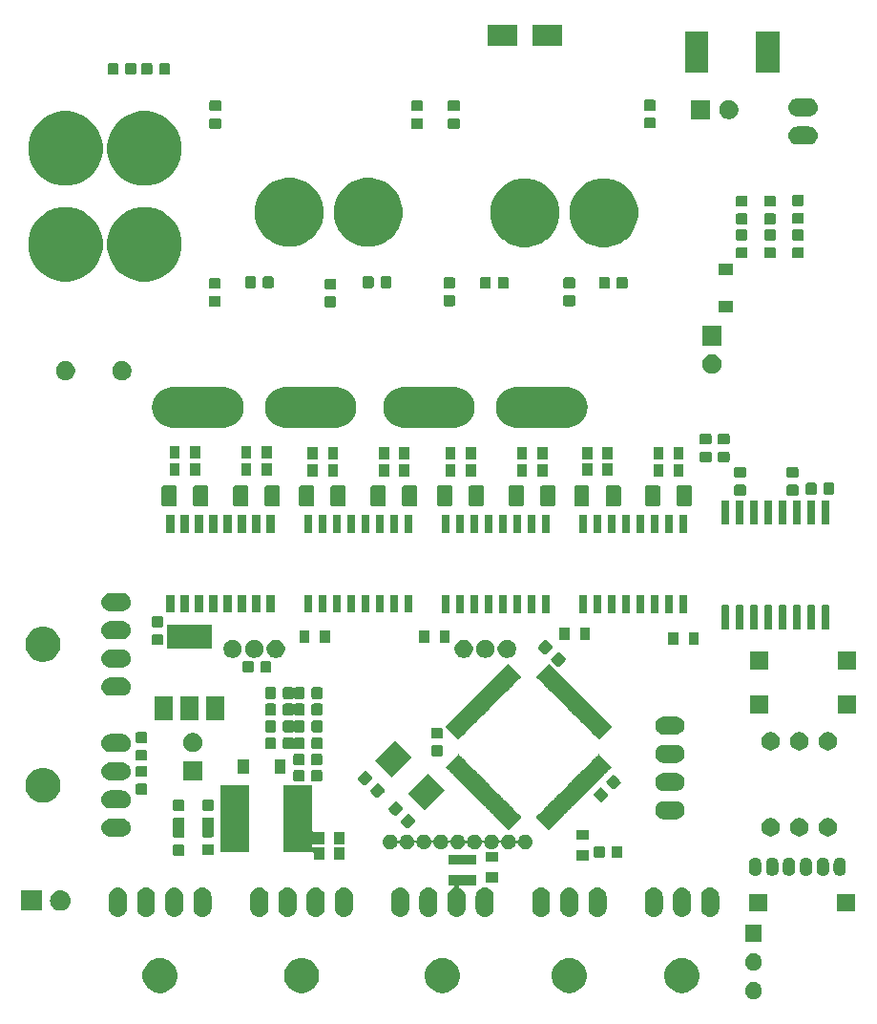
<source format=gbr>
G04 #@! TF.GenerationSoftware,KiCad,Pcbnew,(5.1.4)-1*
G04 #@! TF.CreationDate,2020-01-10T04:32:45+09:00*
G04 #@! TF.ProjectId,SteerMD,53746565-724d-4442-9e6b-696361645f70,rev?*
G04 #@! TF.SameCoordinates,Original*
G04 #@! TF.FileFunction,Soldermask,Top*
G04 #@! TF.FilePolarity,Negative*
%FSLAX46Y46*%
G04 Gerber Fmt 4.6, Leading zero omitted, Abs format (unit mm)*
G04 Created by KiCad (PCBNEW (5.1.4)-1) date 2020-01-10 04:32:45*
%MOMM*%
%LPD*%
G04 APERTURE LIST*
%ADD10C,0.100000*%
G04 APERTURE END LIST*
D10*
G36*
X138394425Y-136944599D02*
G01*
X138518621Y-136969302D01*
X138655022Y-137025801D01*
X138777779Y-137107825D01*
X138882175Y-137212221D01*
X138964199Y-137334978D01*
X139020698Y-137471379D01*
X139049500Y-137616181D01*
X139049500Y-137763819D01*
X139020698Y-137908621D01*
X138964199Y-138045022D01*
X138882175Y-138167779D01*
X138777779Y-138272175D01*
X138655022Y-138354199D01*
X138518621Y-138410698D01*
X138394425Y-138435401D01*
X138373820Y-138439500D01*
X138226180Y-138439500D01*
X138205575Y-138435401D01*
X138081379Y-138410698D01*
X137944978Y-138354199D01*
X137822221Y-138272175D01*
X137717825Y-138167779D01*
X137635801Y-138045022D01*
X137579302Y-137908621D01*
X137550500Y-137763819D01*
X137550500Y-137616181D01*
X137579302Y-137471379D01*
X137635801Y-137334978D01*
X137717825Y-137212221D01*
X137822221Y-137107825D01*
X137944978Y-137025801D01*
X138081379Y-136969302D01*
X138205575Y-136944599D01*
X138226180Y-136940500D01*
X138373820Y-136940500D01*
X138394425Y-136944599D01*
X138394425Y-136944599D01*
G37*
G36*
X132252585Y-134828802D02*
G01*
X132402410Y-134858604D01*
X132684674Y-134975521D01*
X132938705Y-135145259D01*
X133154741Y-135361295D01*
X133324479Y-135615326D01*
X133441396Y-135897590D01*
X133501000Y-136197240D01*
X133501000Y-136502760D01*
X133441396Y-136802410D01*
X133324479Y-137084674D01*
X133154741Y-137338705D01*
X132938705Y-137554741D01*
X132684674Y-137724479D01*
X132402410Y-137841396D01*
X132252585Y-137871198D01*
X132102761Y-137901000D01*
X131797239Y-137901000D01*
X131647415Y-137871198D01*
X131497590Y-137841396D01*
X131215326Y-137724479D01*
X130961295Y-137554741D01*
X130745259Y-137338705D01*
X130575521Y-137084674D01*
X130458604Y-136802410D01*
X130399000Y-136502760D01*
X130399000Y-136197240D01*
X130458604Y-135897590D01*
X130575521Y-135615326D01*
X130745259Y-135361295D01*
X130961295Y-135145259D01*
X131215326Y-134975521D01*
X131497590Y-134858604D01*
X131647415Y-134828802D01*
X131797239Y-134799000D01*
X132102761Y-134799000D01*
X132252585Y-134828802D01*
X132252585Y-134828802D01*
G37*
G36*
X122252585Y-134828802D02*
G01*
X122402410Y-134858604D01*
X122684674Y-134975521D01*
X122938705Y-135145259D01*
X123154741Y-135361295D01*
X123324479Y-135615326D01*
X123441396Y-135897590D01*
X123501000Y-136197240D01*
X123501000Y-136502760D01*
X123441396Y-136802410D01*
X123324479Y-137084674D01*
X123154741Y-137338705D01*
X122938705Y-137554741D01*
X122684674Y-137724479D01*
X122402410Y-137841396D01*
X122252585Y-137871198D01*
X122102761Y-137901000D01*
X121797239Y-137901000D01*
X121647415Y-137871198D01*
X121497590Y-137841396D01*
X121215326Y-137724479D01*
X120961295Y-137554741D01*
X120745259Y-137338705D01*
X120575521Y-137084674D01*
X120458604Y-136802410D01*
X120399000Y-136502760D01*
X120399000Y-136197240D01*
X120458604Y-135897590D01*
X120575521Y-135615326D01*
X120745259Y-135361295D01*
X120961295Y-135145259D01*
X121215326Y-134975521D01*
X121497590Y-134858604D01*
X121647415Y-134828802D01*
X121797239Y-134799000D01*
X122102761Y-134799000D01*
X122252585Y-134828802D01*
X122252585Y-134828802D01*
G37*
G36*
X111002585Y-134828802D02*
G01*
X111152410Y-134858604D01*
X111434674Y-134975521D01*
X111688705Y-135145259D01*
X111904741Y-135361295D01*
X112074479Y-135615326D01*
X112191396Y-135897590D01*
X112251000Y-136197240D01*
X112251000Y-136502760D01*
X112191396Y-136802410D01*
X112074479Y-137084674D01*
X111904741Y-137338705D01*
X111688705Y-137554741D01*
X111434674Y-137724479D01*
X111152410Y-137841396D01*
X111002585Y-137871198D01*
X110852761Y-137901000D01*
X110547239Y-137901000D01*
X110397415Y-137871198D01*
X110247590Y-137841396D01*
X109965326Y-137724479D01*
X109711295Y-137554741D01*
X109495259Y-137338705D01*
X109325521Y-137084674D01*
X109208604Y-136802410D01*
X109149000Y-136502760D01*
X109149000Y-136197240D01*
X109208604Y-135897590D01*
X109325521Y-135615326D01*
X109495259Y-135361295D01*
X109711295Y-135145259D01*
X109965326Y-134975521D01*
X110247590Y-134858604D01*
X110397415Y-134828802D01*
X110547239Y-134799000D01*
X110852761Y-134799000D01*
X111002585Y-134828802D01*
X111002585Y-134828802D01*
G37*
G36*
X85952585Y-134828802D02*
G01*
X86102410Y-134858604D01*
X86384674Y-134975521D01*
X86638705Y-135145259D01*
X86854741Y-135361295D01*
X87024479Y-135615326D01*
X87141396Y-135897590D01*
X87201000Y-136197240D01*
X87201000Y-136502760D01*
X87141396Y-136802410D01*
X87024479Y-137084674D01*
X86854741Y-137338705D01*
X86638705Y-137554741D01*
X86384674Y-137724479D01*
X86102410Y-137841396D01*
X85952585Y-137871198D01*
X85802761Y-137901000D01*
X85497239Y-137901000D01*
X85347415Y-137871198D01*
X85197590Y-137841396D01*
X84915326Y-137724479D01*
X84661295Y-137554741D01*
X84445259Y-137338705D01*
X84275521Y-137084674D01*
X84158604Y-136802410D01*
X84099000Y-136502760D01*
X84099000Y-136197240D01*
X84158604Y-135897590D01*
X84275521Y-135615326D01*
X84445259Y-135361295D01*
X84661295Y-135145259D01*
X84915326Y-134975521D01*
X85197590Y-134858604D01*
X85347415Y-134828802D01*
X85497239Y-134799000D01*
X85802761Y-134799000D01*
X85952585Y-134828802D01*
X85952585Y-134828802D01*
G37*
G36*
X98502585Y-134828802D02*
G01*
X98652410Y-134858604D01*
X98934674Y-134975521D01*
X99188705Y-135145259D01*
X99404741Y-135361295D01*
X99574479Y-135615326D01*
X99691396Y-135897590D01*
X99751000Y-136197240D01*
X99751000Y-136502760D01*
X99691396Y-136802410D01*
X99574479Y-137084674D01*
X99404741Y-137338705D01*
X99188705Y-137554741D01*
X98934674Y-137724479D01*
X98652410Y-137841396D01*
X98502585Y-137871198D01*
X98352761Y-137901000D01*
X98047239Y-137901000D01*
X97897415Y-137871198D01*
X97747590Y-137841396D01*
X97465326Y-137724479D01*
X97211295Y-137554741D01*
X96995259Y-137338705D01*
X96825521Y-137084674D01*
X96708604Y-136802410D01*
X96649000Y-136502760D01*
X96649000Y-136197240D01*
X96708604Y-135897590D01*
X96825521Y-135615326D01*
X96995259Y-135361295D01*
X97211295Y-135145259D01*
X97465326Y-134975521D01*
X97747590Y-134858604D01*
X97897415Y-134828802D01*
X98047239Y-134799000D01*
X98352761Y-134799000D01*
X98502585Y-134828802D01*
X98502585Y-134828802D01*
G37*
G36*
X138394425Y-134404599D02*
G01*
X138518621Y-134429302D01*
X138655022Y-134485801D01*
X138777779Y-134567825D01*
X138882175Y-134672221D01*
X138964199Y-134794978D01*
X139020698Y-134931379D01*
X139049500Y-135076181D01*
X139049500Y-135223819D01*
X139020698Y-135368621D01*
X138964199Y-135505022D01*
X138882175Y-135627779D01*
X138777779Y-135732175D01*
X138655022Y-135814199D01*
X138518621Y-135870698D01*
X138394425Y-135895401D01*
X138373820Y-135899500D01*
X138226180Y-135899500D01*
X138205575Y-135895401D01*
X138081379Y-135870698D01*
X137944978Y-135814199D01*
X137822221Y-135732175D01*
X137717825Y-135627779D01*
X137635801Y-135505022D01*
X137579302Y-135368621D01*
X137550500Y-135223819D01*
X137550500Y-135076181D01*
X137579302Y-134931379D01*
X137635801Y-134794978D01*
X137717825Y-134672221D01*
X137822221Y-134567825D01*
X137944978Y-134485801D01*
X138081379Y-134429302D01*
X138205575Y-134404599D01*
X138226180Y-134400500D01*
X138373820Y-134400500D01*
X138394425Y-134404599D01*
X138394425Y-134404599D01*
G37*
G36*
X139049500Y-133359500D02*
G01*
X137550500Y-133359500D01*
X137550500Y-131860500D01*
X139049500Y-131860500D01*
X139049500Y-133359500D01*
X139049500Y-133359500D01*
G37*
G36*
X82057022Y-128560590D02*
G01*
X82141572Y-128586238D01*
X82208012Y-128606392D01*
X82347164Y-128680771D01*
X82469133Y-128780867D01*
X82536995Y-128863558D01*
X82569229Y-128902835D01*
X82643608Y-129041987D01*
X82649016Y-129059815D01*
X82689410Y-129192977D01*
X82701000Y-129310655D01*
X82701000Y-130389345D01*
X82689410Y-130507023D01*
X82664857Y-130587963D01*
X82643608Y-130658013D01*
X82569229Y-130797165D01*
X82469133Y-130919133D01*
X82347165Y-131019229D01*
X82208013Y-131093608D01*
X82157682Y-131108875D01*
X82057023Y-131139410D01*
X81900000Y-131154875D01*
X81742978Y-131139410D01*
X81642319Y-131108875D01*
X81591988Y-131093608D01*
X81452836Y-131019229D01*
X81330868Y-130919133D01*
X81230772Y-130797165D01*
X81156393Y-130658013D01*
X81135144Y-130587963D01*
X81110591Y-130507023D01*
X81099001Y-130389345D01*
X81099000Y-129310656D01*
X81110590Y-129192978D01*
X81141125Y-129092319D01*
X81156392Y-129041988D01*
X81230771Y-128902836D01*
X81230772Y-128902835D01*
X81330867Y-128780867D01*
X81452835Y-128680771D01*
X81591987Y-128606392D01*
X81658427Y-128586238D01*
X81742977Y-128560590D01*
X81900000Y-128545125D01*
X82057022Y-128560590D01*
X82057022Y-128560590D01*
G37*
G36*
X129607022Y-128560590D02*
G01*
X129691572Y-128586238D01*
X129758012Y-128606392D01*
X129897164Y-128680771D01*
X130019133Y-128780867D01*
X130086995Y-128863558D01*
X130119229Y-128902835D01*
X130193608Y-129041987D01*
X130199016Y-129059815D01*
X130239410Y-129192977D01*
X130251000Y-129310655D01*
X130251000Y-130389345D01*
X130239410Y-130507023D01*
X130214857Y-130587963D01*
X130193608Y-130658013D01*
X130119229Y-130797165D01*
X130019133Y-130919133D01*
X129897165Y-131019229D01*
X129758013Y-131093608D01*
X129707682Y-131108875D01*
X129607023Y-131139410D01*
X129450000Y-131154875D01*
X129292978Y-131139410D01*
X129192319Y-131108875D01*
X129141988Y-131093608D01*
X129002836Y-131019229D01*
X128880868Y-130919133D01*
X128780772Y-130797165D01*
X128706393Y-130658013D01*
X128685144Y-130587963D01*
X128660591Y-130507023D01*
X128649001Y-130389345D01*
X128649000Y-129310656D01*
X128660590Y-129192978D01*
X128691125Y-129092319D01*
X128706392Y-129041988D01*
X128780771Y-128902836D01*
X128780772Y-128902835D01*
X128880867Y-128780867D01*
X129002835Y-128680771D01*
X129141987Y-128606392D01*
X129208427Y-128586238D01*
X129292977Y-128560590D01*
X129450000Y-128545125D01*
X129607022Y-128560590D01*
X129607022Y-128560590D01*
G37*
G36*
X132107022Y-128560590D02*
G01*
X132191572Y-128586238D01*
X132258012Y-128606392D01*
X132397164Y-128680771D01*
X132519133Y-128780867D01*
X132586995Y-128863558D01*
X132619229Y-128902835D01*
X132693608Y-129041987D01*
X132699016Y-129059815D01*
X132739410Y-129192977D01*
X132751000Y-129310655D01*
X132751000Y-130389345D01*
X132739410Y-130507023D01*
X132714857Y-130587963D01*
X132693608Y-130658013D01*
X132619229Y-130797165D01*
X132519133Y-130919133D01*
X132397165Y-131019229D01*
X132258013Y-131093608D01*
X132207682Y-131108875D01*
X132107023Y-131139410D01*
X131950000Y-131154875D01*
X131792978Y-131139410D01*
X131692319Y-131108875D01*
X131641988Y-131093608D01*
X131502836Y-131019229D01*
X131380868Y-130919133D01*
X131280772Y-130797165D01*
X131206393Y-130658013D01*
X131185144Y-130587963D01*
X131160591Y-130507023D01*
X131149001Y-130389345D01*
X131149000Y-129310656D01*
X131160590Y-129192978D01*
X131191125Y-129092319D01*
X131206392Y-129041988D01*
X131280771Y-128902836D01*
X131280772Y-128902835D01*
X131380867Y-128780867D01*
X131502835Y-128680771D01*
X131641987Y-128606392D01*
X131708427Y-128586238D01*
X131792977Y-128560590D01*
X131950000Y-128545125D01*
X132107022Y-128560590D01*
X132107022Y-128560590D01*
G37*
G36*
X134607022Y-128560590D02*
G01*
X134691572Y-128586238D01*
X134758012Y-128606392D01*
X134897164Y-128680771D01*
X135019133Y-128780867D01*
X135086995Y-128863558D01*
X135119229Y-128902835D01*
X135193608Y-129041987D01*
X135199016Y-129059815D01*
X135239410Y-129192977D01*
X135251000Y-129310655D01*
X135251000Y-130389345D01*
X135239410Y-130507023D01*
X135214857Y-130587963D01*
X135193608Y-130658013D01*
X135119229Y-130797165D01*
X135019133Y-130919133D01*
X134897165Y-131019229D01*
X134758013Y-131093608D01*
X134707682Y-131108875D01*
X134607023Y-131139410D01*
X134450000Y-131154875D01*
X134292978Y-131139410D01*
X134192319Y-131108875D01*
X134141988Y-131093608D01*
X134002836Y-131019229D01*
X133880868Y-130919133D01*
X133780772Y-130797165D01*
X133706393Y-130658013D01*
X133685144Y-130587963D01*
X133660591Y-130507023D01*
X133649001Y-130389345D01*
X133649000Y-129310656D01*
X133660590Y-129192978D01*
X133691125Y-129092319D01*
X133706392Y-129041988D01*
X133780771Y-128902836D01*
X133780772Y-128902835D01*
X133880867Y-128780867D01*
X134002835Y-128680771D01*
X134141987Y-128606392D01*
X134208427Y-128586238D01*
X134292977Y-128560590D01*
X134450000Y-128545125D01*
X134607022Y-128560590D01*
X134607022Y-128560590D01*
G37*
G36*
X119607022Y-128560590D02*
G01*
X119691572Y-128586238D01*
X119758012Y-128606392D01*
X119897164Y-128680771D01*
X120019133Y-128780867D01*
X120086995Y-128863558D01*
X120119229Y-128902835D01*
X120193608Y-129041987D01*
X120199016Y-129059815D01*
X120239410Y-129192977D01*
X120251000Y-129310655D01*
X120251000Y-130389345D01*
X120239410Y-130507023D01*
X120214857Y-130587963D01*
X120193608Y-130658013D01*
X120119229Y-130797165D01*
X120019133Y-130919133D01*
X119897165Y-131019229D01*
X119758013Y-131093608D01*
X119707682Y-131108875D01*
X119607023Y-131139410D01*
X119450000Y-131154875D01*
X119292978Y-131139410D01*
X119192319Y-131108875D01*
X119141988Y-131093608D01*
X119002836Y-131019229D01*
X118880868Y-130919133D01*
X118780772Y-130797165D01*
X118706393Y-130658013D01*
X118685144Y-130587963D01*
X118660591Y-130507023D01*
X118649001Y-130389345D01*
X118649000Y-129310656D01*
X118660590Y-129192978D01*
X118691125Y-129092319D01*
X118706392Y-129041988D01*
X118780771Y-128902836D01*
X118780772Y-128902835D01*
X118880867Y-128780867D01*
X119002835Y-128680771D01*
X119141987Y-128606392D01*
X119208427Y-128586238D01*
X119292977Y-128560590D01*
X119450000Y-128545125D01*
X119607022Y-128560590D01*
X119607022Y-128560590D01*
G37*
G36*
X122107022Y-128560590D02*
G01*
X122191572Y-128586238D01*
X122258012Y-128606392D01*
X122397164Y-128680771D01*
X122519133Y-128780867D01*
X122586995Y-128863558D01*
X122619229Y-128902835D01*
X122693608Y-129041987D01*
X122699016Y-129059815D01*
X122739410Y-129192977D01*
X122751000Y-129310655D01*
X122751000Y-130389345D01*
X122739410Y-130507023D01*
X122714857Y-130587963D01*
X122693608Y-130658013D01*
X122619229Y-130797165D01*
X122519133Y-130919133D01*
X122397165Y-131019229D01*
X122258013Y-131093608D01*
X122207682Y-131108875D01*
X122107023Y-131139410D01*
X121950000Y-131154875D01*
X121792978Y-131139410D01*
X121692319Y-131108875D01*
X121641988Y-131093608D01*
X121502836Y-131019229D01*
X121380868Y-130919133D01*
X121280772Y-130797165D01*
X121206393Y-130658013D01*
X121185144Y-130587963D01*
X121160591Y-130507023D01*
X121149001Y-130389345D01*
X121149000Y-129310656D01*
X121160590Y-129192978D01*
X121191125Y-129092319D01*
X121206392Y-129041988D01*
X121280771Y-128902836D01*
X121280772Y-128902835D01*
X121380867Y-128780867D01*
X121502835Y-128680771D01*
X121641987Y-128606392D01*
X121708427Y-128586238D01*
X121792977Y-128560590D01*
X121950000Y-128545125D01*
X122107022Y-128560590D01*
X122107022Y-128560590D01*
G37*
G36*
X124607022Y-128560590D02*
G01*
X124691572Y-128586238D01*
X124758012Y-128606392D01*
X124897164Y-128680771D01*
X125019133Y-128780867D01*
X125086995Y-128863558D01*
X125119229Y-128902835D01*
X125193608Y-129041987D01*
X125199016Y-129059815D01*
X125239410Y-129192977D01*
X125251000Y-129310655D01*
X125251000Y-130389345D01*
X125239410Y-130507023D01*
X125214857Y-130587963D01*
X125193608Y-130658013D01*
X125119229Y-130797165D01*
X125019133Y-130919133D01*
X124897165Y-131019229D01*
X124758013Y-131093608D01*
X124707682Y-131108875D01*
X124607023Y-131139410D01*
X124450000Y-131154875D01*
X124292978Y-131139410D01*
X124192319Y-131108875D01*
X124141988Y-131093608D01*
X124002836Y-131019229D01*
X123880868Y-130919133D01*
X123780772Y-130797165D01*
X123706393Y-130658013D01*
X123685144Y-130587963D01*
X123660591Y-130507023D01*
X123649001Y-130389345D01*
X123649000Y-129310656D01*
X123660590Y-129192978D01*
X123691125Y-129092319D01*
X123706392Y-129041988D01*
X123780771Y-128902836D01*
X123780772Y-128902835D01*
X123880867Y-128780867D01*
X124002835Y-128680771D01*
X124141987Y-128606392D01*
X124208427Y-128586238D01*
X124292977Y-128560590D01*
X124450000Y-128545125D01*
X124607022Y-128560590D01*
X124607022Y-128560590D01*
G37*
G36*
X114607022Y-128560590D02*
G01*
X114691572Y-128586238D01*
X114758012Y-128606392D01*
X114897164Y-128680771D01*
X115019133Y-128780867D01*
X115086995Y-128863558D01*
X115119229Y-128902835D01*
X115193608Y-129041987D01*
X115199016Y-129059815D01*
X115239410Y-129192977D01*
X115251000Y-129310655D01*
X115251000Y-130389345D01*
X115239410Y-130507023D01*
X115214857Y-130587963D01*
X115193608Y-130658013D01*
X115119229Y-130797165D01*
X115019133Y-130919133D01*
X114897165Y-131019229D01*
X114758013Y-131093608D01*
X114707682Y-131108875D01*
X114607023Y-131139410D01*
X114450000Y-131154875D01*
X114292978Y-131139410D01*
X114192319Y-131108875D01*
X114141988Y-131093608D01*
X114002836Y-131019229D01*
X113880868Y-130919133D01*
X113780772Y-130797165D01*
X113706393Y-130658013D01*
X113685144Y-130587963D01*
X113660591Y-130507023D01*
X113649001Y-130389345D01*
X113649000Y-129310656D01*
X113660590Y-129192978D01*
X113691125Y-129092319D01*
X113706392Y-129041988D01*
X113780771Y-128902836D01*
X113780772Y-128902835D01*
X113880867Y-128780867D01*
X114002835Y-128680771D01*
X114141987Y-128606392D01*
X114208427Y-128586238D01*
X114292977Y-128560590D01*
X114450000Y-128545125D01*
X114607022Y-128560590D01*
X114607022Y-128560590D01*
G37*
G36*
X113651000Y-128351000D02*
G01*
X112258772Y-128351000D01*
X112234386Y-128353402D01*
X112210937Y-128360515D01*
X112189326Y-128372066D01*
X112170384Y-128387611D01*
X112154839Y-128406553D01*
X112143288Y-128428164D01*
X112136175Y-128451613D01*
X112133773Y-128475999D01*
X112136175Y-128500385D01*
X112143288Y-128523834D01*
X112154839Y-128545445D01*
X112170384Y-128564387D01*
X112189326Y-128579932D01*
X112210937Y-128591483D01*
X112222487Y-128595616D01*
X112258012Y-128606392D01*
X112397164Y-128680771D01*
X112519133Y-128780867D01*
X112586995Y-128863558D01*
X112619229Y-128902835D01*
X112693608Y-129041987D01*
X112699016Y-129059815D01*
X112739410Y-129192977D01*
X112751000Y-129310655D01*
X112751000Y-130389345D01*
X112739410Y-130507023D01*
X112714857Y-130587963D01*
X112693608Y-130658013D01*
X112619229Y-130797165D01*
X112519133Y-130919133D01*
X112397165Y-131019229D01*
X112258013Y-131093608D01*
X112207682Y-131108875D01*
X112107023Y-131139410D01*
X111950000Y-131154875D01*
X111792978Y-131139410D01*
X111692319Y-131108875D01*
X111641988Y-131093608D01*
X111502836Y-131019229D01*
X111380868Y-130919133D01*
X111280772Y-130797165D01*
X111206393Y-130658013D01*
X111185144Y-130587963D01*
X111160591Y-130507023D01*
X111149001Y-130389345D01*
X111149000Y-129310656D01*
X111160590Y-129192978D01*
X111191125Y-129092319D01*
X111206392Y-129041988D01*
X111280771Y-128902836D01*
X111280772Y-128902835D01*
X111380867Y-128780867D01*
X111502835Y-128680771D01*
X111641987Y-128606392D01*
X111677512Y-128595616D01*
X111700151Y-128586238D01*
X111720525Y-128572625D01*
X111737852Y-128555298D01*
X111751466Y-128534923D01*
X111760844Y-128512285D01*
X111765624Y-128488251D01*
X111765624Y-128463747D01*
X111760844Y-128439714D01*
X111751466Y-128417075D01*
X111737853Y-128396701D01*
X111720526Y-128379374D01*
X111700151Y-128365760D01*
X111677513Y-128356382D01*
X111653479Y-128351602D01*
X111641227Y-128351000D01*
X111249000Y-128351000D01*
X111249000Y-127449000D01*
X113651000Y-127449000D01*
X113651000Y-128351000D01*
X113651000Y-128351000D01*
G37*
G36*
X109607022Y-128560590D02*
G01*
X109691572Y-128586238D01*
X109758012Y-128606392D01*
X109897164Y-128680771D01*
X110019133Y-128780867D01*
X110086995Y-128863558D01*
X110119229Y-128902835D01*
X110193608Y-129041987D01*
X110199016Y-129059815D01*
X110239410Y-129192977D01*
X110251000Y-129310655D01*
X110251000Y-130389345D01*
X110239410Y-130507023D01*
X110214857Y-130587963D01*
X110193608Y-130658013D01*
X110119229Y-130797165D01*
X110019133Y-130919133D01*
X109897165Y-131019229D01*
X109758013Y-131093608D01*
X109707682Y-131108875D01*
X109607023Y-131139410D01*
X109450000Y-131154875D01*
X109292978Y-131139410D01*
X109192319Y-131108875D01*
X109141988Y-131093608D01*
X109002836Y-131019229D01*
X108880868Y-130919133D01*
X108780772Y-130797165D01*
X108706393Y-130658013D01*
X108685144Y-130587963D01*
X108660591Y-130507023D01*
X108649001Y-130389345D01*
X108649000Y-129310656D01*
X108660590Y-129192978D01*
X108691125Y-129092319D01*
X108706392Y-129041988D01*
X108780771Y-128902836D01*
X108780772Y-128902835D01*
X108880867Y-128780867D01*
X109002835Y-128680771D01*
X109141987Y-128606392D01*
X109208427Y-128586238D01*
X109292977Y-128560590D01*
X109450000Y-128545125D01*
X109607022Y-128560590D01*
X109607022Y-128560590D01*
G37*
G36*
X107107022Y-128560590D02*
G01*
X107191572Y-128586238D01*
X107258012Y-128606392D01*
X107397164Y-128680771D01*
X107519133Y-128780867D01*
X107586995Y-128863558D01*
X107619229Y-128902835D01*
X107693608Y-129041987D01*
X107699016Y-129059815D01*
X107739410Y-129192977D01*
X107751000Y-129310655D01*
X107751000Y-130389345D01*
X107739410Y-130507023D01*
X107714857Y-130587963D01*
X107693608Y-130658013D01*
X107619229Y-130797165D01*
X107519133Y-130919133D01*
X107397165Y-131019229D01*
X107258013Y-131093608D01*
X107207682Y-131108875D01*
X107107023Y-131139410D01*
X106950000Y-131154875D01*
X106792978Y-131139410D01*
X106692319Y-131108875D01*
X106641988Y-131093608D01*
X106502836Y-131019229D01*
X106380868Y-130919133D01*
X106280772Y-130797165D01*
X106206393Y-130658013D01*
X106185144Y-130587963D01*
X106160591Y-130507023D01*
X106149001Y-130389345D01*
X106149000Y-129310656D01*
X106160590Y-129192978D01*
X106191125Y-129092319D01*
X106206392Y-129041988D01*
X106280771Y-128902836D01*
X106280772Y-128902835D01*
X106380867Y-128780867D01*
X106502835Y-128680771D01*
X106641987Y-128606392D01*
X106708427Y-128586238D01*
X106792977Y-128560590D01*
X106950000Y-128545125D01*
X107107022Y-128560590D01*
X107107022Y-128560590D01*
G37*
G36*
X94607022Y-128560590D02*
G01*
X94691572Y-128586238D01*
X94758012Y-128606392D01*
X94897164Y-128680771D01*
X95019133Y-128780867D01*
X95086995Y-128863558D01*
X95119229Y-128902835D01*
X95193608Y-129041987D01*
X95199016Y-129059815D01*
X95239410Y-129192977D01*
X95251000Y-129310655D01*
X95251000Y-130389345D01*
X95239410Y-130507023D01*
X95214857Y-130587963D01*
X95193608Y-130658013D01*
X95119229Y-130797165D01*
X95019133Y-130919133D01*
X94897165Y-131019229D01*
X94758013Y-131093608D01*
X94707682Y-131108875D01*
X94607023Y-131139410D01*
X94450000Y-131154875D01*
X94292978Y-131139410D01*
X94192319Y-131108875D01*
X94141988Y-131093608D01*
X94002836Y-131019229D01*
X93880868Y-130919133D01*
X93780772Y-130797165D01*
X93706393Y-130658013D01*
X93685144Y-130587963D01*
X93660591Y-130507023D01*
X93649001Y-130389345D01*
X93649000Y-129310656D01*
X93660590Y-129192978D01*
X93691125Y-129092319D01*
X93706392Y-129041988D01*
X93780771Y-128902836D01*
X93780772Y-128902835D01*
X93880867Y-128780867D01*
X94002835Y-128680771D01*
X94141987Y-128606392D01*
X94208427Y-128586238D01*
X94292977Y-128560590D01*
X94450000Y-128545125D01*
X94607022Y-128560590D01*
X94607022Y-128560590D01*
G37*
G36*
X97107022Y-128560590D02*
G01*
X97191572Y-128586238D01*
X97258012Y-128606392D01*
X97397164Y-128680771D01*
X97519133Y-128780867D01*
X97586995Y-128863558D01*
X97619229Y-128902835D01*
X97693608Y-129041987D01*
X97699016Y-129059815D01*
X97739410Y-129192977D01*
X97751000Y-129310655D01*
X97751000Y-130389345D01*
X97739410Y-130507023D01*
X97714857Y-130587963D01*
X97693608Y-130658013D01*
X97619229Y-130797165D01*
X97519133Y-130919133D01*
X97397165Y-131019229D01*
X97258013Y-131093608D01*
X97207682Y-131108875D01*
X97107023Y-131139410D01*
X96950000Y-131154875D01*
X96792978Y-131139410D01*
X96692319Y-131108875D01*
X96641988Y-131093608D01*
X96502836Y-131019229D01*
X96380868Y-130919133D01*
X96280772Y-130797165D01*
X96206393Y-130658013D01*
X96185144Y-130587963D01*
X96160591Y-130507023D01*
X96149001Y-130389345D01*
X96149000Y-129310656D01*
X96160590Y-129192978D01*
X96191125Y-129092319D01*
X96206392Y-129041988D01*
X96280771Y-128902836D01*
X96280772Y-128902835D01*
X96380867Y-128780867D01*
X96502835Y-128680771D01*
X96641987Y-128606392D01*
X96708427Y-128586238D01*
X96792977Y-128560590D01*
X96950000Y-128545125D01*
X97107022Y-128560590D01*
X97107022Y-128560590D01*
G37*
G36*
X99607022Y-128560590D02*
G01*
X99691572Y-128586238D01*
X99758012Y-128606392D01*
X99897164Y-128680771D01*
X100019133Y-128780867D01*
X100086995Y-128863558D01*
X100119229Y-128902835D01*
X100193608Y-129041987D01*
X100199016Y-129059815D01*
X100239410Y-129192977D01*
X100251000Y-129310655D01*
X100251000Y-130389345D01*
X100239410Y-130507023D01*
X100214857Y-130587963D01*
X100193608Y-130658013D01*
X100119229Y-130797165D01*
X100019133Y-130919133D01*
X99897165Y-131019229D01*
X99758013Y-131093608D01*
X99707682Y-131108875D01*
X99607023Y-131139410D01*
X99450000Y-131154875D01*
X99292978Y-131139410D01*
X99192319Y-131108875D01*
X99141988Y-131093608D01*
X99002836Y-131019229D01*
X98880868Y-130919133D01*
X98780772Y-130797165D01*
X98706393Y-130658013D01*
X98685144Y-130587963D01*
X98660591Y-130507023D01*
X98649001Y-130389345D01*
X98649000Y-129310656D01*
X98660590Y-129192978D01*
X98691125Y-129092319D01*
X98706392Y-129041988D01*
X98780771Y-128902836D01*
X98780772Y-128902835D01*
X98880867Y-128780867D01*
X99002835Y-128680771D01*
X99141987Y-128606392D01*
X99208427Y-128586238D01*
X99292977Y-128560590D01*
X99450000Y-128545125D01*
X99607022Y-128560590D01*
X99607022Y-128560590D01*
G37*
G36*
X102107022Y-128560590D02*
G01*
X102191572Y-128586238D01*
X102258012Y-128606392D01*
X102397164Y-128680771D01*
X102519133Y-128780867D01*
X102586995Y-128863558D01*
X102619229Y-128902835D01*
X102693608Y-129041987D01*
X102699016Y-129059815D01*
X102739410Y-129192977D01*
X102751000Y-129310655D01*
X102751000Y-130389345D01*
X102739410Y-130507023D01*
X102714857Y-130587963D01*
X102693608Y-130658013D01*
X102619229Y-130797165D01*
X102519133Y-130919133D01*
X102397165Y-131019229D01*
X102258013Y-131093608D01*
X102207682Y-131108875D01*
X102107023Y-131139410D01*
X101950000Y-131154875D01*
X101792978Y-131139410D01*
X101692319Y-131108875D01*
X101641988Y-131093608D01*
X101502836Y-131019229D01*
X101380868Y-130919133D01*
X101280772Y-130797165D01*
X101206393Y-130658013D01*
X101185144Y-130587963D01*
X101160591Y-130507023D01*
X101149001Y-130389345D01*
X101149000Y-129310656D01*
X101160590Y-129192978D01*
X101191125Y-129092319D01*
X101206392Y-129041988D01*
X101280771Y-128902836D01*
X101280772Y-128902835D01*
X101380867Y-128780867D01*
X101502835Y-128680771D01*
X101641987Y-128606392D01*
X101708427Y-128586238D01*
X101792977Y-128560590D01*
X101950000Y-128545125D01*
X102107022Y-128560590D01*
X102107022Y-128560590D01*
G37*
G36*
X89557022Y-128560590D02*
G01*
X89641572Y-128586238D01*
X89708012Y-128606392D01*
X89847164Y-128680771D01*
X89969133Y-128780867D01*
X90036995Y-128863558D01*
X90069229Y-128902835D01*
X90143608Y-129041987D01*
X90149016Y-129059815D01*
X90189410Y-129192977D01*
X90201000Y-129310655D01*
X90201000Y-130389345D01*
X90189410Y-130507023D01*
X90164857Y-130587963D01*
X90143608Y-130658013D01*
X90069229Y-130797165D01*
X89969133Y-130919133D01*
X89847165Y-131019229D01*
X89708013Y-131093608D01*
X89657682Y-131108875D01*
X89557023Y-131139410D01*
X89400000Y-131154875D01*
X89242978Y-131139410D01*
X89142319Y-131108875D01*
X89091988Y-131093608D01*
X88952836Y-131019229D01*
X88830868Y-130919133D01*
X88730772Y-130797165D01*
X88656393Y-130658013D01*
X88635144Y-130587963D01*
X88610591Y-130507023D01*
X88599001Y-130389345D01*
X88599000Y-129310656D01*
X88610590Y-129192978D01*
X88641125Y-129092319D01*
X88656392Y-129041988D01*
X88730771Y-128902836D01*
X88730772Y-128902835D01*
X88830867Y-128780867D01*
X88952835Y-128680771D01*
X89091987Y-128606392D01*
X89158427Y-128586238D01*
X89242977Y-128560590D01*
X89400000Y-128545125D01*
X89557022Y-128560590D01*
X89557022Y-128560590D01*
G37*
G36*
X87057022Y-128560590D02*
G01*
X87141572Y-128586238D01*
X87208012Y-128606392D01*
X87347164Y-128680771D01*
X87469133Y-128780867D01*
X87536995Y-128863558D01*
X87569229Y-128902835D01*
X87643608Y-129041987D01*
X87649016Y-129059815D01*
X87689410Y-129192977D01*
X87701000Y-129310655D01*
X87701000Y-130389345D01*
X87689410Y-130507023D01*
X87664857Y-130587963D01*
X87643608Y-130658013D01*
X87569229Y-130797165D01*
X87469133Y-130919133D01*
X87347165Y-131019229D01*
X87208013Y-131093608D01*
X87157682Y-131108875D01*
X87057023Y-131139410D01*
X86900000Y-131154875D01*
X86742978Y-131139410D01*
X86642319Y-131108875D01*
X86591988Y-131093608D01*
X86452836Y-131019229D01*
X86330868Y-130919133D01*
X86230772Y-130797165D01*
X86156393Y-130658013D01*
X86135144Y-130587963D01*
X86110591Y-130507023D01*
X86099001Y-130389345D01*
X86099000Y-129310656D01*
X86110590Y-129192978D01*
X86141125Y-129092319D01*
X86156392Y-129041988D01*
X86230771Y-128902836D01*
X86230772Y-128902835D01*
X86330867Y-128780867D01*
X86452835Y-128680771D01*
X86591987Y-128606392D01*
X86658427Y-128586238D01*
X86742977Y-128560590D01*
X86900000Y-128545125D01*
X87057022Y-128560590D01*
X87057022Y-128560590D01*
G37*
G36*
X84557022Y-128560590D02*
G01*
X84641572Y-128586238D01*
X84708012Y-128606392D01*
X84847164Y-128680771D01*
X84969133Y-128780867D01*
X85036995Y-128863558D01*
X85069229Y-128902835D01*
X85143608Y-129041987D01*
X85149016Y-129059815D01*
X85189410Y-129192977D01*
X85201000Y-129310655D01*
X85201000Y-130389345D01*
X85189410Y-130507023D01*
X85164857Y-130587963D01*
X85143608Y-130658013D01*
X85069229Y-130797165D01*
X84969133Y-130919133D01*
X84847165Y-131019229D01*
X84708013Y-131093608D01*
X84657682Y-131108875D01*
X84557023Y-131139410D01*
X84400000Y-131154875D01*
X84242978Y-131139410D01*
X84142319Y-131108875D01*
X84091988Y-131093608D01*
X83952836Y-131019229D01*
X83830868Y-130919133D01*
X83730772Y-130797165D01*
X83656393Y-130658013D01*
X83635144Y-130587963D01*
X83610591Y-130507023D01*
X83599001Y-130389345D01*
X83599000Y-129310656D01*
X83610590Y-129192978D01*
X83641125Y-129092319D01*
X83656392Y-129041988D01*
X83730771Y-128902836D01*
X83730772Y-128902835D01*
X83830867Y-128780867D01*
X83952835Y-128680771D01*
X84091987Y-128606392D01*
X84158427Y-128586238D01*
X84242977Y-128560590D01*
X84400000Y-128545125D01*
X84557022Y-128560590D01*
X84557022Y-128560590D01*
G37*
G36*
X147301000Y-130701000D02*
G01*
X145699000Y-130701000D01*
X145699000Y-129099000D01*
X147301000Y-129099000D01*
X147301000Y-130701000D01*
X147301000Y-130701000D01*
G37*
G36*
X139501000Y-130701000D02*
G01*
X137899000Y-130701000D01*
X137899000Y-129099000D01*
X139501000Y-129099000D01*
X139501000Y-130701000D01*
X139501000Y-130701000D01*
G37*
G36*
X75151000Y-130601000D02*
G01*
X73349000Y-130601000D01*
X73349000Y-128799000D01*
X75151000Y-128799000D01*
X75151000Y-130601000D01*
X75151000Y-130601000D01*
G37*
G36*
X76900442Y-128805518D02*
G01*
X76966627Y-128812037D01*
X77136466Y-128863557D01*
X77292991Y-128947222D01*
X77328729Y-128976552D01*
X77430186Y-129059814D01*
X77513448Y-129161271D01*
X77542778Y-129197009D01*
X77626443Y-129353534D01*
X77677963Y-129523373D01*
X77695359Y-129700000D01*
X77677963Y-129876627D01*
X77626443Y-130046466D01*
X77542778Y-130202991D01*
X77513448Y-130238729D01*
X77430186Y-130340186D01*
X77370283Y-130389346D01*
X77292991Y-130452778D01*
X77136466Y-130536443D01*
X76966627Y-130587963D01*
X76900442Y-130594482D01*
X76834260Y-130601000D01*
X76745740Y-130601000D01*
X76679558Y-130594482D01*
X76613373Y-130587963D01*
X76443534Y-130536443D01*
X76287009Y-130452778D01*
X76209717Y-130389346D01*
X76149814Y-130340186D01*
X76066552Y-130238729D01*
X76037222Y-130202991D01*
X75953557Y-130046466D01*
X75902037Y-129876627D01*
X75884641Y-129700000D01*
X75902037Y-129523373D01*
X75953557Y-129353534D01*
X76037222Y-129197009D01*
X76066552Y-129161271D01*
X76149814Y-129059814D01*
X76251271Y-128976552D01*
X76287009Y-128947222D01*
X76443534Y-128863557D01*
X76613373Y-128812037D01*
X76679558Y-128805518D01*
X76745740Y-128799000D01*
X76834260Y-128799000D01*
X76900442Y-128805518D01*
X76900442Y-128805518D01*
G37*
G36*
X115601000Y-128101000D02*
G01*
X114499000Y-128101000D01*
X114499000Y-127199000D01*
X115601000Y-127199000D01*
X115601000Y-128101000D01*
X115601000Y-128101000D01*
G37*
G36*
X141558015Y-125894973D02*
G01*
X141661879Y-125926479D01*
X141689055Y-125941005D01*
X141757600Y-125977643D01*
X141841501Y-126046499D01*
X141910357Y-126130400D01*
X141946995Y-126198945D01*
X141961521Y-126226121D01*
X141993027Y-126329985D01*
X142001000Y-126410933D01*
X142001000Y-126989067D01*
X141993027Y-127070015D01*
X141961521Y-127173879D01*
X141910356Y-127269600D01*
X141841501Y-127353501D01*
X141772645Y-127410009D01*
X141757599Y-127422357D01*
X141707753Y-127449000D01*
X141661878Y-127473521D01*
X141558014Y-127505027D01*
X141450000Y-127515666D01*
X141341985Y-127505027D01*
X141238121Y-127473521D01*
X141192246Y-127449000D01*
X141142401Y-127422357D01*
X141129643Y-127411887D01*
X141058499Y-127353501D01*
X140989644Y-127269600D01*
X140938479Y-127173878D01*
X140906973Y-127070014D01*
X140899000Y-126989066D01*
X140899000Y-126410933D01*
X140906973Y-126329985D01*
X140938480Y-126226121D01*
X140938481Y-126226118D01*
X140989643Y-126130401D01*
X141058500Y-126046499D01*
X141142401Y-125977643D01*
X141210946Y-125941005D01*
X141238122Y-125926479D01*
X141341986Y-125894973D01*
X141450000Y-125884334D01*
X141558015Y-125894973D01*
X141558015Y-125894973D01*
G37*
G36*
X138558015Y-125894973D02*
G01*
X138661879Y-125926479D01*
X138689055Y-125941005D01*
X138757600Y-125977643D01*
X138841501Y-126046499D01*
X138910357Y-126130400D01*
X138946995Y-126198945D01*
X138961521Y-126226121D01*
X138993027Y-126329985D01*
X139001000Y-126410933D01*
X139001000Y-126989067D01*
X138993027Y-127070015D01*
X138961521Y-127173879D01*
X138910356Y-127269600D01*
X138841501Y-127353501D01*
X138772645Y-127410009D01*
X138757599Y-127422357D01*
X138707753Y-127449000D01*
X138661878Y-127473521D01*
X138558014Y-127505027D01*
X138450000Y-127515666D01*
X138341985Y-127505027D01*
X138238121Y-127473521D01*
X138192246Y-127449000D01*
X138142401Y-127422357D01*
X138129643Y-127411887D01*
X138058499Y-127353501D01*
X137989644Y-127269600D01*
X137938479Y-127173878D01*
X137906973Y-127070014D01*
X137899000Y-126989066D01*
X137899000Y-126410933D01*
X137906973Y-126329985D01*
X137938480Y-126226121D01*
X137938481Y-126226118D01*
X137989643Y-126130401D01*
X138058500Y-126046499D01*
X138142401Y-125977643D01*
X138210946Y-125941005D01*
X138238122Y-125926479D01*
X138341986Y-125894973D01*
X138450000Y-125884334D01*
X138558015Y-125894973D01*
X138558015Y-125894973D01*
G37*
G36*
X140058015Y-125894973D02*
G01*
X140161879Y-125926479D01*
X140189055Y-125941005D01*
X140257600Y-125977643D01*
X140341501Y-126046499D01*
X140410357Y-126130400D01*
X140446995Y-126198945D01*
X140461521Y-126226121D01*
X140493027Y-126329985D01*
X140501000Y-126410933D01*
X140501000Y-126989067D01*
X140493027Y-127070015D01*
X140461521Y-127173879D01*
X140410356Y-127269600D01*
X140341501Y-127353501D01*
X140272645Y-127410009D01*
X140257599Y-127422357D01*
X140207753Y-127449000D01*
X140161878Y-127473521D01*
X140058014Y-127505027D01*
X139950000Y-127515666D01*
X139841985Y-127505027D01*
X139738121Y-127473521D01*
X139692246Y-127449000D01*
X139642401Y-127422357D01*
X139629643Y-127411887D01*
X139558499Y-127353501D01*
X139489644Y-127269600D01*
X139438479Y-127173878D01*
X139406973Y-127070014D01*
X139399000Y-126989066D01*
X139399000Y-126410933D01*
X139406973Y-126329985D01*
X139438480Y-126226121D01*
X139438481Y-126226118D01*
X139489643Y-126130401D01*
X139558500Y-126046499D01*
X139642401Y-125977643D01*
X139710946Y-125941005D01*
X139738122Y-125926479D01*
X139841986Y-125894973D01*
X139950000Y-125884334D01*
X140058015Y-125894973D01*
X140058015Y-125894973D01*
G37*
G36*
X143058015Y-125894973D02*
G01*
X143161879Y-125926479D01*
X143189055Y-125941005D01*
X143257600Y-125977643D01*
X143341501Y-126046499D01*
X143410357Y-126130400D01*
X143446995Y-126198945D01*
X143461521Y-126226121D01*
X143493027Y-126329985D01*
X143501000Y-126410933D01*
X143501000Y-126989067D01*
X143493027Y-127070015D01*
X143461521Y-127173879D01*
X143410356Y-127269600D01*
X143341501Y-127353501D01*
X143272645Y-127410009D01*
X143257599Y-127422357D01*
X143207753Y-127449000D01*
X143161878Y-127473521D01*
X143058014Y-127505027D01*
X142950000Y-127515666D01*
X142841985Y-127505027D01*
X142738121Y-127473521D01*
X142692246Y-127449000D01*
X142642401Y-127422357D01*
X142629643Y-127411887D01*
X142558499Y-127353501D01*
X142489644Y-127269600D01*
X142438479Y-127173878D01*
X142406973Y-127070014D01*
X142399000Y-126989066D01*
X142399000Y-126410933D01*
X142406973Y-126329985D01*
X142438480Y-126226121D01*
X142438481Y-126226118D01*
X142489643Y-126130401D01*
X142558500Y-126046499D01*
X142642401Y-125977643D01*
X142710946Y-125941005D01*
X142738122Y-125926479D01*
X142841986Y-125894973D01*
X142950000Y-125884334D01*
X143058015Y-125894973D01*
X143058015Y-125894973D01*
G37*
G36*
X144558015Y-125894973D02*
G01*
X144661879Y-125926479D01*
X144689055Y-125941005D01*
X144757600Y-125977643D01*
X144841501Y-126046499D01*
X144910357Y-126130400D01*
X144946995Y-126198945D01*
X144961521Y-126226121D01*
X144993027Y-126329985D01*
X145001000Y-126410933D01*
X145001000Y-126989067D01*
X144993027Y-127070015D01*
X144961521Y-127173879D01*
X144910356Y-127269600D01*
X144841501Y-127353501D01*
X144772645Y-127410009D01*
X144757599Y-127422357D01*
X144707753Y-127449000D01*
X144661878Y-127473521D01*
X144558014Y-127505027D01*
X144450000Y-127515666D01*
X144341985Y-127505027D01*
X144238121Y-127473521D01*
X144192246Y-127449000D01*
X144142401Y-127422357D01*
X144129643Y-127411887D01*
X144058499Y-127353501D01*
X143989644Y-127269600D01*
X143938479Y-127173878D01*
X143906973Y-127070014D01*
X143899000Y-126989066D01*
X143899000Y-126410933D01*
X143906973Y-126329985D01*
X143938480Y-126226121D01*
X143938481Y-126226118D01*
X143989643Y-126130401D01*
X144058500Y-126046499D01*
X144142401Y-125977643D01*
X144210946Y-125941005D01*
X144238122Y-125926479D01*
X144341986Y-125894973D01*
X144450000Y-125884334D01*
X144558015Y-125894973D01*
X144558015Y-125894973D01*
G37*
G36*
X146058015Y-125894973D02*
G01*
X146161879Y-125926479D01*
X146189055Y-125941005D01*
X146257600Y-125977643D01*
X146341501Y-126046499D01*
X146410357Y-126130400D01*
X146446995Y-126198945D01*
X146461521Y-126226121D01*
X146493027Y-126329985D01*
X146501000Y-126410933D01*
X146501000Y-126989067D01*
X146493027Y-127070015D01*
X146461521Y-127173879D01*
X146410356Y-127269600D01*
X146341501Y-127353501D01*
X146272645Y-127410009D01*
X146257599Y-127422357D01*
X146207753Y-127449000D01*
X146161878Y-127473521D01*
X146058014Y-127505027D01*
X145950000Y-127515666D01*
X145841985Y-127505027D01*
X145738121Y-127473521D01*
X145692246Y-127449000D01*
X145642401Y-127422357D01*
X145629643Y-127411887D01*
X145558499Y-127353501D01*
X145489644Y-127269600D01*
X145438479Y-127173878D01*
X145406973Y-127070014D01*
X145399000Y-126989066D01*
X145399000Y-126410933D01*
X145406973Y-126329985D01*
X145438480Y-126226121D01*
X145438481Y-126226118D01*
X145489643Y-126130401D01*
X145558500Y-126046499D01*
X145642401Y-125977643D01*
X145710946Y-125941005D01*
X145738122Y-125926479D01*
X145841986Y-125894973D01*
X145950000Y-125884334D01*
X146058015Y-125894973D01*
X146058015Y-125894973D01*
G37*
G36*
X113651000Y-126551000D02*
G01*
X111249000Y-126551000D01*
X111249000Y-125649000D01*
X113651000Y-125649000D01*
X113651000Y-126551000D01*
X113651000Y-126551000D01*
G37*
G36*
X115067028Y-125377934D02*
G01*
X115088639Y-125389485D01*
X115112088Y-125396598D01*
X115136474Y-125399000D01*
X115601000Y-125399000D01*
X115601000Y-126301000D01*
X114499000Y-126301000D01*
X114499000Y-125399000D01*
X114963526Y-125399000D01*
X114987912Y-125396598D01*
X115011361Y-125389485D01*
X115032972Y-125377934D01*
X115050001Y-125363959D01*
X115067028Y-125377934D01*
X115067028Y-125377934D01*
G37*
G36*
X123661000Y-126151000D02*
G01*
X122559000Y-126151000D01*
X122559000Y-125249000D01*
X123661000Y-125249000D01*
X123661000Y-126151000D01*
X123661000Y-126151000D01*
G37*
G36*
X99101000Y-123474001D02*
G01*
X99103402Y-123498387D01*
X99110515Y-123521836D01*
X99122066Y-123543447D01*
X99137611Y-123562389D01*
X99156553Y-123577934D01*
X99178164Y-123589485D01*
X99201613Y-123596598D01*
X99225999Y-123599000D01*
X100201000Y-123599000D01*
X100201000Y-124701000D01*
X99225999Y-124701000D01*
X99201613Y-124703402D01*
X99178164Y-124710515D01*
X99156553Y-124722066D01*
X99137611Y-124737611D01*
X99122066Y-124756553D01*
X99110515Y-124778164D01*
X99103402Y-124801613D01*
X99101000Y-124825999D01*
X99101000Y-124874001D01*
X99103402Y-124898387D01*
X99110515Y-124921836D01*
X99122066Y-124943447D01*
X99137611Y-124962389D01*
X99156553Y-124977934D01*
X99178164Y-124989485D01*
X99201613Y-124996598D01*
X99225999Y-124999000D01*
X100201000Y-124999000D01*
X100201000Y-126101000D01*
X99299000Y-126101000D01*
X99299000Y-125575999D01*
X99296598Y-125551613D01*
X99289485Y-125528164D01*
X99277934Y-125506553D01*
X99262389Y-125487611D01*
X99243447Y-125472066D01*
X99221836Y-125460515D01*
X99198387Y-125453402D01*
X99174001Y-125451000D01*
X96549000Y-125451000D01*
X96549000Y-119449000D01*
X99101000Y-119449000D01*
X99101000Y-123474001D01*
X99101000Y-123474001D01*
G37*
G36*
X102001000Y-126101000D02*
G01*
X101099000Y-126101000D01*
X101099000Y-124999000D01*
X102001000Y-124999000D01*
X102001000Y-126101000D01*
X102001000Y-126101000D01*
G37*
G36*
X124954591Y-124878085D02*
G01*
X124988569Y-124888393D01*
X125019890Y-124905134D01*
X125047339Y-124927661D01*
X125069866Y-124955110D01*
X125086607Y-124986431D01*
X125096915Y-125020409D01*
X125101000Y-125061890D01*
X125101000Y-125738110D01*
X125096915Y-125779591D01*
X125086607Y-125813569D01*
X125069866Y-125844890D01*
X125047339Y-125872339D01*
X125019890Y-125894866D01*
X124988569Y-125911607D01*
X124954591Y-125921915D01*
X124913110Y-125926000D01*
X124311890Y-125926000D01*
X124270409Y-125921915D01*
X124236431Y-125911607D01*
X124205110Y-125894866D01*
X124177661Y-125872339D01*
X124155134Y-125844890D01*
X124138393Y-125813569D01*
X124128085Y-125779591D01*
X124124000Y-125738110D01*
X124124000Y-125061890D01*
X124128085Y-125020409D01*
X124138393Y-124986431D01*
X124155134Y-124955110D01*
X124177661Y-124927661D01*
X124205110Y-124905134D01*
X124236431Y-124888393D01*
X124270409Y-124878085D01*
X124311890Y-124874000D01*
X124913110Y-124874000D01*
X124954591Y-124878085D01*
X124954591Y-124878085D01*
G37*
G36*
X126529591Y-124878085D02*
G01*
X126563569Y-124888393D01*
X126594890Y-124905134D01*
X126622339Y-124927661D01*
X126644866Y-124955110D01*
X126661607Y-124986431D01*
X126671915Y-125020409D01*
X126676000Y-125061890D01*
X126676000Y-125738110D01*
X126671915Y-125779591D01*
X126661607Y-125813569D01*
X126644866Y-125844890D01*
X126622339Y-125872339D01*
X126594890Y-125894866D01*
X126563569Y-125911607D01*
X126529591Y-125921915D01*
X126488110Y-125926000D01*
X125886890Y-125926000D01*
X125845409Y-125921915D01*
X125811431Y-125911607D01*
X125780110Y-125894866D01*
X125752661Y-125872339D01*
X125730134Y-125844890D01*
X125713393Y-125813569D01*
X125703085Y-125779591D01*
X125699000Y-125738110D01*
X125699000Y-125061890D01*
X125703085Y-125020409D01*
X125713393Y-124986431D01*
X125730134Y-124955110D01*
X125752661Y-124927661D01*
X125780110Y-124905134D01*
X125811431Y-124888393D01*
X125845409Y-124878085D01*
X125886890Y-124874000D01*
X126488110Y-124874000D01*
X126529591Y-124878085D01*
X126529591Y-124878085D01*
G37*
G36*
X87679591Y-124753085D02*
G01*
X87713569Y-124763393D01*
X87744890Y-124780134D01*
X87772339Y-124802661D01*
X87794866Y-124830110D01*
X87811607Y-124861431D01*
X87821915Y-124895409D01*
X87826000Y-124936890D01*
X87826000Y-125538110D01*
X87821915Y-125579591D01*
X87811607Y-125613569D01*
X87794866Y-125644890D01*
X87772339Y-125672339D01*
X87744890Y-125694866D01*
X87713569Y-125711607D01*
X87679591Y-125721915D01*
X87638110Y-125726000D01*
X86961890Y-125726000D01*
X86920409Y-125721915D01*
X86886431Y-125711607D01*
X86855110Y-125694866D01*
X86827661Y-125672339D01*
X86805134Y-125644890D01*
X86788393Y-125613569D01*
X86778085Y-125579591D01*
X86774000Y-125538110D01*
X86774000Y-124936890D01*
X86778085Y-124895409D01*
X86788393Y-124861431D01*
X86805134Y-124830110D01*
X86827661Y-124802661D01*
X86855110Y-124780134D01*
X86886431Y-124763393D01*
X86920409Y-124753085D01*
X86961890Y-124749000D01*
X87638110Y-124749000D01*
X87679591Y-124753085D01*
X87679591Y-124753085D01*
G37*
G36*
X90279591Y-124703085D02*
G01*
X90313569Y-124713393D01*
X90344890Y-124730134D01*
X90372339Y-124752661D01*
X90394866Y-124780110D01*
X90411607Y-124811431D01*
X90421915Y-124845409D01*
X90426000Y-124886890D01*
X90426000Y-125488110D01*
X90421915Y-125529591D01*
X90411607Y-125563569D01*
X90394866Y-125594890D01*
X90372339Y-125622339D01*
X90344890Y-125644866D01*
X90313569Y-125661607D01*
X90279591Y-125671915D01*
X90238110Y-125676000D01*
X89561890Y-125676000D01*
X89520409Y-125671915D01*
X89486431Y-125661607D01*
X89455110Y-125644866D01*
X89427661Y-125622339D01*
X89405134Y-125594890D01*
X89388393Y-125563569D01*
X89378085Y-125529591D01*
X89374000Y-125488110D01*
X89374000Y-124886890D01*
X89378085Y-124845409D01*
X89388393Y-124811431D01*
X89405134Y-124780110D01*
X89427661Y-124752661D01*
X89455110Y-124730134D01*
X89486431Y-124713393D01*
X89520409Y-124703085D01*
X89561890Y-124699000D01*
X90238110Y-124699000D01*
X90279591Y-124703085D01*
X90279591Y-124703085D01*
G37*
G36*
X93551000Y-125451000D02*
G01*
X90999000Y-125451000D01*
X90999000Y-119449000D01*
X93551000Y-119449000D01*
X93551000Y-125451000D01*
X93551000Y-125451000D01*
G37*
G36*
X106239890Y-123874017D02*
G01*
X106349041Y-123919229D01*
X106358364Y-123923091D01*
X106456359Y-123988569D01*
X106464988Y-123994335D01*
X106555665Y-124085012D01*
X106626910Y-124191638D01*
X106675983Y-124310111D01*
X106677403Y-124317249D01*
X106684516Y-124340698D01*
X106696067Y-124362309D01*
X106711612Y-124381251D01*
X106730554Y-124396797D01*
X106752164Y-124408348D01*
X106775613Y-124415461D01*
X106799999Y-124417863D01*
X106824385Y-124415461D01*
X106847834Y-124408348D01*
X106869445Y-124396797D01*
X106888387Y-124381252D01*
X106903933Y-124362310D01*
X106915484Y-124340700D01*
X106922597Y-124317249D01*
X106924017Y-124310111D01*
X106973090Y-124191638D01*
X107044335Y-124085012D01*
X107135012Y-123994335D01*
X107143641Y-123988569D01*
X107241636Y-123923091D01*
X107250960Y-123919229D01*
X107360110Y-123874017D01*
X107485881Y-123849000D01*
X107614119Y-123849000D01*
X107739890Y-123874017D01*
X107849041Y-123919229D01*
X107858364Y-123923091D01*
X107956359Y-123988569D01*
X107964988Y-123994335D01*
X108055665Y-124085012D01*
X108126910Y-124191638D01*
X108175983Y-124310111D01*
X108177403Y-124317249D01*
X108184516Y-124340698D01*
X108196067Y-124362309D01*
X108211612Y-124381251D01*
X108230554Y-124396797D01*
X108252164Y-124408348D01*
X108275613Y-124415461D01*
X108299999Y-124417863D01*
X108324385Y-124415461D01*
X108347834Y-124408348D01*
X108369445Y-124396797D01*
X108388387Y-124381252D01*
X108403933Y-124362310D01*
X108415484Y-124340700D01*
X108422597Y-124317249D01*
X108424017Y-124310111D01*
X108473090Y-124191638D01*
X108544335Y-124085012D01*
X108635012Y-123994335D01*
X108643641Y-123988569D01*
X108741636Y-123923091D01*
X108750960Y-123919229D01*
X108860110Y-123874017D01*
X108985881Y-123849000D01*
X109114119Y-123849000D01*
X109239890Y-123874017D01*
X109349041Y-123919229D01*
X109358364Y-123923091D01*
X109456359Y-123988569D01*
X109464988Y-123994335D01*
X109555665Y-124085012D01*
X109626910Y-124191638D01*
X109675983Y-124310111D01*
X109677403Y-124317249D01*
X109684516Y-124340698D01*
X109696067Y-124362309D01*
X109711612Y-124381251D01*
X109730554Y-124396797D01*
X109752164Y-124408348D01*
X109775613Y-124415461D01*
X109799999Y-124417863D01*
X109824385Y-124415461D01*
X109847834Y-124408348D01*
X109869445Y-124396797D01*
X109888387Y-124381252D01*
X109903933Y-124362310D01*
X109915484Y-124340700D01*
X109922597Y-124317249D01*
X109924017Y-124310111D01*
X109973090Y-124191638D01*
X110044335Y-124085012D01*
X110135012Y-123994335D01*
X110143641Y-123988569D01*
X110241636Y-123923091D01*
X110250960Y-123919229D01*
X110360110Y-123874017D01*
X110485881Y-123849000D01*
X110614119Y-123849000D01*
X110739890Y-123874017D01*
X110849041Y-123919229D01*
X110858364Y-123923091D01*
X110956359Y-123988569D01*
X110964988Y-123994335D01*
X111055665Y-124085012D01*
X111126910Y-124191638D01*
X111175983Y-124310111D01*
X111177403Y-124317249D01*
X111184516Y-124340698D01*
X111196067Y-124362309D01*
X111211612Y-124381251D01*
X111230554Y-124396797D01*
X111252164Y-124408348D01*
X111275613Y-124415461D01*
X111299999Y-124417863D01*
X111324385Y-124415461D01*
X111347834Y-124408348D01*
X111369445Y-124396797D01*
X111388387Y-124381252D01*
X111403933Y-124362310D01*
X111415484Y-124340700D01*
X111422597Y-124317249D01*
X111424017Y-124310111D01*
X111473090Y-124191638D01*
X111544335Y-124085012D01*
X111635012Y-123994335D01*
X111643641Y-123988569D01*
X111741636Y-123923091D01*
X111750960Y-123919229D01*
X111860110Y-123874017D01*
X111985881Y-123849000D01*
X112114119Y-123849000D01*
X112239890Y-123874017D01*
X112349041Y-123919229D01*
X112358364Y-123923091D01*
X112456359Y-123988569D01*
X112464988Y-123994335D01*
X112555665Y-124085012D01*
X112626910Y-124191638D01*
X112675983Y-124310111D01*
X112677403Y-124317249D01*
X112684516Y-124340698D01*
X112696067Y-124362309D01*
X112711612Y-124381251D01*
X112730554Y-124396797D01*
X112752164Y-124408348D01*
X112775613Y-124415461D01*
X112799999Y-124417863D01*
X112824385Y-124415461D01*
X112847834Y-124408348D01*
X112869445Y-124396797D01*
X112888387Y-124381252D01*
X112903933Y-124362310D01*
X112915484Y-124340700D01*
X112922597Y-124317249D01*
X112924017Y-124310111D01*
X112973090Y-124191638D01*
X113044335Y-124085012D01*
X113135012Y-123994335D01*
X113143641Y-123988569D01*
X113241636Y-123923091D01*
X113250960Y-123919229D01*
X113360110Y-123874017D01*
X113485881Y-123849000D01*
X113614119Y-123849000D01*
X113739890Y-123874017D01*
X113849041Y-123919229D01*
X113858364Y-123923091D01*
X113956359Y-123988569D01*
X113964988Y-123994335D01*
X114055665Y-124085012D01*
X114126910Y-124191638D01*
X114175983Y-124310111D01*
X114177403Y-124317249D01*
X114184516Y-124340698D01*
X114196067Y-124362309D01*
X114211612Y-124381251D01*
X114230554Y-124396797D01*
X114252164Y-124408348D01*
X114275613Y-124415461D01*
X114299999Y-124417863D01*
X114324385Y-124415461D01*
X114347834Y-124408348D01*
X114369445Y-124396797D01*
X114388387Y-124381252D01*
X114403933Y-124362310D01*
X114415484Y-124340700D01*
X114422597Y-124317249D01*
X114424017Y-124310111D01*
X114473090Y-124191638D01*
X114544335Y-124085012D01*
X114635012Y-123994335D01*
X114643641Y-123988569D01*
X114741636Y-123923091D01*
X114750960Y-123919229D01*
X114860110Y-123874017D01*
X114985881Y-123849000D01*
X115114119Y-123849000D01*
X115239890Y-123874017D01*
X115349041Y-123919229D01*
X115358364Y-123923091D01*
X115456359Y-123988569D01*
X115464988Y-123994335D01*
X115555665Y-124085012D01*
X115626910Y-124191638D01*
X115675983Y-124310111D01*
X115677403Y-124317249D01*
X115684516Y-124340698D01*
X115696067Y-124362309D01*
X115711612Y-124381251D01*
X115730554Y-124396797D01*
X115752164Y-124408348D01*
X115775613Y-124415461D01*
X115799999Y-124417863D01*
X115824385Y-124415461D01*
X115847834Y-124408348D01*
X115869445Y-124396797D01*
X115888387Y-124381252D01*
X115903933Y-124362310D01*
X115915484Y-124340700D01*
X115922597Y-124317249D01*
X115924017Y-124310111D01*
X115973090Y-124191638D01*
X116044335Y-124085012D01*
X116135012Y-123994335D01*
X116143641Y-123988569D01*
X116241636Y-123923091D01*
X116250960Y-123919229D01*
X116360110Y-123874017D01*
X116485881Y-123849000D01*
X116614119Y-123849000D01*
X116739890Y-123874017D01*
X116849041Y-123919229D01*
X116858364Y-123923091D01*
X116956359Y-123988569D01*
X116964988Y-123994335D01*
X117055665Y-124085012D01*
X117126910Y-124191638D01*
X117175983Y-124310111D01*
X117177403Y-124317249D01*
X117184516Y-124340698D01*
X117196067Y-124362309D01*
X117211612Y-124381251D01*
X117230554Y-124396797D01*
X117252164Y-124408348D01*
X117275613Y-124415461D01*
X117299999Y-124417863D01*
X117324385Y-124415461D01*
X117347834Y-124408348D01*
X117369445Y-124396797D01*
X117388387Y-124381252D01*
X117403933Y-124362310D01*
X117415484Y-124340700D01*
X117422597Y-124317249D01*
X117424017Y-124310111D01*
X117473090Y-124191638D01*
X117544335Y-124085012D01*
X117635012Y-123994335D01*
X117643641Y-123988569D01*
X117741636Y-123923091D01*
X117750960Y-123919229D01*
X117860110Y-123874017D01*
X117985881Y-123849000D01*
X118114119Y-123849000D01*
X118239890Y-123874017D01*
X118349041Y-123919229D01*
X118358364Y-123923091D01*
X118456359Y-123988569D01*
X118464988Y-123994335D01*
X118555665Y-124085012D01*
X118626910Y-124191638D01*
X118675983Y-124310110D01*
X118701000Y-124435881D01*
X118701000Y-124564119D01*
X118675983Y-124689890D01*
X118627246Y-124807552D01*
X118626909Y-124808364D01*
X118555665Y-124914988D01*
X118464988Y-125005665D01*
X118358364Y-125076909D01*
X118358363Y-125076910D01*
X118358362Y-125076910D01*
X118239890Y-125125983D01*
X118114119Y-125151000D01*
X117985881Y-125151000D01*
X117860110Y-125125983D01*
X117741638Y-125076910D01*
X117741637Y-125076910D01*
X117741636Y-125076909D01*
X117635012Y-125005665D01*
X117544335Y-124914988D01*
X117473091Y-124808364D01*
X117472755Y-124807552D01*
X117450445Y-124753693D01*
X117424017Y-124689890D01*
X117422597Y-124682751D01*
X117415484Y-124659302D01*
X117403933Y-124637691D01*
X117388388Y-124618749D01*
X117369446Y-124603203D01*
X117347836Y-124591652D01*
X117324387Y-124584539D01*
X117300001Y-124582137D01*
X117275615Y-124584539D01*
X117252166Y-124591652D01*
X117230555Y-124603203D01*
X117211613Y-124618748D01*
X117196067Y-124637690D01*
X117184516Y-124659300D01*
X117177403Y-124682751D01*
X117175983Y-124689890D01*
X117149555Y-124753693D01*
X117127246Y-124807552D01*
X117126909Y-124808364D01*
X117055665Y-124914988D01*
X116964988Y-125005665D01*
X116858364Y-125076909D01*
X116858363Y-125076910D01*
X116858362Y-125076910D01*
X116739890Y-125125983D01*
X116614119Y-125151000D01*
X116485881Y-125151000D01*
X116360110Y-125125983D01*
X116241638Y-125076910D01*
X116241637Y-125076910D01*
X116241636Y-125076909D01*
X116135012Y-125005665D01*
X116044335Y-124914988D01*
X115973091Y-124808364D01*
X115972755Y-124807552D01*
X115950445Y-124753693D01*
X115924017Y-124689890D01*
X115922597Y-124682751D01*
X115915484Y-124659302D01*
X115903933Y-124637691D01*
X115888388Y-124618749D01*
X115869446Y-124603203D01*
X115847836Y-124591652D01*
X115824387Y-124584539D01*
X115800001Y-124582137D01*
X115775615Y-124584539D01*
X115752166Y-124591652D01*
X115730555Y-124603203D01*
X115711613Y-124618748D01*
X115696067Y-124637690D01*
X115684516Y-124659300D01*
X115677403Y-124682751D01*
X115675983Y-124689890D01*
X115649555Y-124753693D01*
X115627246Y-124807552D01*
X115626909Y-124808364D01*
X115555665Y-124914988D01*
X115464988Y-125005665D01*
X115358364Y-125076909D01*
X115358363Y-125076910D01*
X115358362Y-125076910D01*
X115239890Y-125125983D01*
X115112088Y-125151404D01*
X115088639Y-125158517D01*
X115067028Y-125170068D01*
X115050000Y-125184043D01*
X115032972Y-125170068D01*
X115011361Y-125158517D01*
X114987912Y-125151404D01*
X114860110Y-125125983D01*
X114741638Y-125076910D01*
X114741637Y-125076910D01*
X114741636Y-125076909D01*
X114635012Y-125005665D01*
X114544335Y-124914988D01*
X114473091Y-124808364D01*
X114472755Y-124807552D01*
X114450445Y-124753693D01*
X114424017Y-124689890D01*
X114422597Y-124682751D01*
X114415484Y-124659302D01*
X114403933Y-124637691D01*
X114388388Y-124618749D01*
X114369446Y-124603203D01*
X114347836Y-124591652D01*
X114324387Y-124584539D01*
X114300001Y-124582137D01*
X114275615Y-124584539D01*
X114252166Y-124591652D01*
X114230555Y-124603203D01*
X114211613Y-124618748D01*
X114196067Y-124637690D01*
X114184516Y-124659300D01*
X114177403Y-124682751D01*
X114175983Y-124689890D01*
X114149555Y-124753693D01*
X114127246Y-124807552D01*
X114126909Y-124808364D01*
X114055665Y-124914988D01*
X113964988Y-125005665D01*
X113858364Y-125076909D01*
X113858363Y-125076910D01*
X113858362Y-125076910D01*
X113739890Y-125125983D01*
X113614119Y-125151000D01*
X113485881Y-125151000D01*
X113360110Y-125125983D01*
X113241638Y-125076910D01*
X113241637Y-125076910D01*
X113241636Y-125076909D01*
X113135012Y-125005665D01*
X113044335Y-124914988D01*
X112973091Y-124808364D01*
X112972755Y-124807552D01*
X112950445Y-124753693D01*
X112924017Y-124689890D01*
X112922597Y-124682751D01*
X112915484Y-124659302D01*
X112903933Y-124637691D01*
X112888388Y-124618749D01*
X112869446Y-124603203D01*
X112847836Y-124591652D01*
X112824387Y-124584539D01*
X112800001Y-124582137D01*
X112775615Y-124584539D01*
X112752166Y-124591652D01*
X112730555Y-124603203D01*
X112711613Y-124618748D01*
X112696067Y-124637690D01*
X112684516Y-124659300D01*
X112677403Y-124682751D01*
X112675983Y-124689890D01*
X112649555Y-124753693D01*
X112627246Y-124807552D01*
X112626909Y-124808364D01*
X112555665Y-124914988D01*
X112464988Y-125005665D01*
X112358364Y-125076909D01*
X112358363Y-125076910D01*
X112358362Y-125076910D01*
X112239890Y-125125983D01*
X112114119Y-125151000D01*
X111985881Y-125151000D01*
X111860110Y-125125983D01*
X111741638Y-125076910D01*
X111741637Y-125076910D01*
X111741636Y-125076909D01*
X111635012Y-125005665D01*
X111544335Y-124914988D01*
X111473091Y-124808364D01*
X111472755Y-124807552D01*
X111450445Y-124753693D01*
X111424017Y-124689890D01*
X111422597Y-124682751D01*
X111415484Y-124659302D01*
X111403933Y-124637691D01*
X111388388Y-124618749D01*
X111369446Y-124603203D01*
X111347836Y-124591652D01*
X111324387Y-124584539D01*
X111300001Y-124582137D01*
X111275615Y-124584539D01*
X111252166Y-124591652D01*
X111230555Y-124603203D01*
X111211613Y-124618748D01*
X111196067Y-124637690D01*
X111184516Y-124659300D01*
X111177403Y-124682751D01*
X111175983Y-124689890D01*
X111149555Y-124753693D01*
X111127246Y-124807552D01*
X111126909Y-124808364D01*
X111055665Y-124914988D01*
X110964988Y-125005665D01*
X110858364Y-125076909D01*
X110858363Y-125076910D01*
X110858362Y-125076910D01*
X110739890Y-125125983D01*
X110614119Y-125151000D01*
X110485881Y-125151000D01*
X110360110Y-125125983D01*
X110241638Y-125076910D01*
X110241637Y-125076910D01*
X110241636Y-125076909D01*
X110135012Y-125005665D01*
X110044335Y-124914988D01*
X109973091Y-124808364D01*
X109972755Y-124807552D01*
X109950445Y-124753693D01*
X109924017Y-124689890D01*
X109922597Y-124682751D01*
X109915484Y-124659302D01*
X109903933Y-124637691D01*
X109888388Y-124618749D01*
X109869446Y-124603203D01*
X109847836Y-124591652D01*
X109824387Y-124584539D01*
X109800001Y-124582137D01*
X109775615Y-124584539D01*
X109752166Y-124591652D01*
X109730555Y-124603203D01*
X109711613Y-124618748D01*
X109696067Y-124637690D01*
X109684516Y-124659300D01*
X109677403Y-124682751D01*
X109675983Y-124689890D01*
X109649555Y-124753693D01*
X109627246Y-124807552D01*
X109626909Y-124808364D01*
X109555665Y-124914988D01*
X109464988Y-125005665D01*
X109358364Y-125076909D01*
X109358363Y-125076910D01*
X109358362Y-125076910D01*
X109239890Y-125125983D01*
X109114119Y-125151000D01*
X108985881Y-125151000D01*
X108860110Y-125125983D01*
X108741638Y-125076910D01*
X108741637Y-125076910D01*
X108741636Y-125076909D01*
X108635012Y-125005665D01*
X108544335Y-124914988D01*
X108473091Y-124808364D01*
X108472755Y-124807552D01*
X108450445Y-124753693D01*
X108424017Y-124689890D01*
X108422597Y-124682751D01*
X108415484Y-124659302D01*
X108403933Y-124637691D01*
X108388388Y-124618749D01*
X108369446Y-124603203D01*
X108347836Y-124591652D01*
X108324387Y-124584539D01*
X108300001Y-124582137D01*
X108275615Y-124584539D01*
X108252166Y-124591652D01*
X108230555Y-124603203D01*
X108211613Y-124618748D01*
X108196067Y-124637690D01*
X108184516Y-124659300D01*
X108177403Y-124682751D01*
X108175983Y-124689890D01*
X108149555Y-124753693D01*
X108127246Y-124807552D01*
X108126909Y-124808364D01*
X108055665Y-124914988D01*
X107964988Y-125005665D01*
X107858364Y-125076909D01*
X107858363Y-125076910D01*
X107858362Y-125076910D01*
X107739890Y-125125983D01*
X107614119Y-125151000D01*
X107485881Y-125151000D01*
X107360110Y-125125983D01*
X107241638Y-125076910D01*
X107241637Y-125076910D01*
X107241636Y-125076909D01*
X107135012Y-125005665D01*
X107044335Y-124914988D01*
X106973091Y-124808364D01*
X106972755Y-124807552D01*
X106950445Y-124753693D01*
X106924017Y-124689890D01*
X106922597Y-124682751D01*
X106915484Y-124659302D01*
X106903933Y-124637691D01*
X106888388Y-124618749D01*
X106869446Y-124603203D01*
X106847836Y-124591652D01*
X106824387Y-124584539D01*
X106800001Y-124582137D01*
X106775615Y-124584539D01*
X106752166Y-124591652D01*
X106730555Y-124603203D01*
X106711613Y-124618748D01*
X106696067Y-124637690D01*
X106684516Y-124659300D01*
X106677403Y-124682751D01*
X106675983Y-124689890D01*
X106649555Y-124753693D01*
X106627246Y-124807552D01*
X106626909Y-124808364D01*
X106555665Y-124914988D01*
X106464988Y-125005665D01*
X106358364Y-125076909D01*
X106358363Y-125076910D01*
X106358362Y-125076910D01*
X106239890Y-125125983D01*
X106114119Y-125151000D01*
X105985881Y-125151000D01*
X105860110Y-125125983D01*
X105741638Y-125076910D01*
X105741637Y-125076910D01*
X105741636Y-125076909D01*
X105635012Y-125005665D01*
X105544335Y-124914988D01*
X105473091Y-124808364D01*
X105472755Y-124807552D01*
X105424017Y-124689890D01*
X105399000Y-124564119D01*
X105399000Y-124435881D01*
X105424017Y-124310110D01*
X105473090Y-124191638D01*
X105544335Y-124085012D01*
X105635012Y-123994335D01*
X105643641Y-123988569D01*
X105741636Y-123923091D01*
X105750960Y-123919229D01*
X105860110Y-123874017D01*
X105985881Y-123849000D01*
X106114119Y-123849000D01*
X106239890Y-123874017D01*
X106239890Y-123874017D01*
G37*
G36*
X102001000Y-124701000D02*
G01*
X101099000Y-124701000D01*
X101099000Y-123599000D01*
X102001000Y-123599000D01*
X102001000Y-124701000D01*
X102001000Y-124701000D01*
G37*
G36*
X123661000Y-124351000D02*
G01*
X122559000Y-124351000D01*
X122559000Y-123449000D01*
X123661000Y-123449000D01*
X123661000Y-124351000D01*
X123661000Y-124351000D01*
G37*
G36*
X87679591Y-122353085D02*
G01*
X87713569Y-122363393D01*
X87744890Y-122380134D01*
X87772339Y-122402661D01*
X87794866Y-122430110D01*
X87811607Y-122461431D01*
X87821915Y-122495409D01*
X87826000Y-122536890D01*
X87826000Y-123138110D01*
X87821915Y-123179589D01*
X87811563Y-123213713D01*
X87806782Y-123237747D01*
X87806782Y-123262251D01*
X87811563Y-123286287D01*
X87821915Y-123320411D01*
X87826000Y-123361890D01*
X87826000Y-123963110D01*
X87821915Y-124004591D01*
X87811607Y-124038569D01*
X87794866Y-124069890D01*
X87772339Y-124097339D01*
X87744890Y-124119866D01*
X87713569Y-124136607D01*
X87679591Y-124146915D01*
X87638110Y-124151000D01*
X86961890Y-124151000D01*
X86920409Y-124146915D01*
X86886431Y-124136607D01*
X86855110Y-124119866D01*
X86827661Y-124097339D01*
X86805134Y-124069890D01*
X86788393Y-124038569D01*
X86778085Y-124004591D01*
X86774000Y-123963110D01*
X86774000Y-123361890D01*
X86778085Y-123320411D01*
X86788437Y-123286287D01*
X86793218Y-123262253D01*
X86793218Y-123237749D01*
X86788437Y-123213713D01*
X86778085Y-123179589D01*
X86774000Y-123138110D01*
X86774000Y-122536890D01*
X86778085Y-122495409D01*
X86788393Y-122461431D01*
X86805134Y-122430110D01*
X86827661Y-122402661D01*
X86855110Y-122380134D01*
X86886431Y-122363393D01*
X86920409Y-122353085D01*
X86961890Y-122349000D01*
X87638110Y-122349000D01*
X87679591Y-122353085D01*
X87679591Y-122353085D01*
G37*
G36*
X90279591Y-122353085D02*
G01*
X90313569Y-122363393D01*
X90344890Y-122380134D01*
X90372339Y-122402661D01*
X90394866Y-122430110D01*
X90411607Y-122461431D01*
X90421915Y-122495409D01*
X90426000Y-122536890D01*
X90426000Y-123138110D01*
X90421915Y-123179589D01*
X90419147Y-123188713D01*
X90414366Y-123212747D01*
X90414366Y-123237251D01*
X90419147Y-123261287D01*
X90421915Y-123270411D01*
X90426000Y-123311890D01*
X90426000Y-123913110D01*
X90421915Y-123954591D01*
X90411607Y-123988569D01*
X90394866Y-124019890D01*
X90372339Y-124047339D01*
X90344890Y-124069866D01*
X90313569Y-124086607D01*
X90279591Y-124096915D01*
X90238110Y-124101000D01*
X89561890Y-124101000D01*
X89520409Y-124096915D01*
X89486431Y-124086607D01*
X89455110Y-124069866D01*
X89427661Y-124047339D01*
X89405134Y-124019890D01*
X89388393Y-123988569D01*
X89378085Y-123954591D01*
X89374000Y-123913110D01*
X89374000Y-123311890D01*
X89378085Y-123270411D01*
X89380853Y-123261287D01*
X89385634Y-123237253D01*
X89385634Y-123212749D01*
X89380853Y-123188713D01*
X89378085Y-123179589D01*
X89374000Y-123138110D01*
X89374000Y-122536890D01*
X89378085Y-122495409D01*
X89388393Y-122461431D01*
X89405134Y-122430110D01*
X89427661Y-122402661D01*
X89455110Y-122380134D01*
X89486431Y-122363393D01*
X89520409Y-122353085D01*
X89561890Y-122349000D01*
X90238110Y-122349000D01*
X90279591Y-122353085D01*
X90279591Y-122353085D01*
G37*
G36*
X82310170Y-122451051D02*
G01*
X82407023Y-122460590D01*
X82499445Y-122488626D01*
X82558013Y-122506392D01*
X82697165Y-122580771D01*
X82819133Y-122680867D01*
X82919229Y-122802835D01*
X82993608Y-122941987D01*
X82993608Y-122941988D01*
X83039410Y-123092977D01*
X83054875Y-123250000D01*
X83039410Y-123407023D01*
X83019092Y-123474001D01*
X82993608Y-123558013D01*
X82919229Y-123697165D01*
X82819133Y-123819133D01*
X82697165Y-123919229D01*
X82558013Y-123993608D01*
X82521806Y-124004591D01*
X82407023Y-124039410D01*
X82328571Y-124047137D01*
X82289346Y-124051000D01*
X81210654Y-124051000D01*
X81171429Y-124047137D01*
X81092977Y-124039410D01*
X80978194Y-124004591D01*
X80941987Y-123993608D01*
X80802835Y-123919229D01*
X80680867Y-123819133D01*
X80580771Y-123697165D01*
X80506392Y-123558013D01*
X80480908Y-123474001D01*
X80460590Y-123407023D01*
X80445125Y-123250000D01*
X80460590Y-123092977D01*
X80506392Y-122941988D01*
X80506392Y-122941987D01*
X80580771Y-122802835D01*
X80680867Y-122680867D01*
X80802835Y-122580771D01*
X80941987Y-122506392D01*
X81000555Y-122488626D01*
X81092977Y-122460590D01*
X81189830Y-122451051D01*
X81210654Y-122449000D01*
X82289346Y-122449000D01*
X82310170Y-122451051D01*
X82310170Y-122451051D01*
G37*
G36*
X145127142Y-122428242D02*
G01*
X145275101Y-122489529D01*
X145408255Y-122578499D01*
X145521501Y-122691745D01*
X145610471Y-122824899D01*
X145671758Y-122972858D01*
X145703000Y-123129925D01*
X145703000Y-123290075D01*
X145671758Y-123447142D01*
X145610471Y-123595101D01*
X145521501Y-123728255D01*
X145408255Y-123841501D01*
X145275101Y-123930471D01*
X145127142Y-123991758D01*
X144970075Y-124023000D01*
X144809925Y-124023000D01*
X144652858Y-123991758D01*
X144504899Y-123930471D01*
X144371745Y-123841501D01*
X144258499Y-123728255D01*
X144169529Y-123595101D01*
X144108242Y-123447142D01*
X144077000Y-123290075D01*
X144077000Y-123129925D01*
X144108242Y-122972858D01*
X144169529Y-122824899D01*
X144258499Y-122691745D01*
X144371745Y-122578499D01*
X144504899Y-122489529D01*
X144652858Y-122428242D01*
X144809925Y-122397000D01*
X144970075Y-122397000D01*
X145127142Y-122428242D01*
X145127142Y-122428242D01*
G37*
G36*
X142587142Y-122428242D02*
G01*
X142735101Y-122489529D01*
X142868255Y-122578499D01*
X142981501Y-122691745D01*
X143070471Y-122824899D01*
X143131758Y-122972858D01*
X143163000Y-123129925D01*
X143163000Y-123290075D01*
X143131758Y-123447142D01*
X143070471Y-123595101D01*
X142981501Y-123728255D01*
X142868255Y-123841501D01*
X142735101Y-123930471D01*
X142587142Y-123991758D01*
X142430075Y-124023000D01*
X142269925Y-124023000D01*
X142112858Y-123991758D01*
X141964899Y-123930471D01*
X141831745Y-123841501D01*
X141718499Y-123728255D01*
X141629529Y-123595101D01*
X141568242Y-123447142D01*
X141537000Y-123290075D01*
X141537000Y-123129925D01*
X141568242Y-122972858D01*
X141629529Y-122824899D01*
X141718499Y-122691745D01*
X141831745Y-122578499D01*
X141964899Y-122489529D01*
X142112858Y-122428242D01*
X142269925Y-122397000D01*
X142430075Y-122397000D01*
X142587142Y-122428242D01*
X142587142Y-122428242D01*
G37*
G36*
X140047142Y-122428242D02*
G01*
X140195101Y-122489529D01*
X140328255Y-122578499D01*
X140441501Y-122691745D01*
X140530471Y-122824899D01*
X140591758Y-122972858D01*
X140623000Y-123129925D01*
X140623000Y-123290075D01*
X140591758Y-123447142D01*
X140530471Y-123595101D01*
X140441501Y-123728255D01*
X140328255Y-123841501D01*
X140195101Y-123930471D01*
X140047142Y-123991758D01*
X139890075Y-124023000D01*
X139729925Y-124023000D01*
X139572858Y-123991758D01*
X139424899Y-123930471D01*
X139291745Y-123841501D01*
X139178499Y-123728255D01*
X139089529Y-123595101D01*
X139028242Y-123447142D01*
X138997000Y-123290075D01*
X138997000Y-123129925D01*
X139028242Y-122972858D01*
X139089529Y-122824899D01*
X139178499Y-122691745D01*
X139291745Y-122578499D01*
X139424899Y-122489529D01*
X139572858Y-122428242D01*
X139729925Y-122397000D01*
X139890075Y-122397000D01*
X140047142Y-122428242D01*
X140047142Y-122428242D01*
G37*
G36*
X124579834Y-116727045D02*
G01*
X124586849Y-116729173D01*
X124593315Y-116732630D01*
X124603749Y-116741192D01*
X125709470Y-117846913D01*
X125718032Y-117857347D01*
X125721489Y-117863813D01*
X125723617Y-117870828D01*
X125724335Y-117878123D01*
X125723617Y-117885418D01*
X125721489Y-117892433D01*
X125718032Y-117898899D01*
X125709470Y-117909333D01*
X125487633Y-118131170D01*
X125477199Y-118139732D01*
X125470733Y-118143189D01*
X125455796Y-118147720D01*
X125433157Y-118157098D01*
X125412783Y-118170712D01*
X125395456Y-118188039D01*
X125381843Y-118208414D01*
X125372467Y-118231049D01*
X125367936Y-118245986D01*
X125364479Y-118252452D01*
X125355917Y-118262886D01*
X125134080Y-118484723D01*
X125123646Y-118493285D01*
X125117180Y-118496742D01*
X125102243Y-118501273D01*
X125079604Y-118510651D01*
X125059230Y-118524265D01*
X125041903Y-118541592D01*
X125028290Y-118561967D01*
X125018914Y-118584602D01*
X125014383Y-118599539D01*
X125010926Y-118606005D01*
X125002364Y-118616439D01*
X124780527Y-118838276D01*
X124770093Y-118846838D01*
X124763626Y-118850295D01*
X124748690Y-118854826D01*
X124726051Y-118864203D01*
X124705677Y-118877817D01*
X124688350Y-118895144D01*
X124674736Y-118915519D01*
X124665360Y-118938156D01*
X124660829Y-118953092D01*
X124657372Y-118959559D01*
X124648810Y-118969993D01*
X124426973Y-119191830D01*
X124416539Y-119200392D01*
X124410073Y-119203849D01*
X124395136Y-119208380D01*
X124372497Y-119217758D01*
X124352123Y-119231372D01*
X124334796Y-119248699D01*
X124321183Y-119269074D01*
X124311807Y-119291709D01*
X124307276Y-119306646D01*
X124303819Y-119313112D01*
X124295257Y-119323546D01*
X124073420Y-119545383D01*
X124062986Y-119553945D01*
X124056519Y-119557402D01*
X124041583Y-119561933D01*
X124018944Y-119571310D01*
X123998570Y-119584924D01*
X123981243Y-119602251D01*
X123967629Y-119622626D01*
X123958253Y-119645263D01*
X123953722Y-119660199D01*
X123950265Y-119666666D01*
X123941703Y-119677100D01*
X123719866Y-119898937D01*
X123709432Y-119907499D01*
X123702966Y-119910956D01*
X123688029Y-119915487D01*
X123665390Y-119924865D01*
X123645016Y-119938479D01*
X123627689Y-119955806D01*
X123614076Y-119976181D01*
X123604700Y-119998816D01*
X123600169Y-120013753D01*
X123596712Y-120020219D01*
X123588150Y-120030653D01*
X123366313Y-120252490D01*
X123355879Y-120261052D01*
X123349413Y-120264509D01*
X123334476Y-120269040D01*
X123311837Y-120278418D01*
X123291463Y-120292032D01*
X123274136Y-120309359D01*
X123260523Y-120329734D01*
X123251147Y-120352369D01*
X123246616Y-120367306D01*
X123243159Y-120373772D01*
X123234597Y-120384206D01*
X123012760Y-120606043D01*
X123002326Y-120614605D01*
X122995859Y-120618062D01*
X122980923Y-120622593D01*
X122958284Y-120631970D01*
X122937910Y-120645584D01*
X122920583Y-120662911D01*
X122906969Y-120683286D01*
X122897593Y-120705923D01*
X122893062Y-120720859D01*
X122889605Y-120727326D01*
X122881043Y-120737760D01*
X122659206Y-120959597D01*
X122648772Y-120968159D01*
X122642306Y-120971616D01*
X122627369Y-120976147D01*
X122604730Y-120985525D01*
X122584356Y-120999139D01*
X122567029Y-121016466D01*
X122553416Y-121036841D01*
X122544040Y-121059476D01*
X122539509Y-121074413D01*
X122536052Y-121080879D01*
X122527490Y-121091313D01*
X122305653Y-121313150D01*
X122295219Y-121321712D01*
X122288753Y-121325169D01*
X122273816Y-121329700D01*
X122251177Y-121339078D01*
X122230803Y-121352692D01*
X122213476Y-121370019D01*
X122199863Y-121390394D01*
X122190487Y-121413029D01*
X122185956Y-121427966D01*
X122182499Y-121434432D01*
X122173937Y-121444866D01*
X121952100Y-121666703D01*
X121941666Y-121675265D01*
X121935199Y-121678722D01*
X121920263Y-121683253D01*
X121897624Y-121692630D01*
X121877250Y-121706244D01*
X121859923Y-121723571D01*
X121846309Y-121743946D01*
X121836933Y-121766583D01*
X121832402Y-121781519D01*
X121828945Y-121787986D01*
X121820383Y-121798420D01*
X121598546Y-122020257D01*
X121588112Y-122028819D01*
X121581646Y-122032276D01*
X121566709Y-122036807D01*
X121544070Y-122046185D01*
X121523696Y-122059799D01*
X121506369Y-122077126D01*
X121492756Y-122097501D01*
X121483380Y-122120136D01*
X121478849Y-122135073D01*
X121475392Y-122141539D01*
X121466830Y-122151973D01*
X121244993Y-122373810D01*
X121234559Y-122382372D01*
X121228092Y-122385829D01*
X121213156Y-122390360D01*
X121190517Y-122399737D01*
X121170143Y-122413351D01*
X121152816Y-122430678D01*
X121139202Y-122451053D01*
X121129826Y-122473690D01*
X121125295Y-122488626D01*
X121121838Y-122495093D01*
X121113276Y-122505527D01*
X120891439Y-122727364D01*
X120881005Y-122735926D01*
X120874539Y-122739383D01*
X120859602Y-122743914D01*
X120836963Y-122753292D01*
X120816589Y-122766906D01*
X120799262Y-122784233D01*
X120785649Y-122804608D01*
X120776273Y-122827243D01*
X120771742Y-122842180D01*
X120768285Y-122848646D01*
X120759723Y-122859080D01*
X120537886Y-123080917D01*
X120527452Y-123089479D01*
X120520986Y-123092936D01*
X120506049Y-123097467D01*
X120483410Y-123106845D01*
X120463036Y-123120459D01*
X120445709Y-123137786D01*
X120432096Y-123158161D01*
X120422720Y-123180796D01*
X120418189Y-123195733D01*
X120414732Y-123202199D01*
X120406170Y-123212633D01*
X120184333Y-123434470D01*
X120173899Y-123443032D01*
X120167433Y-123446489D01*
X120160418Y-123448617D01*
X120153123Y-123449335D01*
X120145828Y-123448617D01*
X120138813Y-123446489D01*
X120132347Y-123443032D01*
X120121913Y-123434470D01*
X119016192Y-122328749D01*
X119007630Y-122318315D01*
X119004173Y-122311849D01*
X119002045Y-122304834D01*
X119001327Y-122297539D01*
X119002045Y-122290244D01*
X119004173Y-122283229D01*
X119007630Y-122276763D01*
X119016192Y-122266329D01*
X119238029Y-122044492D01*
X119248463Y-122035930D01*
X119254929Y-122032473D01*
X119269866Y-122027942D01*
X119292505Y-122018564D01*
X119312879Y-122004950D01*
X119330206Y-121987623D01*
X119343819Y-121967248D01*
X119353195Y-121944613D01*
X119357726Y-121929676D01*
X119361183Y-121923210D01*
X119369745Y-121912776D01*
X119591582Y-121690939D01*
X119602016Y-121682377D01*
X119608482Y-121678920D01*
X119623419Y-121674389D01*
X119646058Y-121665011D01*
X119666432Y-121651397D01*
X119683759Y-121634070D01*
X119697372Y-121613695D01*
X119706748Y-121591060D01*
X119711279Y-121576123D01*
X119714736Y-121569657D01*
X119723298Y-121559223D01*
X119945135Y-121337386D01*
X119955569Y-121328824D01*
X119962036Y-121325367D01*
X119976972Y-121320836D01*
X119999611Y-121311459D01*
X120019985Y-121297845D01*
X120037312Y-121280518D01*
X120050926Y-121260143D01*
X120060302Y-121237506D01*
X120064833Y-121222570D01*
X120068290Y-121216103D01*
X120076852Y-121205669D01*
X120298689Y-120983832D01*
X120309123Y-120975270D01*
X120315589Y-120971813D01*
X120330526Y-120967282D01*
X120353165Y-120957904D01*
X120373539Y-120944290D01*
X120390866Y-120926963D01*
X120404479Y-120906588D01*
X120413855Y-120883953D01*
X120418386Y-120869016D01*
X120421843Y-120862550D01*
X120430405Y-120852116D01*
X120652242Y-120630279D01*
X120662676Y-120621717D01*
X120669143Y-120618260D01*
X120684079Y-120613729D01*
X120706718Y-120604352D01*
X120727092Y-120590738D01*
X120744419Y-120573411D01*
X120758033Y-120553036D01*
X120767409Y-120530399D01*
X120771940Y-120515463D01*
X120775397Y-120508996D01*
X120783959Y-120498562D01*
X121005796Y-120276725D01*
X121016230Y-120268163D01*
X121022696Y-120264706D01*
X121037633Y-120260175D01*
X121060272Y-120250797D01*
X121080646Y-120237183D01*
X121097973Y-120219856D01*
X121111586Y-120199481D01*
X121120962Y-120176846D01*
X121125493Y-120161909D01*
X121128950Y-120155443D01*
X121137512Y-120145009D01*
X121359349Y-119923172D01*
X121369783Y-119914610D01*
X121376249Y-119911153D01*
X121391186Y-119906622D01*
X121413825Y-119897244D01*
X121434199Y-119883630D01*
X121451526Y-119866303D01*
X121465139Y-119845928D01*
X121474515Y-119823293D01*
X121479046Y-119808356D01*
X121482503Y-119801890D01*
X121491065Y-119791456D01*
X121712902Y-119569619D01*
X121723336Y-119561057D01*
X121729803Y-119557600D01*
X121744739Y-119553069D01*
X121767378Y-119543692D01*
X121787752Y-119530078D01*
X121805079Y-119512751D01*
X121818693Y-119492376D01*
X121828069Y-119469739D01*
X121832600Y-119454803D01*
X121836057Y-119448336D01*
X121844619Y-119437902D01*
X122066456Y-119216065D01*
X122076890Y-119207503D01*
X122083356Y-119204046D01*
X122098293Y-119199515D01*
X122120932Y-119190137D01*
X122141306Y-119176523D01*
X122158633Y-119159196D01*
X122172246Y-119138821D01*
X122181622Y-119116186D01*
X122186153Y-119101249D01*
X122189610Y-119094783D01*
X122198172Y-119084349D01*
X122420009Y-118862512D01*
X122430443Y-118853950D01*
X122436909Y-118850493D01*
X122451846Y-118845962D01*
X122474485Y-118836584D01*
X122494859Y-118822970D01*
X122512186Y-118805643D01*
X122525799Y-118785268D01*
X122535175Y-118762633D01*
X122539706Y-118747696D01*
X122543163Y-118741230D01*
X122551725Y-118730796D01*
X122773562Y-118508959D01*
X122783996Y-118500397D01*
X122790463Y-118496940D01*
X122805399Y-118492409D01*
X122828038Y-118483032D01*
X122848412Y-118469418D01*
X122865739Y-118452091D01*
X122879353Y-118431716D01*
X122888729Y-118409079D01*
X122893260Y-118394143D01*
X122896717Y-118387676D01*
X122905279Y-118377242D01*
X123127116Y-118155405D01*
X123137550Y-118146843D01*
X123144016Y-118143386D01*
X123158953Y-118138855D01*
X123181592Y-118129477D01*
X123201966Y-118115863D01*
X123219293Y-118098536D01*
X123232906Y-118078161D01*
X123242282Y-118055526D01*
X123246813Y-118040589D01*
X123250270Y-118034123D01*
X123258832Y-118023689D01*
X123480669Y-117801852D01*
X123491103Y-117793290D01*
X123497570Y-117789833D01*
X123512506Y-117785302D01*
X123535145Y-117775925D01*
X123555519Y-117762311D01*
X123572846Y-117744984D01*
X123586460Y-117724609D01*
X123595836Y-117701972D01*
X123600367Y-117687036D01*
X123603824Y-117680569D01*
X123612386Y-117670135D01*
X123834223Y-117448298D01*
X123844657Y-117439736D01*
X123851123Y-117436279D01*
X123866060Y-117431748D01*
X123888699Y-117422370D01*
X123909073Y-117408756D01*
X123926400Y-117391429D01*
X123940013Y-117371054D01*
X123949389Y-117348419D01*
X123953920Y-117333482D01*
X123957377Y-117327016D01*
X123965939Y-117316582D01*
X124187776Y-117094745D01*
X124198210Y-117086183D01*
X124204676Y-117082726D01*
X124219613Y-117078195D01*
X124242252Y-117068817D01*
X124262626Y-117055203D01*
X124279953Y-117037876D01*
X124293566Y-117017501D01*
X124302942Y-116994866D01*
X124307473Y-116979929D01*
X124310930Y-116973463D01*
X124319492Y-116963029D01*
X124541329Y-116741192D01*
X124551763Y-116732630D01*
X124558229Y-116729173D01*
X124565244Y-116727045D01*
X124572539Y-116726327D01*
X124579834Y-116727045D01*
X124579834Y-116727045D01*
G37*
G36*
X112134756Y-116727045D02*
G01*
X112141771Y-116729173D01*
X112148237Y-116732630D01*
X112158671Y-116741192D01*
X112380508Y-116963029D01*
X112389070Y-116973463D01*
X112392527Y-116979929D01*
X112397058Y-116994866D01*
X112406436Y-117017505D01*
X112420050Y-117037879D01*
X112437377Y-117055206D01*
X112457752Y-117068819D01*
X112480387Y-117078195D01*
X112495324Y-117082726D01*
X112501790Y-117086183D01*
X112512224Y-117094745D01*
X112734061Y-117316582D01*
X112742623Y-117327016D01*
X112746080Y-117333482D01*
X112750611Y-117348419D01*
X112759989Y-117371058D01*
X112773603Y-117391432D01*
X112790930Y-117408759D01*
X112811305Y-117422372D01*
X112833940Y-117431748D01*
X112848877Y-117436279D01*
X112855343Y-117439736D01*
X112865777Y-117448298D01*
X113087614Y-117670135D01*
X113096176Y-117680569D01*
X113099633Y-117687036D01*
X113104164Y-117701972D01*
X113113541Y-117724611D01*
X113127155Y-117744985D01*
X113144482Y-117762312D01*
X113164857Y-117775926D01*
X113187494Y-117785302D01*
X113202430Y-117789833D01*
X113208897Y-117793290D01*
X113219331Y-117801852D01*
X113441168Y-118023689D01*
X113449730Y-118034123D01*
X113453187Y-118040589D01*
X113457718Y-118055526D01*
X113467096Y-118078165D01*
X113480710Y-118098539D01*
X113498037Y-118115866D01*
X113518412Y-118129479D01*
X113541047Y-118138855D01*
X113555984Y-118143386D01*
X113562450Y-118146843D01*
X113572884Y-118155405D01*
X113794721Y-118377242D01*
X113803283Y-118387676D01*
X113806740Y-118394143D01*
X113811271Y-118409079D01*
X113820648Y-118431718D01*
X113834262Y-118452092D01*
X113851589Y-118469419D01*
X113871964Y-118483033D01*
X113894601Y-118492409D01*
X113909537Y-118496940D01*
X113916004Y-118500397D01*
X113926438Y-118508959D01*
X114148275Y-118730796D01*
X114156837Y-118741230D01*
X114160294Y-118747696D01*
X114164825Y-118762633D01*
X114174203Y-118785272D01*
X114187817Y-118805646D01*
X114205144Y-118822973D01*
X114225519Y-118836586D01*
X114248154Y-118845962D01*
X114263091Y-118850493D01*
X114269557Y-118853950D01*
X114279991Y-118862512D01*
X114501828Y-119084349D01*
X114510390Y-119094783D01*
X114513847Y-119101249D01*
X114518378Y-119116186D01*
X114527756Y-119138825D01*
X114541370Y-119159199D01*
X114558697Y-119176526D01*
X114579072Y-119190139D01*
X114601707Y-119199515D01*
X114616644Y-119204046D01*
X114623110Y-119207503D01*
X114633544Y-119216065D01*
X114855381Y-119437902D01*
X114863943Y-119448336D01*
X114867400Y-119454803D01*
X114871931Y-119469739D01*
X114881308Y-119492378D01*
X114894922Y-119512752D01*
X114912249Y-119530079D01*
X114932624Y-119543693D01*
X114955261Y-119553069D01*
X114970197Y-119557600D01*
X114976664Y-119561057D01*
X114987098Y-119569619D01*
X115208935Y-119791456D01*
X115217497Y-119801890D01*
X115220954Y-119808356D01*
X115225485Y-119823293D01*
X115234863Y-119845932D01*
X115248477Y-119866306D01*
X115265804Y-119883633D01*
X115286179Y-119897246D01*
X115308814Y-119906622D01*
X115323751Y-119911153D01*
X115330217Y-119914610D01*
X115340651Y-119923172D01*
X115562488Y-120145009D01*
X115571050Y-120155443D01*
X115574507Y-120161909D01*
X115579038Y-120176846D01*
X115588416Y-120199485D01*
X115602030Y-120219859D01*
X115619357Y-120237186D01*
X115639732Y-120250799D01*
X115662367Y-120260175D01*
X115677304Y-120264706D01*
X115683770Y-120268163D01*
X115694204Y-120276725D01*
X115916041Y-120498562D01*
X115924603Y-120508996D01*
X115928060Y-120515463D01*
X115932591Y-120530399D01*
X115941968Y-120553038D01*
X115955582Y-120573412D01*
X115972909Y-120590739D01*
X115993284Y-120604353D01*
X116015921Y-120613729D01*
X116030857Y-120618260D01*
X116037324Y-120621717D01*
X116047758Y-120630279D01*
X116269595Y-120852116D01*
X116278157Y-120862550D01*
X116281614Y-120869016D01*
X116286145Y-120883953D01*
X116295523Y-120906592D01*
X116309137Y-120926966D01*
X116326464Y-120944293D01*
X116346839Y-120957906D01*
X116369474Y-120967282D01*
X116384411Y-120971813D01*
X116390877Y-120975270D01*
X116401311Y-120983832D01*
X116623148Y-121205669D01*
X116631710Y-121216103D01*
X116635167Y-121222570D01*
X116639698Y-121237506D01*
X116649075Y-121260145D01*
X116662689Y-121280519D01*
X116680016Y-121297846D01*
X116700391Y-121311460D01*
X116723028Y-121320836D01*
X116737964Y-121325367D01*
X116744431Y-121328824D01*
X116754865Y-121337386D01*
X116976702Y-121559223D01*
X116985264Y-121569657D01*
X116988721Y-121576123D01*
X116993252Y-121591060D01*
X117002630Y-121613699D01*
X117016244Y-121634073D01*
X117033571Y-121651400D01*
X117053946Y-121665013D01*
X117076581Y-121674389D01*
X117091518Y-121678920D01*
X117097984Y-121682377D01*
X117108418Y-121690939D01*
X117330255Y-121912776D01*
X117338817Y-121923210D01*
X117342274Y-121929676D01*
X117346805Y-121944613D01*
X117356183Y-121967252D01*
X117369797Y-121987626D01*
X117387124Y-122004953D01*
X117407499Y-122018566D01*
X117430134Y-122027942D01*
X117445071Y-122032473D01*
X117451537Y-122035930D01*
X117461971Y-122044492D01*
X117683808Y-122266329D01*
X117692370Y-122276763D01*
X117695827Y-122283229D01*
X117697955Y-122290244D01*
X117698673Y-122297539D01*
X117697955Y-122304834D01*
X117695827Y-122311849D01*
X117692370Y-122318315D01*
X117683808Y-122328749D01*
X116578087Y-123434470D01*
X116567653Y-123443032D01*
X116561187Y-123446489D01*
X116554172Y-123448617D01*
X116546877Y-123449335D01*
X116539582Y-123448617D01*
X116532567Y-123446489D01*
X116526101Y-123443032D01*
X116515667Y-123434470D01*
X116293830Y-123212633D01*
X116285268Y-123202199D01*
X116281811Y-123195733D01*
X116277280Y-123180796D01*
X116267902Y-123158157D01*
X116254288Y-123137783D01*
X116236961Y-123120456D01*
X116216586Y-123106843D01*
X116193951Y-123097467D01*
X116179014Y-123092936D01*
X116172548Y-123089479D01*
X116162114Y-123080917D01*
X115940277Y-122859080D01*
X115931715Y-122848646D01*
X115928258Y-122842180D01*
X115923727Y-122827243D01*
X115914349Y-122804604D01*
X115900735Y-122784230D01*
X115883408Y-122766903D01*
X115863033Y-122753290D01*
X115840398Y-122743914D01*
X115825461Y-122739383D01*
X115818995Y-122735926D01*
X115808561Y-122727364D01*
X115586724Y-122505527D01*
X115578162Y-122495093D01*
X115574705Y-122488626D01*
X115570174Y-122473690D01*
X115560797Y-122451051D01*
X115547183Y-122430677D01*
X115529856Y-122413350D01*
X115509481Y-122399736D01*
X115486844Y-122390360D01*
X115471908Y-122385829D01*
X115465441Y-122382372D01*
X115455007Y-122373810D01*
X115233170Y-122151973D01*
X115224608Y-122141539D01*
X115221151Y-122135073D01*
X115216620Y-122120136D01*
X115207242Y-122097497D01*
X115193628Y-122077123D01*
X115176301Y-122059796D01*
X115155926Y-122046183D01*
X115133291Y-122036807D01*
X115118354Y-122032276D01*
X115111888Y-122028819D01*
X115101454Y-122020257D01*
X114879617Y-121798420D01*
X114871055Y-121787986D01*
X114867598Y-121781519D01*
X114863067Y-121766583D01*
X114853690Y-121743944D01*
X114840076Y-121723570D01*
X114822749Y-121706243D01*
X114802374Y-121692629D01*
X114779737Y-121683253D01*
X114764801Y-121678722D01*
X114758334Y-121675265D01*
X114747900Y-121666703D01*
X114526063Y-121444866D01*
X114517501Y-121434432D01*
X114514044Y-121427966D01*
X114509513Y-121413029D01*
X114500135Y-121390390D01*
X114486521Y-121370016D01*
X114469194Y-121352689D01*
X114448819Y-121339076D01*
X114426184Y-121329700D01*
X114411247Y-121325169D01*
X114404781Y-121321712D01*
X114394347Y-121313150D01*
X114172510Y-121091313D01*
X114163948Y-121080879D01*
X114160491Y-121074413D01*
X114155960Y-121059476D01*
X114146582Y-121036837D01*
X114132968Y-121016463D01*
X114115641Y-120999136D01*
X114095266Y-120985523D01*
X114072631Y-120976147D01*
X114057694Y-120971616D01*
X114051228Y-120968159D01*
X114040794Y-120959597D01*
X113818957Y-120737760D01*
X113810395Y-120727326D01*
X113806938Y-120720859D01*
X113802407Y-120705923D01*
X113793030Y-120683284D01*
X113779416Y-120662910D01*
X113762089Y-120645583D01*
X113741714Y-120631969D01*
X113719077Y-120622593D01*
X113704141Y-120618062D01*
X113697674Y-120614605D01*
X113687240Y-120606043D01*
X113465403Y-120384206D01*
X113456841Y-120373772D01*
X113453384Y-120367306D01*
X113448853Y-120352369D01*
X113439475Y-120329730D01*
X113425861Y-120309356D01*
X113408534Y-120292029D01*
X113388159Y-120278416D01*
X113365524Y-120269040D01*
X113350587Y-120264509D01*
X113344121Y-120261052D01*
X113333687Y-120252490D01*
X113111850Y-120030653D01*
X113103288Y-120020219D01*
X113099831Y-120013753D01*
X113095300Y-119998816D01*
X113085922Y-119976177D01*
X113072308Y-119955803D01*
X113054981Y-119938476D01*
X113034606Y-119924863D01*
X113011971Y-119915487D01*
X112997034Y-119910956D01*
X112990568Y-119907499D01*
X112980134Y-119898937D01*
X112758297Y-119677100D01*
X112749735Y-119666666D01*
X112746278Y-119660199D01*
X112741747Y-119645263D01*
X112732370Y-119622624D01*
X112718756Y-119602250D01*
X112701429Y-119584923D01*
X112681054Y-119571309D01*
X112658417Y-119561933D01*
X112643481Y-119557402D01*
X112637014Y-119553945D01*
X112626580Y-119545383D01*
X112404743Y-119323546D01*
X112396181Y-119313112D01*
X112392724Y-119306646D01*
X112388193Y-119291709D01*
X112378815Y-119269070D01*
X112365201Y-119248696D01*
X112347874Y-119231369D01*
X112327499Y-119217756D01*
X112304864Y-119208380D01*
X112289927Y-119203849D01*
X112283461Y-119200392D01*
X112273027Y-119191830D01*
X112051190Y-118969993D01*
X112042628Y-118959559D01*
X112039171Y-118953092D01*
X112034640Y-118938156D01*
X112025263Y-118915517D01*
X112011649Y-118895143D01*
X111994322Y-118877816D01*
X111973947Y-118864202D01*
X111951310Y-118854826D01*
X111936374Y-118850295D01*
X111929907Y-118846838D01*
X111919473Y-118838276D01*
X111697636Y-118616439D01*
X111689074Y-118606005D01*
X111685617Y-118599539D01*
X111681086Y-118584602D01*
X111671708Y-118561963D01*
X111658094Y-118541589D01*
X111640767Y-118524262D01*
X111620392Y-118510649D01*
X111597757Y-118501273D01*
X111582820Y-118496742D01*
X111576354Y-118493285D01*
X111565920Y-118484723D01*
X111344083Y-118262886D01*
X111335521Y-118252452D01*
X111332064Y-118245986D01*
X111327533Y-118231049D01*
X111318155Y-118208410D01*
X111304541Y-118188036D01*
X111287214Y-118170709D01*
X111266839Y-118157096D01*
X111244204Y-118147720D01*
X111229267Y-118143189D01*
X111222801Y-118139732D01*
X111212367Y-118131170D01*
X110990530Y-117909333D01*
X110981968Y-117898899D01*
X110978511Y-117892433D01*
X110976383Y-117885418D01*
X110975665Y-117878123D01*
X110976383Y-117870828D01*
X110978511Y-117863813D01*
X110981968Y-117857347D01*
X110990530Y-117846913D01*
X112096251Y-116741192D01*
X112106685Y-116732630D01*
X112113151Y-116729173D01*
X112120166Y-116727045D01*
X112127461Y-116726327D01*
X112134756Y-116727045D01*
X112134756Y-116727045D01*
G37*
G36*
X107718705Y-122043855D02*
G01*
X107752683Y-122054163D01*
X107784004Y-122070904D01*
X107816218Y-122097342D01*
X107856069Y-122137193D01*
X107856075Y-122137198D01*
X108201496Y-122482619D01*
X108201501Y-122482625D01*
X108241352Y-122522476D01*
X108267790Y-122554690D01*
X108284531Y-122586011D01*
X108294839Y-122619989D01*
X108298319Y-122655330D01*
X108294839Y-122690671D01*
X108284531Y-122724649D01*
X108267790Y-122755970D01*
X108241352Y-122788184D01*
X108201501Y-122828035D01*
X108201496Y-122828041D01*
X107803041Y-123226496D01*
X107803035Y-123226501D01*
X107763184Y-123266352D01*
X107730970Y-123292790D01*
X107699649Y-123309531D01*
X107665671Y-123319839D01*
X107630330Y-123323319D01*
X107594989Y-123319839D01*
X107561011Y-123309531D01*
X107529690Y-123292790D01*
X107497476Y-123266352D01*
X107457625Y-123226501D01*
X107457619Y-123226496D01*
X107112198Y-122881075D01*
X107112193Y-122881069D01*
X107072342Y-122841218D01*
X107045904Y-122809004D01*
X107029163Y-122777683D01*
X107018855Y-122743705D01*
X107015375Y-122708364D01*
X107018855Y-122673023D01*
X107029163Y-122639045D01*
X107045904Y-122607724D01*
X107072342Y-122575510D01*
X107112193Y-122535659D01*
X107112198Y-122535653D01*
X107510653Y-122137198D01*
X107510659Y-122137193D01*
X107550510Y-122097342D01*
X107582724Y-122070904D01*
X107614045Y-122054163D01*
X107648023Y-122043855D01*
X107683364Y-122040375D01*
X107718705Y-122043855D01*
X107718705Y-122043855D01*
G37*
G36*
X131453571Y-120902863D02*
G01*
X131532023Y-120910590D01*
X131626209Y-120939161D01*
X131683013Y-120956392D01*
X131822165Y-121030771D01*
X131944133Y-121130867D01*
X132044229Y-121252835D01*
X132118608Y-121391987D01*
X132127700Y-121421959D01*
X132164410Y-121542977D01*
X132179875Y-121700000D01*
X132164410Y-121857023D01*
X132144332Y-121923210D01*
X132118608Y-122008013D01*
X132044229Y-122147165D01*
X131944133Y-122269133D01*
X131822165Y-122369229D01*
X131683013Y-122443608D01*
X131646414Y-122454710D01*
X131532023Y-122489410D01*
X131453571Y-122497137D01*
X131414346Y-122501000D01*
X130335654Y-122501000D01*
X130296429Y-122497137D01*
X130217977Y-122489410D01*
X130103586Y-122454710D01*
X130066987Y-122443608D01*
X129927835Y-122369229D01*
X129805867Y-122269133D01*
X129705771Y-122147165D01*
X129631392Y-122008013D01*
X129605668Y-121923210D01*
X129585590Y-121857023D01*
X129570125Y-121700000D01*
X129585590Y-121542977D01*
X129622300Y-121421959D01*
X129631392Y-121391987D01*
X129705771Y-121252835D01*
X129805867Y-121130867D01*
X129927835Y-121030771D01*
X130066987Y-120956392D01*
X130123791Y-120939161D01*
X130217977Y-120910590D01*
X130296429Y-120902863D01*
X130335654Y-120899000D01*
X131414346Y-120899000D01*
X131453571Y-120902863D01*
X131453571Y-120902863D01*
G37*
G36*
X106605011Y-120930161D02*
G01*
X106638989Y-120940469D01*
X106670310Y-120957210D01*
X106702524Y-120983648D01*
X106742375Y-121023499D01*
X106742381Y-121023504D01*
X107087802Y-121368925D01*
X107087807Y-121368931D01*
X107127658Y-121408782D01*
X107154096Y-121440996D01*
X107170837Y-121472317D01*
X107181145Y-121506295D01*
X107184625Y-121541636D01*
X107181145Y-121576977D01*
X107170837Y-121610955D01*
X107154096Y-121642276D01*
X107127658Y-121674490D01*
X107087807Y-121714341D01*
X107087802Y-121714347D01*
X106689347Y-122112802D01*
X106689341Y-122112807D01*
X106649490Y-122152658D01*
X106617276Y-122179096D01*
X106585955Y-122195837D01*
X106551977Y-122206145D01*
X106516636Y-122209625D01*
X106481295Y-122206145D01*
X106447317Y-122195837D01*
X106415996Y-122179096D01*
X106383782Y-122152658D01*
X106343931Y-122112807D01*
X106343925Y-122112802D01*
X105998504Y-121767381D01*
X105998499Y-121767375D01*
X105958648Y-121727524D01*
X105932210Y-121695310D01*
X105915469Y-121663989D01*
X105905161Y-121630011D01*
X105901681Y-121594670D01*
X105905161Y-121559329D01*
X105915469Y-121525351D01*
X105932210Y-121494030D01*
X105958648Y-121461816D01*
X105998499Y-121421965D01*
X105998504Y-121421959D01*
X106396959Y-121023504D01*
X106396965Y-121023499D01*
X106436816Y-120983648D01*
X106469030Y-120957210D01*
X106500351Y-120940469D01*
X106534329Y-120930161D01*
X106569670Y-120926681D01*
X106605011Y-120930161D01*
X106605011Y-120930161D01*
G37*
G36*
X87679591Y-120778085D02*
G01*
X87713569Y-120788393D01*
X87744890Y-120805134D01*
X87772339Y-120827661D01*
X87794866Y-120855110D01*
X87811607Y-120886431D01*
X87821915Y-120920409D01*
X87826000Y-120961890D01*
X87826000Y-121563110D01*
X87821915Y-121604591D01*
X87811607Y-121638569D01*
X87794866Y-121669890D01*
X87772339Y-121697339D01*
X87744890Y-121719866D01*
X87713569Y-121736607D01*
X87679591Y-121746915D01*
X87638110Y-121751000D01*
X86961890Y-121751000D01*
X86920409Y-121746915D01*
X86886431Y-121736607D01*
X86855110Y-121719866D01*
X86827661Y-121697339D01*
X86805134Y-121669890D01*
X86788393Y-121638569D01*
X86778085Y-121604591D01*
X86774000Y-121563110D01*
X86774000Y-120961890D01*
X86778085Y-120920409D01*
X86788393Y-120886431D01*
X86805134Y-120855110D01*
X86827661Y-120827661D01*
X86855110Y-120805134D01*
X86886431Y-120788393D01*
X86920409Y-120778085D01*
X86961890Y-120774000D01*
X87638110Y-120774000D01*
X87679591Y-120778085D01*
X87679591Y-120778085D01*
G37*
G36*
X90279591Y-120778085D02*
G01*
X90313569Y-120788393D01*
X90344890Y-120805134D01*
X90372339Y-120827661D01*
X90394866Y-120855110D01*
X90411607Y-120886431D01*
X90421915Y-120920409D01*
X90426000Y-120961890D01*
X90426000Y-121563110D01*
X90421915Y-121604591D01*
X90411607Y-121638569D01*
X90394866Y-121669890D01*
X90372339Y-121697339D01*
X90344890Y-121719866D01*
X90313569Y-121736607D01*
X90279591Y-121746915D01*
X90238110Y-121751000D01*
X89561890Y-121751000D01*
X89520409Y-121746915D01*
X89486431Y-121736607D01*
X89455110Y-121719866D01*
X89427661Y-121697339D01*
X89405134Y-121669890D01*
X89388393Y-121638569D01*
X89378085Y-121604591D01*
X89374000Y-121563110D01*
X89374000Y-120961890D01*
X89378085Y-120920409D01*
X89388393Y-120886431D01*
X89405134Y-120855110D01*
X89427661Y-120827661D01*
X89455110Y-120805134D01*
X89486431Y-120788393D01*
X89520409Y-120778085D01*
X89561890Y-120774000D01*
X90238110Y-120774000D01*
X90279591Y-120778085D01*
X90279591Y-120778085D01*
G37*
G36*
X110877329Y-119933148D02*
G01*
X109108148Y-121702329D01*
X107621809Y-120215990D01*
X109390990Y-118446809D01*
X110877329Y-119933148D01*
X110877329Y-119933148D01*
G37*
G36*
X82323958Y-119952409D02*
G01*
X82407023Y-119960590D01*
X82483615Y-119983824D01*
X82558013Y-120006392D01*
X82697165Y-120080771D01*
X82819133Y-120180867D01*
X82919229Y-120302835D01*
X82993608Y-120441987D01*
X82993608Y-120441988D01*
X83039410Y-120592977D01*
X83054875Y-120750000D01*
X83039410Y-120907023D01*
X83018441Y-120976147D01*
X82993608Y-121058013D01*
X82919229Y-121197165D01*
X82819133Y-121319133D01*
X82697165Y-121419229D01*
X82558013Y-121493608D01*
X82532985Y-121501200D01*
X82407023Y-121539410D01*
X82329766Y-121547019D01*
X82289346Y-121551000D01*
X81210654Y-121551000D01*
X81170234Y-121547019D01*
X81092977Y-121539410D01*
X80967015Y-121501200D01*
X80941987Y-121493608D01*
X80802835Y-121419229D01*
X80680867Y-121319133D01*
X80580771Y-121197165D01*
X80506392Y-121058013D01*
X80481559Y-120976147D01*
X80460590Y-120907023D01*
X80445125Y-120750000D01*
X80460590Y-120592977D01*
X80506392Y-120441988D01*
X80506392Y-120441987D01*
X80580771Y-120302835D01*
X80680867Y-120180867D01*
X80802835Y-120080771D01*
X80941987Y-120006392D01*
X81016385Y-119983824D01*
X81092977Y-119960590D01*
X81176042Y-119952409D01*
X81210654Y-119949000D01*
X82289346Y-119949000D01*
X82323958Y-119952409D01*
X82323958Y-119952409D01*
G37*
G36*
X75467563Y-117961890D02*
G01*
X75702410Y-118008604D01*
X75984674Y-118125521D01*
X76238705Y-118295259D01*
X76454741Y-118511295D01*
X76624479Y-118765326D01*
X76741396Y-119047590D01*
X76768015Y-119181411D01*
X76801000Y-119347239D01*
X76801000Y-119652761D01*
X76781339Y-119751602D01*
X76741396Y-119952410D01*
X76624479Y-120234674D01*
X76454741Y-120488705D01*
X76238705Y-120704741D01*
X75984674Y-120874479D01*
X75702410Y-120991396D01*
X75576389Y-121016463D01*
X75402761Y-121051000D01*
X75097239Y-121051000D01*
X74923611Y-121016463D01*
X74797590Y-120991396D01*
X74515326Y-120874479D01*
X74261295Y-120704741D01*
X74045259Y-120488705D01*
X73875521Y-120234674D01*
X73758604Y-119952410D01*
X73718661Y-119751602D01*
X73699000Y-119652761D01*
X73699000Y-119347239D01*
X73731985Y-119181411D01*
X73758604Y-119047590D01*
X73875521Y-118765326D01*
X74045259Y-118511295D01*
X74261295Y-118295259D01*
X74515326Y-118125521D01*
X74797590Y-118008604D01*
X75032437Y-117961890D01*
X75097239Y-117949000D01*
X75402761Y-117949000D01*
X75467563Y-117961890D01*
X75467563Y-117961890D01*
G37*
G36*
X124776977Y-119693855D02*
G01*
X124810955Y-119704163D01*
X124842276Y-119720904D01*
X124874490Y-119747342D01*
X124914341Y-119787193D01*
X124914347Y-119787198D01*
X125312802Y-120185653D01*
X125312807Y-120185659D01*
X125352658Y-120225510D01*
X125379096Y-120257724D01*
X125395837Y-120289045D01*
X125406145Y-120323023D01*
X125409625Y-120358364D01*
X125406145Y-120393705D01*
X125395837Y-120427683D01*
X125379096Y-120459004D01*
X125352658Y-120491218D01*
X125312807Y-120531069D01*
X125312802Y-120531075D01*
X124967381Y-120876496D01*
X124967375Y-120876501D01*
X124927524Y-120916352D01*
X124895310Y-120942790D01*
X124863989Y-120959531D01*
X124830011Y-120969839D01*
X124794670Y-120973319D01*
X124759329Y-120969839D01*
X124725351Y-120959531D01*
X124694030Y-120942790D01*
X124661816Y-120916352D01*
X124621965Y-120876501D01*
X124621959Y-120876496D01*
X124223504Y-120478041D01*
X124223499Y-120478035D01*
X124183648Y-120438184D01*
X124157210Y-120405970D01*
X124140469Y-120374649D01*
X124130161Y-120340671D01*
X124126681Y-120305330D01*
X124130161Y-120269989D01*
X124140469Y-120236011D01*
X124157210Y-120204690D01*
X124183648Y-120172476D01*
X124223499Y-120132625D01*
X124223504Y-120132619D01*
X124568925Y-119787198D01*
X124568931Y-119787193D01*
X124608782Y-119747342D01*
X124640996Y-119720904D01*
X124672317Y-119704163D01*
X124706295Y-119693855D01*
X124741636Y-119690375D01*
X124776977Y-119693855D01*
X124776977Y-119693855D01*
G37*
G36*
X105011858Y-119337008D02*
G01*
X105045836Y-119347316D01*
X105077157Y-119364057D01*
X105109371Y-119390495D01*
X105149222Y-119430346D01*
X105149228Y-119430351D01*
X105494649Y-119775772D01*
X105494654Y-119775778D01*
X105534505Y-119815629D01*
X105560943Y-119847843D01*
X105577684Y-119879164D01*
X105587992Y-119913142D01*
X105591472Y-119948483D01*
X105587992Y-119983824D01*
X105577684Y-120017802D01*
X105560943Y-120049123D01*
X105534505Y-120081337D01*
X105494654Y-120121188D01*
X105494649Y-120121194D01*
X105096194Y-120519649D01*
X105096188Y-120519654D01*
X105056337Y-120559505D01*
X105024123Y-120585943D01*
X104992802Y-120602684D01*
X104958824Y-120612992D01*
X104923483Y-120616472D01*
X104888142Y-120612992D01*
X104854164Y-120602684D01*
X104822843Y-120585943D01*
X104790629Y-120559505D01*
X104750778Y-120519654D01*
X104750772Y-120519649D01*
X104405351Y-120174228D01*
X104405346Y-120174222D01*
X104365495Y-120134371D01*
X104339057Y-120102157D01*
X104322316Y-120070836D01*
X104312008Y-120036858D01*
X104308528Y-120001517D01*
X104312008Y-119966176D01*
X104322316Y-119932198D01*
X104339057Y-119900877D01*
X104365495Y-119868663D01*
X104405346Y-119828812D01*
X104405351Y-119828806D01*
X104803806Y-119430351D01*
X104803812Y-119430346D01*
X104843663Y-119390495D01*
X104875877Y-119364057D01*
X104907198Y-119347316D01*
X104941176Y-119337008D01*
X104976517Y-119333528D01*
X105011858Y-119337008D01*
X105011858Y-119337008D01*
G37*
G36*
X84369591Y-119353085D02*
G01*
X84403569Y-119363393D01*
X84434890Y-119380134D01*
X84462339Y-119402661D01*
X84484866Y-119430110D01*
X84501607Y-119461431D01*
X84511915Y-119495409D01*
X84516000Y-119536890D01*
X84516000Y-120138110D01*
X84511915Y-120179591D01*
X84501607Y-120213569D01*
X84484866Y-120244890D01*
X84462339Y-120272339D01*
X84434890Y-120294866D01*
X84403569Y-120311607D01*
X84369591Y-120321915D01*
X84328110Y-120326000D01*
X83651890Y-120326000D01*
X83610409Y-120321915D01*
X83576431Y-120311607D01*
X83545110Y-120294866D01*
X83517661Y-120272339D01*
X83495134Y-120244890D01*
X83478393Y-120213569D01*
X83468085Y-120179591D01*
X83464000Y-120138110D01*
X83464000Y-119536890D01*
X83468085Y-119495409D01*
X83478393Y-119461431D01*
X83495134Y-119430110D01*
X83517661Y-119402661D01*
X83545110Y-119380134D01*
X83576431Y-119363393D01*
X83610409Y-119353085D01*
X83651890Y-119349000D01*
X84328110Y-119349000D01*
X84369591Y-119353085D01*
X84369591Y-119353085D01*
G37*
G36*
X131453571Y-118402863D02*
G01*
X131532023Y-118410590D01*
X131632682Y-118441125D01*
X131683013Y-118456392D01*
X131822165Y-118530771D01*
X131944133Y-118630867D01*
X132044229Y-118752835D01*
X132118608Y-118891987D01*
X132128065Y-118923164D01*
X132164410Y-119042977D01*
X132179875Y-119200000D01*
X132164410Y-119357023D01*
X132136509Y-119449000D01*
X132118608Y-119508013D01*
X132044229Y-119647165D01*
X131944133Y-119769133D01*
X131822165Y-119869229D01*
X131683013Y-119943608D01*
X131642801Y-119955806D01*
X131532023Y-119989410D01*
X131463751Y-119996134D01*
X131414346Y-120001000D01*
X130335654Y-120001000D01*
X130286249Y-119996134D01*
X130217977Y-119989410D01*
X130107199Y-119955806D01*
X130066987Y-119943608D01*
X129927835Y-119869229D01*
X129805867Y-119769133D01*
X129705771Y-119647165D01*
X129631392Y-119508013D01*
X129613491Y-119449000D01*
X129585590Y-119357023D01*
X129570125Y-119200000D01*
X129585590Y-119042977D01*
X129621935Y-118923164D01*
X129631392Y-118891987D01*
X129705771Y-118752835D01*
X129805867Y-118630867D01*
X129927835Y-118530771D01*
X130066987Y-118456392D01*
X130117318Y-118441125D01*
X130217977Y-118410590D01*
X130296429Y-118402863D01*
X130335654Y-118399000D01*
X131414346Y-118399000D01*
X131453571Y-118402863D01*
X131453571Y-118402863D01*
G37*
G36*
X125890671Y-118580161D02*
G01*
X125924649Y-118590469D01*
X125955970Y-118607210D01*
X125988184Y-118633648D01*
X126028035Y-118673499D01*
X126028041Y-118673504D01*
X126426496Y-119071959D01*
X126426501Y-119071965D01*
X126466352Y-119111816D01*
X126492790Y-119144030D01*
X126509531Y-119175351D01*
X126519839Y-119209329D01*
X126523319Y-119244670D01*
X126519839Y-119280011D01*
X126509531Y-119313989D01*
X126492790Y-119345310D01*
X126466352Y-119377524D01*
X126426501Y-119417375D01*
X126426496Y-119417381D01*
X126081075Y-119762802D01*
X126081069Y-119762807D01*
X126041218Y-119802658D01*
X126009004Y-119829096D01*
X125977683Y-119845837D01*
X125943705Y-119856145D01*
X125908364Y-119859625D01*
X125873023Y-119856145D01*
X125839045Y-119845837D01*
X125807724Y-119829096D01*
X125775510Y-119802658D01*
X125735659Y-119762807D01*
X125735653Y-119762802D01*
X125337198Y-119364347D01*
X125337193Y-119364341D01*
X125297342Y-119324490D01*
X125270904Y-119292276D01*
X125254163Y-119260955D01*
X125243855Y-119226977D01*
X125240375Y-119191636D01*
X125243855Y-119156295D01*
X125254163Y-119122317D01*
X125270904Y-119090996D01*
X125297342Y-119058782D01*
X125337193Y-119018931D01*
X125337198Y-119018925D01*
X125682619Y-118673504D01*
X125682625Y-118673499D01*
X125722476Y-118633648D01*
X125754690Y-118607210D01*
X125786011Y-118590469D01*
X125819989Y-118580161D01*
X125855330Y-118576681D01*
X125890671Y-118580161D01*
X125890671Y-118580161D01*
G37*
G36*
X103898164Y-118223314D02*
G01*
X103932142Y-118233622D01*
X103963463Y-118250363D01*
X103995677Y-118276801D01*
X104035528Y-118316652D01*
X104035534Y-118316657D01*
X104380955Y-118662078D01*
X104380960Y-118662084D01*
X104420811Y-118701935D01*
X104447249Y-118734149D01*
X104463990Y-118765470D01*
X104474298Y-118799448D01*
X104477778Y-118834789D01*
X104474298Y-118870130D01*
X104463990Y-118904108D01*
X104447249Y-118935429D01*
X104420811Y-118967643D01*
X104380960Y-119007494D01*
X104380955Y-119007500D01*
X103982500Y-119405955D01*
X103982494Y-119405960D01*
X103942643Y-119445811D01*
X103910429Y-119472249D01*
X103879108Y-119488990D01*
X103845130Y-119499298D01*
X103809789Y-119502778D01*
X103774448Y-119499298D01*
X103740470Y-119488990D01*
X103709149Y-119472249D01*
X103676935Y-119445811D01*
X103637084Y-119405960D01*
X103637078Y-119405955D01*
X103291657Y-119060534D01*
X103291652Y-119060528D01*
X103251801Y-119020677D01*
X103225363Y-118988463D01*
X103208622Y-118957142D01*
X103198314Y-118923164D01*
X103194834Y-118887823D01*
X103198314Y-118852482D01*
X103208622Y-118818504D01*
X103225363Y-118787183D01*
X103251801Y-118754969D01*
X103291652Y-118715118D01*
X103291657Y-118715112D01*
X103690112Y-118316657D01*
X103690118Y-118316652D01*
X103729969Y-118276801D01*
X103762183Y-118250363D01*
X103793504Y-118233622D01*
X103827482Y-118223314D01*
X103862823Y-118219834D01*
X103898164Y-118223314D01*
X103898164Y-118223314D01*
G37*
G36*
X98304591Y-118128085D02*
G01*
X98338569Y-118138393D01*
X98369890Y-118155134D01*
X98397339Y-118177661D01*
X98419866Y-118205110D01*
X98436607Y-118236431D01*
X98446915Y-118270409D01*
X98451000Y-118311890D01*
X98451000Y-118988110D01*
X98446915Y-119029591D01*
X98436607Y-119063569D01*
X98419866Y-119094890D01*
X98397339Y-119122339D01*
X98369890Y-119144866D01*
X98338569Y-119161607D01*
X98304591Y-119171915D01*
X98263110Y-119176000D01*
X97661890Y-119176000D01*
X97620409Y-119171915D01*
X97586431Y-119161607D01*
X97555110Y-119144866D01*
X97527661Y-119122339D01*
X97505134Y-119094890D01*
X97488393Y-119063569D01*
X97478085Y-119029591D01*
X97474000Y-118988110D01*
X97474000Y-118311890D01*
X97478085Y-118270409D01*
X97488393Y-118236431D01*
X97505134Y-118205110D01*
X97527661Y-118177661D01*
X97555110Y-118155134D01*
X97586431Y-118138393D01*
X97620409Y-118128085D01*
X97661890Y-118124000D01*
X98263110Y-118124000D01*
X98304591Y-118128085D01*
X98304591Y-118128085D01*
G37*
G36*
X99879591Y-118128085D02*
G01*
X99913569Y-118138393D01*
X99944890Y-118155134D01*
X99972339Y-118177661D01*
X99994866Y-118205110D01*
X100011607Y-118236431D01*
X100021915Y-118270409D01*
X100026000Y-118311890D01*
X100026000Y-118988110D01*
X100021915Y-119029591D01*
X100011607Y-119063569D01*
X99994866Y-119094890D01*
X99972339Y-119122339D01*
X99944890Y-119144866D01*
X99913569Y-119161607D01*
X99879591Y-119171915D01*
X99838110Y-119176000D01*
X99236890Y-119176000D01*
X99195409Y-119171915D01*
X99161431Y-119161607D01*
X99130110Y-119144866D01*
X99102661Y-119122339D01*
X99080134Y-119094890D01*
X99063393Y-119063569D01*
X99053085Y-119029591D01*
X99049000Y-118988110D01*
X99049000Y-118311890D01*
X99053085Y-118270409D01*
X99063393Y-118236431D01*
X99080134Y-118205110D01*
X99102661Y-118177661D01*
X99130110Y-118155134D01*
X99161431Y-118138393D01*
X99195409Y-118128085D01*
X99236890Y-118124000D01*
X99838110Y-118124000D01*
X99879591Y-118128085D01*
X99879591Y-118128085D01*
G37*
G36*
X82328571Y-117452863D02*
G01*
X82407023Y-117460590D01*
X82476778Y-117481750D01*
X82558013Y-117506392D01*
X82697165Y-117580771D01*
X82819133Y-117680867D01*
X82919229Y-117802835D01*
X82993608Y-117941987D01*
X82993608Y-117941988D01*
X83039410Y-118092977D01*
X83054875Y-118250000D01*
X83039410Y-118407023D01*
X83015840Y-118484723D01*
X82993608Y-118558013D01*
X82919229Y-118697165D01*
X82819133Y-118819133D01*
X82697165Y-118919229D01*
X82558013Y-118993608D01*
X82512216Y-119007500D01*
X82407023Y-119039410D01*
X82328571Y-119047137D01*
X82289346Y-119051000D01*
X81210654Y-119051000D01*
X81171429Y-119047137D01*
X81092977Y-119039410D01*
X80987784Y-119007500D01*
X80941987Y-118993608D01*
X80802835Y-118919229D01*
X80680867Y-118819133D01*
X80580771Y-118697165D01*
X80506392Y-118558013D01*
X80484160Y-118484723D01*
X80460590Y-118407023D01*
X80445125Y-118250000D01*
X80460590Y-118092977D01*
X80506392Y-117941988D01*
X80506392Y-117941987D01*
X80580771Y-117802835D01*
X80680867Y-117680867D01*
X80802835Y-117580771D01*
X80941987Y-117506392D01*
X81023222Y-117481750D01*
X81092977Y-117460590D01*
X81171429Y-117452863D01*
X81210654Y-117449000D01*
X82289346Y-117449000D01*
X82328571Y-117452863D01*
X82328571Y-117452863D01*
G37*
G36*
X89401000Y-119051000D02*
G01*
X87699000Y-119051000D01*
X87699000Y-117349000D01*
X89401000Y-117349000D01*
X89401000Y-119051000D01*
X89401000Y-119051000D01*
G37*
G36*
X107978191Y-117034010D02*
G01*
X106209010Y-118803191D01*
X104722671Y-117316852D01*
X106491852Y-115547671D01*
X107978191Y-117034010D01*
X107978191Y-117034010D01*
G37*
G36*
X84369591Y-117778085D02*
G01*
X84403569Y-117788393D01*
X84434890Y-117805134D01*
X84462339Y-117827661D01*
X84484866Y-117855110D01*
X84501607Y-117886431D01*
X84511915Y-117920409D01*
X84516000Y-117961890D01*
X84516000Y-118563110D01*
X84511915Y-118604591D01*
X84501607Y-118638569D01*
X84484866Y-118669890D01*
X84462339Y-118697339D01*
X84434890Y-118719866D01*
X84403569Y-118736607D01*
X84369591Y-118746915D01*
X84328110Y-118751000D01*
X83651890Y-118751000D01*
X83610409Y-118746915D01*
X83576431Y-118736607D01*
X83545110Y-118719866D01*
X83517661Y-118697339D01*
X83495134Y-118669890D01*
X83478393Y-118638569D01*
X83468085Y-118604591D01*
X83464000Y-118563110D01*
X83464000Y-117961890D01*
X83468085Y-117920409D01*
X83478393Y-117886431D01*
X83495134Y-117855110D01*
X83517661Y-117827661D01*
X83545110Y-117805134D01*
X83576431Y-117788393D01*
X83610409Y-117778085D01*
X83651890Y-117774000D01*
X84328110Y-117774000D01*
X84369591Y-117778085D01*
X84369591Y-117778085D01*
G37*
G36*
X93501000Y-118501000D02*
G01*
X92499000Y-118501000D01*
X92499000Y-117199000D01*
X93501000Y-117199000D01*
X93501000Y-118501000D01*
X93501000Y-118501000D01*
G37*
G36*
X96801000Y-118501000D02*
G01*
X95799000Y-118501000D01*
X95799000Y-117199000D01*
X96801000Y-117199000D01*
X96801000Y-118501000D01*
X96801000Y-118501000D01*
G37*
G36*
X98304591Y-116678085D02*
G01*
X98338569Y-116688393D01*
X98369890Y-116705134D01*
X98397339Y-116727661D01*
X98419866Y-116755110D01*
X98436607Y-116786431D01*
X98446915Y-116820409D01*
X98451000Y-116861890D01*
X98451000Y-117538110D01*
X98446915Y-117579591D01*
X98436607Y-117613569D01*
X98419866Y-117644890D01*
X98397339Y-117672339D01*
X98369890Y-117694866D01*
X98338569Y-117711607D01*
X98304591Y-117721915D01*
X98263110Y-117726000D01*
X97661890Y-117726000D01*
X97620409Y-117721915D01*
X97586431Y-117711607D01*
X97555110Y-117694866D01*
X97527661Y-117672339D01*
X97505134Y-117644890D01*
X97488393Y-117613569D01*
X97478085Y-117579591D01*
X97474000Y-117538110D01*
X97474000Y-116861890D01*
X97478085Y-116820409D01*
X97488393Y-116786431D01*
X97505134Y-116755110D01*
X97527661Y-116727661D01*
X97555110Y-116705134D01*
X97586431Y-116688393D01*
X97620409Y-116678085D01*
X97661890Y-116674000D01*
X98263110Y-116674000D01*
X98304591Y-116678085D01*
X98304591Y-116678085D01*
G37*
G36*
X99879591Y-116678085D02*
G01*
X99913569Y-116688393D01*
X99944890Y-116705134D01*
X99972339Y-116727661D01*
X99994866Y-116755110D01*
X100011607Y-116786431D01*
X100021915Y-116820409D01*
X100026000Y-116861890D01*
X100026000Y-117538110D01*
X100021915Y-117579591D01*
X100011607Y-117613569D01*
X99994866Y-117644890D01*
X99972339Y-117672339D01*
X99944890Y-117694866D01*
X99913569Y-117711607D01*
X99879591Y-117721915D01*
X99838110Y-117726000D01*
X99236890Y-117726000D01*
X99195409Y-117721915D01*
X99161431Y-117711607D01*
X99130110Y-117694866D01*
X99102661Y-117672339D01*
X99080134Y-117644890D01*
X99063393Y-117613569D01*
X99053085Y-117579591D01*
X99049000Y-117538110D01*
X99049000Y-116861890D01*
X99053085Y-116820409D01*
X99063393Y-116786431D01*
X99080134Y-116755110D01*
X99102661Y-116727661D01*
X99130110Y-116705134D01*
X99161431Y-116688393D01*
X99195409Y-116678085D01*
X99236890Y-116674000D01*
X99838110Y-116674000D01*
X99879591Y-116678085D01*
X99879591Y-116678085D01*
G37*
G36*
X131453571Y-115902863D02*
G01*
X131532023Y-115910590D01*
X131632682Y-115941125D01*
X131683013Y-115956392D01*
X131822165Y-116030771D01*
X131944133Y-116130867D01*
X132044229Y-116252835D01*
X132118608Y-116391987D01*
X132127269Y-116420539D01*
X132164410Y-116542977D01*
X132179875Y-116700000D01*
X132164410Y-116857023D01*
X132144725Y-116921915D01*
X132118608Y-117008013D01*
X132044229Y-117147165D01*
X131944133Y-117269133D01*
X131822165Y-117369229D01*
X131683013Y-117443608D01*
X131633204Y-117458717D01*
X131532023Y-117489410D01*
X131453571Y-117497137D01*
X131414346Y-117501000D01*
X130335654Y-117501000D01*
X130296429Y-117497137D01*
X130217977Y-117489410D01*
X130116796Y-117458717D01*
X130066987Y-117443608D01*
X129927835Y-117369229D01*
X129805867Y-117269133D01*
X129705771Y-117147165D01*
X129631392Y-117008013D01*
X129605275Y-116921915D01*
X129585590Y-116857023D01*
X129570125Y-116700000D01*
X129585590Y-116542977D01*
X129622731Y-116420539D01*
X129631392Y-116391987D01*
X129705771Y-116252835D01*
X129805867Y-116130867D01*
X129927835Y-116030771D01*
X130066987Y-115956392D01*
X130117318Y-115941125D01*
X130217977Y-115910590D01*
X130296429Y-115902863D01*
X130335654Y-115899000D01*
X131414346Y-115899000D01*
X131453571Y-115902863D01*
X131453571Y-115902863D01*
G37*
G36*
X84369591Y-116353085D02*
G01*
X84403569Y-116363393D01*
X84434890Y-116380134D01*
X84462339Y-116402661D01*
X84484866Y-116430110D01*
X84501607Y-116461431D01*
X84511915Y-116495409D01*
X84516000Y-116536890D01*
X84516000Y-117138110D01*
X84511915Y-117179591D01*
X84501607Y-117213569D01*
X84484866Y-117244890D01*
X84462339Y-117272339D01*
X84434890Y-117294866D01*
X84403569Y-117311607D01*
X84369591Y-117321915D01*
X84328110Y-117326000D01*
X83651890Y-117326000D01*
X83610409Y-117321915D01*
X83576431Y-117311607D01*
X83545110Y-117294866D01*
X83517661Y-117272339D01*
X83495134Y-117244890D01*
X83478393Y-117213569D01*
X83468085Y-117179591D01*
X83464000Y-117138110D01*
X83464000Y-116536890D01*
X83468085Y-116495409D01*
X83478393Y-116461431D01*
X83495134Y-116430110D01*
X83517661Y-116402661D01*
X83545110Y-116380134D01*
X83576431Y-116363393D01*
X83610409Y-116353085D01*
X83651890Y-116349000D01*
X84328110Y-116349000D01*
X84369591Y-116353085D01*
X84369591Y-116353085D01*
G37*
G36*
X110589591Y-115953085D02*
G01*
X110623569Y-115963393D01*
X110654890Y-115980134D01*
X110682339Y-116002661D01*
X110704866Y-116030110D01*
X110721607Y-116061431D01*
X110731915Y-116095409D01*
X110736000Y-116136890D01*
X110736000Y-116738110D01*
X110731915Y-116779591D01*
X110721607Y-116813569D01*
X110704866Y-116844890D01*
X110682339Y-116872339D01*
X110654890Y-116894866D01*
X110623569Y-116911607D01*
X110589591Y-116921915D01*
X110548110Y-116926000D01*
X109871890Y-116926000D01*
X109830409Y-116921915D01*
X109796431Y-116911607D01*
X109765110Y-116894866D01*
X109737661Y-116872339D01*
X109715134Y-116844890D01*
X109698393Y-116813569D01*
X109688085Y-116779591D01*
X109684000Y-116738110D01*
X109684000Y-116136890D01*
X109688085Y-116095409D01*
X109698393Y-116061431D01*
X109715134Y-116030110D01*
X109737661Y-116002661D01*
X109765110Y-115980134D01*
X109796431Y-115963393D01*
X109830409Y-115953085D01*
X109871890Y-115949000D01*
X110548110Y-115949000D01*
X110589591Y-115953085D01*
X110589591Y-115953085D01*
G37*
G36*
X82328571Y-114952863D02*
G01*
X82407023Y-114960590D01*
X82502030Y-114989410D01*
X82558013Y-115006392D01*
X82697165Y-115080771D01*
X82819133Y-115180867D01*
X82919229Y-115302835D01*
X82993608Y-115441987D01*
X82993608Y-115441988D01*
X83039410Y-115592977D01*
X83054875Y-115750000D01*
X83039410Y-115907023D01*
X83018759Y-115975100D01*
X82993608Y-116058013D01*
X82919229Y-116197165D01*
X82819133Y-116319133D01*
X82697165Y-116419229D01*
X82558013Y-116493608D01*
X82537666Y-116499780D01*
X82407023Y-116539410D01*
X82328571Y-116547137D01*
X82289346Y-116551000D01*
X81210654Y-116551000D01*
X81171429Y-116547137D01*
X81092977Y-116539410D01*
X80962334Y-116499780D01*
X80941987Y-116493608D01*
X80802835Y-116419229D01*
X80680867Y-116319133D01*
X80580771Y-116197165D01*
X80506392Y-116058013D01*
X80481241Y-115975100D01*
X80460590Y-115907023D01*
X80445125Y-115750000D01*
X80460590Y-115592977D01*
X80506392Y-115441988D01*
X80506392Y-115441987D01*
X80580771Y-115302835D01*
X80680867Y-115180867D01*
X80802835Y-115080771D01*
X80941987Y-115006392D01*
X80997970Y-114989410D01*
X81092977Y-114960590D01*
X81171429Y-114952863D01*
X81210654Y-114949000D01*
X82289346Y-114949000D01*
X82328571Y-114952863D01*
X82328571Y-114952863D01*
G37*
G36*
X88798228Y-114881703D02*
G01*
X88953100Y-114945853D01*
X89092481Y-115038985D01*
X89211015Y-115157519D01*
X89304147Y-115296900D01*
X89368297Y-115451772D01*
X89401000Y-115616184D01*
X89401000Y-115783816D01*
X89368297Y-115948228D01*
X89304147Y-116103100D01*
X89211015Y-116242481D01*
X89092481Y-116361015D01*
X88953100Y-116454147D01*
X88798228Y-116518297D01*
X88633816Y-116551000D01*
X88466184Y-116551000D01*
X88301772Y-116518297D01*
X88146900Y-116454147D01*
X88007519Y-116361015D01*
X87888985Y-116242481D01*
X87795853Y-116103100D01*
X87731703Y-115948228D01*
X87699000Y-115783816D01*
X87699000Y-115616184D01*
X87731703Y-115451772D01*
X87795853Y-115296900D01*
X87888985Y-115157519D01*
X88007519Y-115038985D01*
X88146900Y-114945853D01*
X88301772Y-114881703D01*
X88466184Y-114849000D01*
X88633816Y-114849000D01*
X88798228Y-114881703D01*
X88798228Y-114881703D01*
G37*
G36*
X145127142Y-114808242D02*
G01*
X145275101Y-114869529D01*
X145408255Y-114958499D01*
X145521501Y-115071745D01*
X145610471Y-115204899D01*
X145671758Y-115352858D01*
X145703000Y-115509925D01*
X145703000Y-115670075D01*
X145671758Y-115827142D01*
X145610471Y-115975101D01*
X145521501Y-116108255D01*
X145408255Y-116221501D01*
X145275101Y-116310471D01*
X145127142Y-116371758D01*
X144970075Y-116403000D01*
X144809925Y-116403000D01*
X144652858Y-116371758D01*
X144504899Y-116310471D01*
X144371745Y-116221501D01*
X144258499Y-116108255D01*
X144169529Y-115975101D01*
X144108242Y-115827142D01*
X144077000Y-115670075D01*
X144077000Y-115509925D01*
X144108242Y-115352858D01*
X144169529Y-115204899D01*
X144258499Y-115071745D01*
X144371745Y-114958499D01*
X144504899Y-114869529D01*
X144652858Y-114808242D01*
X144809925Y-114777000D01*
X144970075Y-114777000D01*
X145127142Y-114808242D01*
X145127142Y-114808242D01*
G37*
G36*
X140047142Y-114808242D02*
G01*
X140195101Y-114869529D01*
X140328255Y-114958499D01*
X140441501Y-115071745D01*
X140530471Y-115204899D01*
X140591758Y-115352858D01*
X140623000Y-115509925D01*
X140623000Y-115670075D01*
X140591758Y-115827142D01*
X140530471Y-115975101D01*
X140441501Y-116108255D01*
X140328255Y-116221501D01*
X140195101Y-116310471D01*
X140047142Y-116371758D01*
X139890075Y-116403000D01*
X139729925Y-116403000D01*
X139572858Y-116371758D01*
X139424899Y-116310471D01*
X139291745Y-116221501D01*
X139178499Y-116108255D01*
X139089529Y-115975101D01*
X139028242Y-115827142D01*
X138997000Y-115670075D01*
X138997000Y-115509925D01*
X139028242Y-115352858D01*
X139089529Y-115204899D01*
X139178499Y-115071745D01*
X139291745Y-114958499D01*
X139424899Y-114869529D01*
X139572858Y-114808242D01*
X139729925Y-114777000D01*
X139890075Y-114777000D01*
X140047142Y-114808242D01*
X140047142Y-114808242D01*
G37*
G36*
X142587142Y-114808242D02*
G01*
X142735101Y-114869529D01*
X142868255Y-114958499D01*
X142981501Y-115071745D01*
X143070471Y-115204899D01*
X143131758Y-115352858D01*
X143163000Y-115509925D01*
X143163000Y-115670075D01*
X143131758Y-115827142D01*
X143070471Y-115975101D01*
X142981501Y-116108255D01*
X142868255Y-116221501D01*
X142735101Y-116310471D01*
X142587142Y-116371758D01*
X142430075Y-116403000D01*
X142269925Y-116403000D01*
X142112858Y-116371758D01*
X141964899Y-116310471D01*
X141831745Y-116221501D01*
X141718499Y-116108255D01*
X141629529Y-115975101D01*
X141568242Y-115827142D01*
X141537000Y-115670075D01*
X141537000Y-115509925D01*
X141568242Y-115352858D01*
X141629529Y-115204899D01*
X141718499Y-115071745D01*
X141831745Y-114958499D01*
X141964899Y-114869529D01*
X142112858Y-114808242D01*
X142269925Y-114777000D01*
X142430075Y-114777000D01*
X142587142Y-114808242D01*
X142587142Y-114808242D01*
G37*
G36*
X97364591Y-115248085D02*
G01*
X97398569Y-115258393D01*
X97429887Y-115275133D01*
X97430700Y-115275800D01*
X97451075Y-115289414D01*
X97473713Y-115298791D01*
X97497746Y-115303572D01*
X97522251Y-115303572D01*
X97546284Y-115298792D01*
X97568923Y-115289415D01*
X97589300Y-115275800D01*
X97590113Y-115275133D01*
X97621431Y-115258393D01*
X97655409Y-115248085D01*
X97696890Y-115244000D01*
X98298110Y-115244000D01*
X98339591Y-115248085D01*
X98373569Y-115258393D01*
X98404890Y-115275134D01*
X98432339Y-115297661D01*
X98454866Y-115325110D01*
X98471607Y-115356431D01*
X98481915Y-115390409D01*
X98486000Y-115431890D01*
X98486000Y-116108110D01*
X98481915Y-116149591D01*
X98471607Y-116183569D01*
X98454866Y-116214890D01*
X98432339Y-116242339D01*
X98404890Y-116264866D01*
X98373569Y-116281607D01*
X98339591Y-116291915D01*
X98298110Y-116296000D01*
X97696890Y-116296000D01*
X97655409Y-116291915D01*
X97621431Y-116281607D01*
X97590113Y-116264867D01*
X97589300Y-116264200D01*
X97568925Y-116250586D01*
X97546287Y-116241209D01*
X97522254Y-116236428D01*
X97497749Y-116236428D01*
X97473716Y-116241208D01*
X97451077Y-116250585D01*
X97430700Y-116264200D01*
X97429887Y-116264867D01*
X97398569Y-116281607D01*
X97364591Y-116291915D01*
X97323110Y-116296000D01*
X96721890Y-116296000D01*
X96680409Y-116291915D01*
X96646431Y-116281607D01*
X96615110Y-116264866D01*
X96587661Y-116242339D01*
X96565134Y-116214890D01*
X96548393Y-116183569D01*
X96538085Y-116149591D01*
X96534000Y-116108110D01*
X96534000Y-115431890D01*
X96538085Y-115390409D01*
X96548393Y-115356431D01*
X96565134Y-115325110D01*
X96587661Y-115297661D01*
X96615110Y-115275134D01*
X96646431Y-115258393D01*
X96680409Y-115248085D01*
X96721890Y-115244000D01*
X97323110Y-115244000D01*
X97364591Y-115248085D01*
X97364591Y-115248085D01*
G37*
G36*
X99914591Y-115248085D02*
G01*
X99948569Y-115258393D01*
X99979890Y-115275134D01*
X100007339Y-115297661D01*
X100029866Y-115325110D01*
X100046607Y-115356431D01*
X100056915Y-115390409D01*
X100061000Y-115431890D01*
X100061000Y-116108110D01*
X100056915Y-116149591D01*
X100046607Y-116183569D01*
X100029866Y-116214890D01*
X100007339Y-116242339D01*
X99979890Y-116264866D01*
X99948569Y-116281607D01*
X99914591Y-116291915D01*
X99873110Y-116296000D01*
X99271890Y-116296000D01*
X99230409Y-116291915D01*
X99196431Y-116281607D01*
X99165110Y-116264866D01*
X99137661Y-116242339D01*
X99115134Y-116214890D01*
X99098393Y-116183569D01*
X99088085Y-116149591D01*
X99084000Y-116108110D01*
X99084000Y-115431890D01*
X99088085Y-115390409D01*
X99098393Y-115356431D01*
X99115134Y-115325110D01*
X99137661Y-115297661D01*
X99165110Y-115275134D01*
X99196431Y-115258393D01*
X99230409Y-115248085D01*
X99271890Y-115244000D01*
X99873110Y-115244000D01*
X99914591Y-115248085D01*
X99914591Y-115248085D01*
G37*
G36*
X95789591Y-115248085D02*
G01*
X95823569Y-115258393D01*
X95854890Y-115275134D01*
X95882339Y-115297661D01*
X95904866Y-115325110D01*
X95921607Y-115356431D01*
X95931915Y-115390409D01*
X95936000Y-115431890D01*
X95936000Y-116108110D01*
X95931915Y-116149591D01*
X95921607Y-116183569D01*
X95904866Y-116214890D01*
X95882339Y-116242339D01*
X95854890Y-116264866D01*
X95823569Y-116281607D01*
X95789591Y-116291915D01*
X95748110Y-116296000D01*
X95146890Y-116296000D01*
X95105409Y-116291915D01*
X95071431Y-116281607D01*
X95040110Y-116264866D01*
X95012661Y-116242339D01*
X94990134Y-116214890D01*
X94973393Y-116183569D01*
X94963085Y-116149591D01*
X94959000Y-116108110D01*
X94959000Y-115431890D01*
X94963085Y-115390409D01*
X94973393Y-115356431D01*
X94990134Y-115325110D01*
X95012661Y-115297661D01*
X95040110Y-115275134D01*
X95071431Y-115258393D01*
X95105409Y-115248085D01*
X95146890Y-115244000D01*
X95748110Y-115244000D01*
X95789591Y-115248085D01*
X95789591Y-115248085D01*
G37*
G36*
X84369591Y-114778085D02*
G01*
X84403569Y-114788393D01*
X84434890Y-114805134D01*
X84462339Y-114827661D01*
X84484866Y-114855110D01*
X84501607Y-114886431D01*
X84511915Y-114920409D01*
X84516000Y-114961890D01*
X84516000Y-115563110D01*
X84511915Y-115604591D01*
X84501607Y-115638569D01*
X84484866Y-115669890D01*
X84462339Y-115697339D01*
X84434890Y-115719866D01*
X84403569Y-115736607D01*
X84369591Y-115746915D01*
X84328110Y-115751000D01*
X83651890Y-115751000D01*
X83610409Y-115746915D01*
X83576431Y-115736607D01*
X83545110Y-115719866D01*
X83517661Y-115697339D01*
X83495134Y-115669890D01*
X83478393Y-115638569D01*
X83468085Y-115604591D01*
X83464000Y-115563110D01*
X83464000Y-114961890D01*
X83468085Y-114920409D01*
X83478393Y-114886431D01*
X83495134Y-114855110D01*
X83517661Y-114827661D01*
X83545110Y-114805134D01*
X83576431Y-114788393D01*
X83610409Y-114778085D01*
X83651890Y-114774000D01*
X84328110Y-114774000D01*
X84369591Y-114778085D01*
X84369591Y-114778085D01*
G37*
G36*
X116554172Y-108701383D02*
G01*
X116561187Y-108703511D01*
X116567653Y-108706968D01*
X116578087Y-108715530D01*
X117683808Y-109821251D01*
X117692370Y-109831685D01*
X117695827Y-109838151D01*
X117697955Y-109845166D01*
X117698673Y-109852461D01*
X117697955Y-109859756D01*
X117695827Y-109866771D01*
X117692370Y-109873237D01*
X117683808Y-109883671D01*
X117461971Y-110105508D01*
X117451537Y-110114070D01*
X117445071Y-110117527D01*
X117430134Y-110122058D01*
X117407495Y-110131436D01*
X117387121Y-110145050D01*
X117369794Y-110162377D01*
X117356181Y-110182752D01*
X117346805Y-110205387D01*
X117342274Y-110220324D01*
X117338817Y-110226790D01*
X117330255Y-110237224D01*
X117108418Y-110459061D01*
X117097984Y-110467623D01*
X117091518Y-110471080D01*
X117076581Y-110475611D01*
X117053942Y-110484989D01*
X117033568Y-110498603D01*
X117016241Y-110515930D01*
X117002628Y-110536305D01*
X116993252Y-110558940D01*
X116988721Y-110573877D01*
X116985264Y-110580343D01*
X116976702Y-110590777D01*
X116754865Y-110812614D01*
X116744431Y-110821176D01*
X116737964Y-110824633D01*
X116723028Y-110829164D01*
X116700389Y-110838541D01*
X116680015Y-110852155D01*
X116662688Y-110869482D01*
X116649074Y-110889857D01*
X116639698Y-110912494D01*
X116635167Y-110927430D01*
X116631710Y-110933897D01*
X116623148Y-110944331D01*
X116401311Y-111166168D01*
X116390877Y-111174730D01*
X116384411Y-111178187D01*
X116369474Y-111182718D01*
X116346835Y-111192096D01*
X116326461Y-111205710D01*
X116309134Y-111223037D01*
X116295521Y-111243412D01*
X116286145Y-111266047D01*
X116281614Y-111280984D01*
X116278157Y-111287450D01*
X116269595Y-111297884D01*
X116047758Y-111519721D01*
X116037324Y-111528283D01*
X116030857Y-111531740D01*
X116015921Y-111536271D01*
X115993282Y-111545648D01*
X115972908Y-111559262D01*
X115955581Y-111576589D01*
X115941967Y-111596964D01*
X115932591Y-111619601D01*
X115928060Y-111634537D01*
X115924603Y-111641004D01*
X115916041Y-111651438D01*
X115694204Y-111873275D01*
X115683770Y-111881837D01*
X115677304Y-111885294D01*
X115662367Y-111889825D01*
X115639728Y-111899203D01*
X115619354Y-111912817D01*
X115602027Y-111930144D01*
X115588414Y-111950519D01*
X115579038Y-111973154D01*
X115574507Y-111988091D01*
X115571050Y-111994557D01*
X115562488Y-112004991D01*
X115340651Y-112226828D01*
X115330217Y-112235390D01*
X115323751Y-112238847D01*
X115308814Y-112243378D01*
X115286175Y-112252756D01*
X115265801Y-112266370D01*
X115248474Y-112283697D01*
X115234861Y-112304072D01*
X115225485Y-112326707D01*
X115220954Y-112341644D01*
X115217497Y-112348110D01*
X115208935Y-112358544D01*
X114987098Y-112580381D01*
X114976664Y-112588943D01*
X114970197Y-112592400D01*
X114955261Y-112596931D01*
X114932622Y-112606308D01*
X114912248Y-112619922D01*
X114894921Y-112637249D01*
X114881307Y-112657624D01*
X114871931Y-112680261D01*
X114867400Y-112695197D01*
X114863943Y-112701664D01*
X114855381Y-112712098D01*
X114633544Y-112933935D01*
X114623110Y-112942497D01*
X114616644Y-112945954D01*
X114601707Y-112950485D01*
X114579068Y-112959863D01*
X114558694Y-112973477D01*
X114541367Y-112990804D01*
X114527754Y-113011179D01*
X114518378Y-113033814D01*
X114513847Y-113048751D01*
X114510390Y-113055217D01*
X114501828Y-113065651D01*
X114279991Y-113287488D01*
X114269557Y-113296050D01*
X114263091Y-113299507D01*
X114248154Y-113304038D01*
X114225515Y-113313416D01*
X114205141Y-113327030D01*
X114187814Y-113344357D01*
X114174201Y-113364732D01*
X114164825Y-113387367D01*
X114160294Y-113402304D01*
X114156837Y-113408770D01*
X114148275Y-113419204D01*
X113926438Y-113641041D01*
X113916004Y-113649603D01*
X113909537Y-113653060D01*
X113894601Y-113657591D01*
X113871962Y-113666968D01*
X113851588Y-113680582D01*
X113834261Y-113697909D01*
X113820647Y-113718284D01*
X113811271Y-113740921D01*
X113806740Y-113755857D01*
X113803283Y-113762324D01*
X113794721Y-113772758D01*
X113572884Y-113994595D01*
X113562450Y-114003157D01*
X113555984Y-114006614D01*
X113541047Y-114011145D01*
X113518408Y-114020523D01*
X113498034Y-114034137D01*
X113480707Y-114051464D01*
X113467094Y-114071839D01*
X113457718Y-114094474D01*
X113453187Y-114109411D01*
X113449730Y-114115877D01*
X113441168Y-114126311D01*
X113219331Y-114348148D01*
X113208897Y-114356710D01*
X113202430Y-114360167D01*
X113187494Y-114364698D01*
X113164855Y-114374075D01*
X113144481Y-114387689D01*
X113127154Y-114405016D01*
X113113540Y-114425391D01*
X113104164Y-114448028D01*
X113099633Y-114462964D01*
X113096176Y-114469431D01*
X113087614Y-114479865D01*
X112865777Y-114701702D01*
X112855343Y-114710264D01*
X112848877Y-114713721D01*
X112833940Y-114718252D01*
X112811301Y-114727630D01*
X112790927Y-114741244D01*
X112773600Y-114758571D01*
X112759987Y-114778946D01*
X112750611Y-114801581D01*
X112746080Y-114816518D01*
X112742623Y-114822984D01*
X112734061Y-114833418D01*
X112512224Y-115055255D01*
X112501790Y-115063817D01*
X112495324Y-115067274D01*
X112480387Y-115071805D01*
X112457748Y-115081183D01*
X112437374Y-115094797D01*
X112420047Y-115112124D01*
X112406434Y-115132499D01*
X112397058Y-115155134D01*
X112392527Y-115170071D01*
X112389070Y-115176537D01*
X112380508Y-115186971D01*
X112158671Y-115408808D01*
X112148237Y-115417370D01*
X112141771Y-115420827D01*
X112134756Y-115422955D01*
X112127461Y-115423673D01*
X112120166Y-115422955D01*
X112113151Y-115420827D01*
X112106685Y-115417370D01*
X112096251Y-115408808D01*
X110990530Y-114303087D01*
X110981968Y-114292653D01*
X110978511Y-114286187D01*
X110976383Y-114279172D01*
X110975665Y-114271877D01*
X110976383Y-114264582D01*
X110978511Y-114257567D01*
X110981968Y-114251101D01*
X110990530Y-114240667D01*
X111212367Y-114018830D01*
X111222801Y-114010268D01*
X111229267Y-114006811D01*
X111244204Y-114002280D01*
X111266843Y-113992902D01*
X111287217Y-113979288D01*
X111304544Y-113961961D01*
X111318157Y-113941586D01*
X111327533Y-113918951D01*
X111332064Y-113904014D01*
X111335521Y-113897548D01*
X111344083Y-113887114D01*
X111565920Y-113665277D01*
X111576354Y-113656715D01*
X111582820Y-113653258D01*
X111597757Y-113648727D01*
X111620396Y-113639349D01*
X111640770Y-113625735D01*
X111658097Y-113608408D01*
X111671710Y-113588033D01*
X111681086Y-113565398D01*
X111685617Y-113550461D01*
X111689074Y-113543995D01*
X111697636Y-113533561D01*
X111919473Y-113311724D01*
X111929907Y-113303162D01*
X111936374Y-113299705D01*
X111951310Y-113295174D01*
X111973949Y-113285797D01*
X111994323Y-113272183D01*
X112011650Y-113254856D01*
X112025264Y-113234481D01*
X112034640Y-113211844D01*
X112039171Y-113196908D01*
X112042628Y-113190441D01*
X112051190Y-113180007D01*
X112273027Y-112958170D01*
X112283461Y-112949608D01*
X112289927Y-112946151D01*
X112304864Y-112941620D01*
X112327503Y-112932242D01*
X112347877Y-112918628D01*
X112365204Y-112901301D01*
X112378817Y-112880926D01*
X112388193Y-112858291D01*
X112392724Y-112843354D01*
X112396181Y-112836888D01*
X112404743Y-112826454D01*
X112626580Y-112604617D01*
X112637014Y-112596055D01*
X112643481Y-112592598D01*
X112658417Y-112588067D01*
X112681056Y-112578690D01*
X112701430Y-112565076D01*
X112718757Y-112547749D01*
X112732371Y-112527374D01*
X112741747Y-112504737D01*
X112746278Y-112489801D01*
X112749735Y-112483334D01*
X112758297Y-112472900D01*
X112980134Y-112251063D01*
X112990568Y-112242501D01*
X112997034Y-112239044D01*
X113011971Y-112234513D01*
X113034610Y-112225135D01*
X113054984Y-112211521D01*
X113072311Y-112194194D01*
X113085924Y-112173819D01*
X113095300Y-112151184D01*
X113099831Y-112136247D01*
X113103288Y-112129781D01*
X113111850Y-112119347D01*
X113333687Y-111897510D01*
X113344121Y-111888948D01*
X113350587Y-111885491D01*
X113365524Y-111880960D01*
X113388163Y-111871582D01*
X113408537Y-111857968D01*
X113425864Y-111840641D01*
X113439477Y-111820266D01*
X113448853Y-111797631D01*
X113453384Y-111782694D01*
X113456841Y-111776228D01*
X113465403Y-111765794D01*
X113687240Y-111543957D01*
X113697674Y-111535395D01*
X113704141Y-111531938D01*
X113719077Y-111527407D01*
X113741716Y-111518030D01*
X113762090Y-111504416D01*
X113779417Y-111487089D01*
X113793031Y-111466714D01*
X113802407Y-111444077D01*
X113806938Y-111429141D01*
X113810395Y-111422674D01*
X113818957Y-111412240D01*
X114040794Y-111190403D01*
X114051228Y-111181841D01*
X114057694Y-111178384D01*
X114072631Y-111173853D01*
X114095270Y-111164475D01*
X114115644Y-111150861D01*
X114132971Y-111133534D01*
X114146584Y-111113159D01*
X114155960Y-111090524D01*
X114160491Y-111075587D01*
X114163948Y-111069121D01*
X114172510Y-111058687D01*
X114394347Y-110836850D01*
X114404781Y-110828288D01*
X114411247Y-110824831D01*
X114426184Y-110820300D01*
X114448823Y-110810922D01*
X114469197Y-110797308D01*
X114486524Y-110779981D01*
X114500137Y-110759606D01*
X114509513Y-110736971D01*
X114514044Y-110722034D01*
X114517501Y-110715568D01*
X114526063Y-110705134D01*
X114747900Y-110483297D01*
X114758334Y-110474735D01*
X114764801Y-110471278D01*
X114779737Y-110466747D01*
X114802376Y-110457370D01*
X114822750Y-110443756D01*
X114840077Y-110426429D01*
X114853691Y-110406054D01*
X114863067Y-110383417D01*
X114867598Y-110368481D01*
X114871055Y-110362014D01*
X114879617Y-110351580D01*
X115101454Y-110129743D01*
X115111888Y-110121181D01*
X115118354Y-110117724D01*
X115133291Y-110113193D01*
X115155930Y-110103815D01*
X115176304Y-110090201D01*
X115193631Y-110072874D01*
X115207244Y-110052499D01*
X115216620Y-110029864D01*
X115221151Y-110014927D01*
X115224608Y-110008461D01*
X115233170Y-109998027D01*
X115455007Y-109776190D01*
X115465441Y-109767628D01*
X115471908Y-109764171D01*
X115486844Y-109759640D01*
X115509483Y-109750263D01*
X115529857Y-109736649D01*
X115547184Y-109719322D01*
X115560798Y-109698947D01*
X115570174Y-109676310D01*
X115574705Y-109661374D01*
X115578162Y-109654907D01*
X115586724Y-109644473D01*
X115808561Y-109422636D01*
X115818995Y-109414074D01*
X115825461Y-109410617D01*
X115840398Y-109406086D01*
X115863037Y-109396708D01*
X115883411Y-109383094D01*
X115900738Y-109365767D01*
X115914351Y-109345392D01*
X115923727Y-109322757D01*
X115928258Y-109307820D01*
X115931715Y-109301354D01*
X115940277Y-109290920D01*
X116162114Y-109069083D01*
X116172548Y-109060521D01*
X116179014Y-109057064D01*
X116193951Y-109052533D01*
X116216590Y-109043155D01*
X116236964Y-109029541D01*
X116254291Y-109012214D01*
X116267904Y-108991839D01*
X116277280Y-108969204D01*
X116281811Y-108954267D01*
X116285268Y-108947801D01*
X116293830Y-108937367D01*
X116515667Y-108715530D01*
X116526101Y-108706968D01*
X116532567Y-108703511D01*
X116539582Y-108701383D01*
X116546877Y-108700665D01*
X116554172Y-108701383D01*
X116554172Y-108701383D01*
G37*
G36*
X120160418Y-108701383D02*
G01*
X120167433Y-108703511D01*
X120173899Y-108706968D01*
X120184333Y-108715530D01*
X120406170Y-108937367D01*
X120414732Y-108947801D01*
X120418189Y-108954267D01*
X120422720Y-108969204D01*
X120432098Y-108991843D01*
X120445712Y-109012217D01*
X120463039Y-109029544D01*
X120483414Y-109043157D01*
X120506049Y-109052533D01*
X120520986Y-109057064D01*
X120527452Y-109060521D01*
X120537886Y-109069083D01*
X120759723Y-109290920D01*
X120768285Y-109301354D01*
X120771742Y-109307820D01*
X120776273Y-109322757D01*
X120785651Y-109345396D01*
X120799265Y-109365770D01*
X120816592Y-109383097D01*
X120836967Y-109396710D01*
X120859602Y-109406086D01*
X120874539Y-109410617D01*
X120881005Y-109414074D01*
X120891439Y-109422636D01*
X121113276Y-109644473D01*
X121121838Y-109654907D01*
X121125295Y-109661374D01*
X121129826Y-109676310D01*
X121139203Y-109698949D01*
X121152817Y-109719323D01*
X121170144Y-109736650D01*
X121190519Y-109750264D01*
X121213156Y-109759640D01*
X121228092Y-109764171D01*
X121234559Y-109767628D01*
X121244993Y-109776190D01*
X121466830Y-109998027D01*
X121475392Y-110008461D01*
X121478849Y-110014927D01*
X121483380Y-110029864D01*
X121492758Y-110052503D01*
X121506372Y-110072877D01*
X121523699Y-110090204D01*
X121544074Y-110103817D01*
X121566709Y-110113193D01*
X121581646Y-110117724D01*
X121588112Y-110121181D01*
X121598546Y-110129743D01*
X121820383Y-110351580D01*
X121828945Y-110362014D01*
X121832402Y-110368481D01*
X121836933Y-110383417D01*
X121846310Y-110406056D01*
X121859924Y-110426430D01*
X121877251Y-110443757D01*
X121897626Y-110457371D01*
X121920263Y-110466747D01*
X121935199Y-110471278D01*
X121941666Y-110474735D01*
X121952100Y-110483297D01*
X122173937Y-110705134D01*
X122182499Y-110715568D01*
X122185956Y-110722034D01*
X122190487Y-110736971D01*
X122199865Y-110759610D01*
X122213479Y-110779984D01*
X122230806Y-110797311D01*
X122251181Y-110810924D01*
X122273816Y-110820300D01*
X122288753Y-110824831D01*
X122295219Y-110828288D01*
X122305653Y-110836850D01*
X122527490Y-111058687D01*
X122536052Y-111069121D01*
X122539509Y-111075587D01*
X122544040Y-111090524D01*
X122553418Y-111113163D01*
X122567032Y-111133537D01*
X122584359Y-111150864D01*
X122604734Y-111164477D01*
X122627369Y-111173853D01*
X122642306Y-111178384D01*
X122648772Y-111181841D01*
X122659206Y-111190403D01*
X122881043Y-111412240D01*
X122889605Y-111422674D01*
X122893062Y-111429141D01*
X122897593Y-111444077D01*
X122906970Y-111466716D01*
X122920584Y-111487090D01*
X122937911Y-111504417D01*
X122958286Y-111518031D01*
X122980923Y-111527407D01*
X122995859Y-111531938D01*
X123002326Y-111535395D01*
X123012760Y-111543957D01*
X123234597Y-111765794D01*
X123243159Y-111776228D01*
X123246616Y-111782694D01*
X123251147Y-111797631D01*
X123260525Y-111820270D01*
X123274139Y-111840644D01*
X123291466Y-111857971D01*
X123311841Y-111871584D01*
X123334476Y-111880960D01*
X123349413Y-111885491D01*
X123355879Y-111888948D01*
X123366313Y-111897510D01*
X123588150Y-112119347D01*
X123596712Y-112129781D01*
X123600169Y-112136247D01*
X123604700Y-112151184D01*
X123614078Y-112173823D01*
X123627692Y-112194197D01*
X123645019Y-112211524D01*
X123665394Y-112225137D01*
X123688029Y-112234513D01*
X123702966Y-112239044D01*
X123709432Y-112242501D01*
X123719866Y-112251063D01*
X123941703Y-112472900D01*
X123950265Y-112483334D01*
X123953722Y-112489801D01*
X123958253Y-112504737D01*
X123967630Y-112527376D01*
X123981244Y-112547750D01*
X123998571Y-112565077D01*
X124018946Y-112578691D01*
X124041583Y-112588067D01*
X124056519Y-112592598D01*
X124062986Y-112596055D01*
X124073420Y-112604617D01*
X124295257Y-112826454D01*
X124303819Y-112836888D01*
X124307276Y-112843354D01*
X124311807Y-112858291D01*
X124321185Y-112880930D01*
X124334799Y-112901304D01*
X124352126Y-112918631D01*
X124372501Y-112932244D01*
X124395136Y-112941620D01*
X124410073Y-112946151D01*
X124416539Y-112949608D01*
X124426973Y-112958170D01*
X124648810Y-113180007D01*
X124657372Y-113190441D01*
X124660829Y-113196908D01*
X124665360Y-113211844D01*
X124674737Y-113234483D01*
X124688351Y-113254857D01*
X124705678Y-113272184D01*
X124726053Y-113285798D01*
X124748690Y-113295174D01*
X124763626Y-113299705D01*
X124770093Y-113303162D01*
X124780527Y-113311724D01*
X125002364Y-113533561D01*
X125010926Y-113543995D01*
X125014383Y-113550461D01*
X125018914Y-113565398D01*
X125028292Y-113588037D01*
X125041906Y-113608411D01*
X125059233Y-113625738D01*
X125079608Y-113639351D01*
X125102243Y-113648727D01*
X125117180Y-113653258D01*
X125123646Y-113656715D01*
X125134080Y-113665277D01*
X125355917Y-113887114D01*
X125364479Y-113897548D01*
X125367936Y-113904014D01*
X125372467Y-113918951D01*
X125381845Y-113941590D01*
X125395459Y-113961964D01*
X125412786Y-113979291D01*
X125433161Y-113992904D01*
X125455796Y-114002280D01*
X125470733Y-114006811D01*
X125477199Y-114010268D01*
X125487633Y-114018830D01*
X125709470Y-114240667D01*
X125718032Y-114251101D01*
X125721489Y-114257567D01*
X125723617Y-114264582D01*
X125724335Y-114271877D01*
X125723617Y-114279172D01*
X125721489Y-114286187D01*
X125718032Y-114292653D01*
X125709470Y-114303087D01*
X124603749Y-115408808D01*
X124593315Y-115417370D01*
X124586849Y-115420827D01*
X124579834Y-115422955D01*
X124572539Y-115423673D01*
X124565244Y-115422955D01*
X124558229Y-115420827D01*
X124551763Y-115417370D01*
X124541329Y-115408808D01*
X124319492Y-115186971D01*
X124310930Y-115176537D01*
X124307473Y-115170071D01*
X124302942Y-115155134D01*
X124293564Y-115132495D01*
X124279950Y-115112121D01*
X124262623Y-115094794D01*
X124242248Y-115081181D01*
X124219613Y-115071805D01*
X124204676Y-115067274D01*
X124198210Y-115063817D01*
X124187776Y-115055255D01*
X123965939Y-114833418D01*
X123957377Y-114822984D01*
X123953920Y-114816518D01*
X123949389Y-114801581D01*
X123940011Y-114778942D01*
X123926397Y-114758568D01*
X123909070Y-114741241D01*
X123888695Y-114727628D01*
X123866060Y-114718252D01*
X123851123Y-114713721D01*
X123844657Y-114710264D01*
X123834223Y-114701702D01*
X123612386Y-114479865D01*
X123603824Y-114469431D01*
X123600367Y-114462964D01*
X123595836Y-114448028D01*
X123586459Y-114425389D01*
X123572845Y-114405015D01*
X123555518Y-114387688D01*
X123535143Y-114374074D01*
X123512506Y-114364698D01*
X123497570Y-114360167D01*
X123491103Y-114356710D01*
X123480669Y-114348148D01*
X123258832Y-114126311D01*
X123250270Y-114115877D01*
X123246813Y-114109411D01*
X123242282Y-114094474D01*
X123232904Y-114071835D01*
X123219290Y-114051461D01*
X123201963Y-114034134D01*
X123181588Y-114020521D01*
X123158953Y-114011145D01*
X123144016Y-114006614D01*
X123137550Y-114003157D01*
X123127116Y-113994595D01*
X122905279Y-113772758D01*
X122896717Y-113762324D01*
X122893260Y-113755857D01*
X122888729Y-113740921D01*
X122879352Y-113718282D01*
X122865738Y-113697908D01*
X122848411Y-113680581D01*
X122828036Y-113666967D01*
X122805399Y-113657591D01*
X122790463Y-113653060D01*
X122783996Y-113649603D01*
X122773562Y-113641041D01*
X122551725Y-113419204D01*
X122543163Y-113408770D01*
X122539706Y-113402304D01*
X122535175Y-113387367D01*
X122525797Y-113364728D01*
X122512183Y-113344354D01*
X122494856Y-113327027D01*
X122474481Y-113313414D01*
X122451846Y-113304038D01*
X122436909Y-113299507D01*
X122430443Y-113296050D01*
X122420009Y-113287488D01*
X122198172Y-113065651D01*
X122189610Y-113055217D01*
X122186153Y-113048751D01*
X122181622Y-113033814D01*
X122172244Y-113011175D01*
X122158630Y-112990801D01*
X122141303Y-112973474D01*
X122120928Y-112959861D01*
X122098293Y-112950485D01*
X122083356Y-112945954D01*
X122076890Y-112942497D01*
X122066456Y-112933935D01*
X121844619Y-112712098D01*
X121836057Y-112701664D01*
X121832600Y-112695197D01*
X121828069Y-112680261D01*
X121818692Y-112657622D01*
X121805078Y-112637248D01*
X121787751Y-112619921D01*
X121767376Y-112606307D01*
X121744739Y-112596931D01*
X121729803Y-112592400D01*
X121723336Y-112588943D01*
X121712902Y-112580381D01*
X121491065Y-112358544D01*
X121482503Y-112348110D01*
X121479046Y-112341644D01*
X121474515Y-112326707D01*
X121465137Y-112304068D01*
X121451523Y-112283694D01*
X121434196Y-112266367D01*
X121413821Y-112252754D01*
X121391186Y-112243378D01*
X121376249Y-112238847D01*
X121369783Y-112235390D01*
X121359349Y-112226828D01*
X121137512Y-112004991D01*
X121128950Y-111994557D01*
X121125493Y-111988091D01*
X121120962Y-111973154D01*
X121111584Y-111950515D01*
X121097970Y-111930141D01*
X121080643Y-111912814D01*
X121060268Y-111899201D01*
X121037633Y-111889825D01*
X121022696Y-111885294D01*
X121016230Y-111881837D01*
X121005796Y-111873275D01*
X120783959Y-111651438D01*
X120775397Y-111641004D01*
X120771940Y-111634537D01*
X120767409Y-111619601D01*
X120758032Y-111596962D01*
X120744418Y-111576588D01*
X120727091Y-111559261D01*
X120706716Y-111545647D01*
X120684079Y-111536271D01*
X120669143Y-111531740D01*
X120662676Y-111528283D01*
X120652242Y-111519721D01*
X120430405Y-111297884D01*
X120421843Y-111287450D01*
X120418386Y-111280984D01*
X120413855Y-111266047D01*
X120404477Y-111243408D01*
X120390863Y-111223034D01*
X120373536Y-111205707D01*
X120353161Y-111192094D01*
X120330526Y-111182718D01*
X120315589Y-111178187D01*
X120309123Y-111174730D01*
X120298689Y-111166168D01*
X120076852Y-110944331D01*
X120068290Y-110933897D01*
X120064833Y-110927430D01*
X120060302Y-110912494D01*
X120050925Y-110889855D01*
X120037311Y-110869481D01*
X120019984Y-110852154D01*
X119999609Y-110838540D01*
X119976972Y-110829164D01*
X119962036Y-110824633D01*
X119955569Y-110821176D01*
X119945135Y-110812614D01*
X119723298Y-110590777D01*
X119714736Y-110580343D01*
X119711279Y-110573877D01*
X119706748Y-110558940D01*
X119697370Y-110536301D01*
X119683756Y-110515927D01*
X119666429Y-110498600D01*
X119646054Y-110484987D01*
X119623419Y-110475611D01*
X119608482Y-110471080D01*
X119602016Y-110467623D01*
X119591582Y-110459061D01*
X119369745Y-110237224D01*
X119361183Y-110226790D01*
X119357726Y-110220324D01*
X119353195Y-110205387D01*
X119343817Y-110182748D01*
X119330203Y-110162374D01*
X119312876Y-110145047D01*
X119292501Y-110131434D01*
X119269866Y-110122058D01*
X119254929Y-110117527D01*
X119248463Y-110114070D01*
X119238029Y-110105508D01*
X119016192Y-109883671D01*
X119007630Y-109873237D01*
X119004173Y-109866771D01*
X119002045Y-109859756D01*
X119001327Y-109852461D01*
X119002045Y-109845166D01*
X119004173Y-109838151D01*
X119007630Y-109831685D01*
X119016192Y-109821251D01*
X120121913Y-108715530D01*
X120132347Y-108706968D01*
X120138813Y-108703511D01*
X120145828Y-108701383D01*
X120153123Y-108700665D01*
X120160418Y-108701383D01*
X120160418Y-108701383D01*
G37*
G36*
X110589591Y-114378085D02*
G01*
X110623569Y-114388393D01*
X110654890Y-114405134D01*
X110682339Y-114427661D01*
X110704866Y-114455110D01*
X110721607Y-114486431D01*
X110731915Y-114520409D01*
X110736000Y-114561890D01*
X110736000Y-115163110D01*
X110731915Y-115204591D01*
X110721607Y-115238569D01*
X110704866Y-115269890D01*
X110682339Y-115297339D01*
X110654890Y-115319866D01*
X110623569Y-115336607D01*
X110589591Y-115346915D01*
X110548110Y-115351000D01*
X109871890Y-115351000D01*
X109830409Y-115346915D01*
X109796431Y-115336607D01*
X109765110Y-115319866D01*
X109737661Y-115297339D01*
X109715134Y-115269890D01*
X109698393Y-115238569D01*
X109688085Y-115204591D01*
X109684000Y-115163110D01*
X109684000Y-114561890D01*
X109688085Y-114520409D01*
X109698393Y-114486431D01*
X109715134Y-114455110D01*
X109737661Y-114427661D01*
X109765110Y-114405134D01*
X109796431Y-114388393D01*
X109830409Y-114378085D01*
X109871890Y-114374000D01*
X110548110Y-114374000D01*
X110589591Y-114378085D01*
X110589591Y-114378085D01*
G37*
G36*
X131447892Y-113402304D02*
G01*
X131532023Y-113410590D01*
X131632682Y-113441125D01*
X131683013Y-113456392D01*
X131822165Y-113530771D01*
X131944133Y-113630867D01*
X132044229Y-113752835D01*
X132118608Y-113891987D01*
X132118608Y-113891988D01*
X132164410Y-114042977D01*
X132179875Y-114200000D01*
X132164410Y-114357023D01*
X132148280Y-114410195D01*
X132118608Y-114508013D01*
X132044229Y-114647165D01*
X131944133Y-114769133D01*
X131822165Y-114869229D01*
X131683013Y-114943608D01*
X131633923Y-114958499D01*
X131532023Y-114989410D01*
X131453571Y-114997137D01*
X131414346Y-115001000D01*
X130335654Y-115001000D01*
X130296429Y-114997137D01*
X130217977Y-114989410D01*
X130116077Y-114958499D01*
X130066987Y-114943608D01*
X129927835Y-114869229D01*
X129805867Y-114769133D01*
X129705771Y-114647165D01*
X129631392Y-114508013D01*
X129601720Y-114410195D01*
X129585590Y-114357023D01*
X129570125Y-114200000D01*
X129585590Y-114042977D01*
X129631392Y-113891988D01*
X129631392Y-113891987D01*
X129705771Y-113752835D01*
X129805867Y-113630867D01*
X129927835Y-113530771D01*
X130066987Y-113456392D01*
X130117318Y-113441125D01*
X130217977Y-113410590D01*
X130302108Y-113402304D01*
X130335654Y-113399000D01*
X131414346Y-113399000D01*
X131447892Y-113402304D01*
X131447892Y-113402304D01*
G37*
G36*
X99914591Y-113748085D02*
G01*
X99948569Y-113758393D01*
X99979890Y-113775134D01*
X100007339Y-113797661D01*
X100029866Y-113825110D01*
X100046607Y-113856431D01*
X100056915Y-113890409D01*
X100061000Y-113931890D01*
X100061000Y-114608110D01*
X100056915Y-114649591D01*
X100046607Y-114683569D01*
X100029866Y-114714890D01*
X100007339Y-114742339D01*
X99979890Y-114764866D01*
X99948569Y-114781607D01*
X99914591Y-114791915D01*
X99873110Y-114796000D01*
X99271890Y-114796000D01*
X99230409Y-114791915D01*
X99196431Y-114781607D01*
X99165110Y-114764866D01*
X99137661Y-114742339D01*
X99115134Y-114714890D01*
X99098393Y-114683569D01*
X99088085Y-114649591D01*
X99084000Y-114608110D01*
X99084000Y-113931890D01*
X99088085Y-113890409D01*
X99098393Y-113856431D01*
X99115134Y-113825110D01*
X99137661Y-113797661D01*
X99165110Y-113775134D01*
X99196431Y-113758393D01*
X99230409Y-113748085D01*
X99271890Y-113744000D01*
X99873110Y-113744000D01*
X99914591Y-113748085D01*
X99914591Y-113748085D01*
G37*
G36*
X97364591Y-113748085D02*
G01*
X97398569Y-113758393D01*
X97429887Y-113775133D01*
X97430700Y-113775800D01*
X97451075Y-113789414D01*
X97473713Y-113798791D01*
X97497746Y-113803572D01*
X97522251Y-113803572D01*
X97546284Y-113798792D01*
X97568923Y-113789415D01*
X97589300Y-113775800D01*
X97590113Y-113775133D01*
X97621431Y-113758393D01*
X97655409Y-113748085D01*
X97696890Y-113744000D01*
X98298110Y-113744000D01*
X98339591Y-113748085D01*
X98373569Y-113758393D01*
X98404890Y-113775134D01*
X98432339Y-113797661D01*
X98454866Y-113825110D01*
X98471607Y-113856431D01*
X98481915Y-113890409D01*
X98486000Y-113931890D01*
X98486000Y-114608110D01*
X98481915Y-114649591D01*
X98471607Y-114683569D01*
X98454866Y-114714890D01*
X98432339Y-114742339D01*
X98404890Y-114764866D01*
X98373569Y-114781607D01*
X98339591Y-114791915D01*
X98298110Y-114796000D01*
X97696890Y-114796000D01*
X97655409Y-114791915D01*
X97621431Y-114781607D01*
X97590113Y-114764867D01*
X97589300Y-114764200D01*
X97568925Y-114750586D01*
X97546287Y-114741209D01*
X97522254Y-114736428D01*
X97497749Y-114736428D01*
X97473716Y-114741208D01*
X97451077Y-114750585D01*
X97430700Y-114764200D01*
X97429887Y-114764867D01*
X97398569Y-114781607D01*
X97364591Y-114791915D01*
X97323110Y-114796000D01*
X96721890Y-114796000D01*
X96680409Y-114791915D01*
X96646431Y-114781607D01*
X96615110Y-114764866D01*
X96587661Y-114742339D01*
X96565134Y-114714890D01*
X96548393Y-114683569D01*
X96538085Y-114649591D01*
X96534000Y-114608110D01*
X96534000Y-113931890D01*
X96538085Y-113890409D01*
X96548393Y-113856431D01*
X96565134Y-113825110D01*
X96587661Y-113797661D01*
X96615110Y-113775134D01*
X96646431Y-113758393D01*
X96680409Y-113748085D01*
X96721890Y-113744000D01*
X97323110Y-113744000D01*
X97364591Y-113748085D01*
X97364591Y-113748085D01*
G37*
G36*
X95789591Y-113748085D02*
G01*
X95823569Y-113758393D01*
X95854890Y-113775134D01*
X95882339Y-113797661D01*
X95904866Y-113825110D01*
X95921607Y-113856431D01*
X95931915Y-113890409D01*
X95936000Y-113931890D01*
X95936000Y-114608110D01*
X95931915Y-114649591D01*
X95921607Y-114683569D01*
X95904866Y-114714890D01*
X95882339Y-114742339D01*
X95854890Y-114764866D01*
X95823569Y-114781607D01*
X95789591Y-114791915D01*
X95748110Y-114796000D01*
X95146890Y-114796000D01*
X95105409Y-114791915D01*
X95071431Y-114781607D01*
X95040110Y-114764866D01*
X95012661Y-114742339D01*
X94990134Y-114714890D01*
X94973393Y-114683569D01*
X94963085Y-114649591D01*
X94959000Y-114608110D01*
X94959000Y-113931890D01*
X94963085Y-113890409D01*
X94973393Y-113856431D01*
X94990134Y-113825110D01*
X95012661Y-113797661D01*
X95040110Y-113775134D01*
X95071431Y-113758393D01*
X95105409Y-113748085D01*
X95146890Y-113744000D01*
X95748110Y-113744000D01*
X95789591Y-113748085D01*
X95789591Y-113748085D01*
G37*
G36*
X91351000Y-113701000D02*
G01*
X89749000Y-113701000D01*
X89749000Y-111599000D01*
X91351000Y-111599000D01*
X91351000Y-113701000D01*
X91351000Y-113701000D01*
G37*
G36*
X89051000Y-113701000D02*
G01*
X87449000Y-113701000D01*
X87449000Y-111599000D01*
X89051000Y-111599000D01*
X89051000Y-113701000D01*
X89051000Y-113701000D01*
G37*
G36*
X86751000Y-113701000D02*
G01*
X85149000Y-113701000D01*
X85149000Y-111599000D01*
X86751000Y-111599000D01*
X86751000Y-113701000D01*
X86751000Y-113701000D01*
G37*
G36*
X97364591Y-112248085D02*
G01*
X97398569Y-112258393D01*
X97429887Y-112275133D01*
X97430700Y-112275800D01*
X97451075Y-112289414D01*
X97473713Y-112298791D01*
X97497746Y-112303572D01*
X97522251Y-112303572D01*
X97546284Y-112298792D01*
X97568923Y-112289415D01*
X97589300Y-112275800D01*
X97590113Y-112275133D01*
X97621431Y-112258393D01*
X97655409Y-112248085D01*
X97696890Y-112244000D01*
X98298110Y-112244000D01*
X98339591Y-112248085D01*
X98373569Y-112258393D01*
X98404890Y-112275134D01*
X98432339Y-112297661D01*
X98454866Y-112325110D01*
X98471607Y-112356431D01*
X98481915Y-112390409D01*
X98486000Y-112431890D01*
X98486000Y-113108110D01*
X98481915Y-113149591D01*
X98471607Y-113183569D01*
X98454866Y-113214890D01*
X98432339Y-113242339D01*
X98404890Y-113264866D01*
X98373569Y-113281607D01*
X98339591Y-113291915D01*
X98298110Y-113296000D01*
X97696890Y-113296000D01*
X97655409Y-113291915D01*
X97621431Y-113281607D01*
X97590113Y-113264867D01*
X97589300Y-113264200D01*
X97568925Y-113250586D01*
X97546287Y-113241209D01*
X97522254Y-113236428D01*
X97497749Y-113236428D01*
X97473716Y-113241208D01*
X97451077Y-113250585D01*
X97430700Y-113264200D01*
X97429887Y-113264867D01*
X97398569Y-113281607D01*
X97364591Y-113291915D01*
X97323110Y-113296000D01*
X96721890Y-113296000D01*
X96680409Y-113291915D01*
X96646431Y-113281607D01*
X96615110Y-113264866D01*
X96587661Y-113242339D01*
X96565134Y-113214890D01*
X96548393Y-113183569D01*
X96538085Y-113149591D01*
X96534000Y-113108110D01*
X96534000Y-112431890D01*
X96538085Y-112390409D01*
X96548393Y-112356431D01*
X96565134Y-112325110D01*
X96587661Y-112297661D01*
X96615110Y-112275134D01*
X96646431Y-112258393D01*
X96680409Y-112248085D01*
X96721890Y-112244000D01*
X97323110Y-112244000D01*
X97364591Y-112248085D01*
X97364591Y-112248085D01*
G37*
G36*
X99914591Y-112248085D02*
G01*
X99948569Y-112258393D01*
X99979890Y-112275134D01*
X100007339Y-112297661D01*
X100029866Y-112325110D01*
X100046607Y-112356431D01*
X100056915Y-112390409D01*
X100061000Y-112431890D01*
X100061000Y-113108110D01*
X100056915Y-113149591D01*
X100046607Y-113183569D01*
X100029866Y-113214890D01*
X100007339Y-113242339D01*
X99979890Y-113264866D01*
X99948569Y-113281607D01*
X99914591Y-113291915D01*
X99873110Y-113296000D01*
X99271890Y-113296000D01*
X99230409Y-113291915D01*
X99196431Y-113281607D01*
X99165110Y-113264866D01*
X99137661Y-113242339D01*
X99115134Y-113214890D01*
X99098393Y-113183569D01*
X99088085Y-113149591D01*
X99084000Y-113108110D01*
X99084000Y-112431890D01*
X99088085Y-112390409D01*
X99098393Y-112356431D01*
X99115134Y-112325110D01*
X99137661Y-112297661D01*
X99165110Y-112275134D01*
X99196431Y-112258393D01*
X99230409Y-112248085D01*
X99271890Y-112244000D01*
X99873110Y-112244000D01*
X99914591Y-112248085D01*
X99914591Y-112248085D01*
G37*
G36*
X95789591Y-112248085D02*
G01*
X95823569Y-112258393D01*
X95854890Y-112275134D01*
X95882339Y-112297661D01*
X95904866Y-112325110D01*
X95921607Y-112356431D01*
X95931915Y-112390409D01*
X95936000Y-112431890D01*
X95936000Y-113108110D01*
X95931915Y-113149591D01*
X95921607Y-113183569D01*
X95904866Y-113214890D01*
X95882339Y-113242339D01*
X95854890Y-113264866D01*
X95823569Y-113281607D01*
X95789591Y-113291915D01*
X95748110Y-113296000D01*
X95146890Y-113296000D01*
X95105409Y-113291915D01*
X95071431Y-113281607D01*
X95040110Y-113264866D01*
X95012661Y-113242339D01*
X94990134Y-113214890D01*
X94973393Y-113183569D01*
X94963085Y-113149591D01*
X94959000Y-113108110D01*
X94959000Y-112431890D01*
X94963085Y-112390409D01*
X94973393Y-112356431D01*
X94990134Y-112325110D01*
X95012661Y-112297661D01*
X95040110Y-112275134D01*
X95071431Y-112258393D01*
X95105409Y-112248085D01*
X95146890Y-112244000D01*
X95748110Y-112244000D01*
X95789591Y-112248085D01*
X95789591Y-112248085D01*
G37*
G36*
X147401000Y-113141000D02*
G01*
X145799000Y-113141000D01*
X145799000Y-111539000D01*
X147401000Y-111539000D01*
X147401000Y-113141000D01*
X147401000Y-113141000D01*
G37*
G36*
X139601000Y-113141000D02*
G01*
X137999000Y-113141000D01*
X137999000Y-111539000D01*
X139601000Y-111539000D01*
X139601000Y-113141000D01*
X139601000Y-113141000D01*
G37*
G36*
X99914591Y-110798085D02*
G01*
X99948569Y-110808393D01*
X99979890Y-110825134D01*
X100007339Y-110847661D01*
X100029866Y-110875110D01*
X100046607Y-110906431D01*
X100056915Y-110940409D01*
X100061000Y-110981890D01*
X100061000Y-111658110D01*
X100056915Y-111699591D01*
X100046607Y-111733569D01*
X100029866Y-111764890D01*
X100007339Y-111792339D01*
X99979890Y-111814866D01*
X99948569Y-111831607D01*
X99914591Y-111841915D01*
X99873110Y-111846000D01*
X99271890Y-111846000D01*
X99230409Y-111841915D01*
X99196431Y-111831607D01*
X99165110Y-111814866D01*
X99137661Y-111792339D01*
X99115134Y-111764890D01*
X99098393Y-111733569D01*
X99088085Y-111699591D01*
X99084000Y-111658110D01*
X99084000Y-110981890D01*
X99088085Y-110940409D01*
X99098393Y-110906431D01*
X99115134Y-110875110D01*
X99137661Y-110847661D01*
X99165110Y-110825134D01*
X99196431Y-110808393D01*
X99230409Y-110798085D01*
X99271890Y-110794000D01*
X99873110Y-110794000D01*
X99914591Y-110798085D01*
X99914591Y-110798085D01*
G37*
G36*
X95789591Y-110798085D02*
G01*
X95823569Y-110808393D01*
X95854890Y-110825134D01*
X95882339Y-110847661D01*
X95904866Y-110875110D01*
X95921607Y-110906431D01*
X95931915Y-110940409D01*
X95936000Y-110981890D01*
X95936000Y-111658110D01*
X95931915Y-111699591D01*
X95921607Y-111733569D01*
X95904866Y-111764890D01*
X95882339Y-111792339D01*
X95854890Y-111814866D01*
X95823569Y-111831607D01*
X95789591Y-111841915D01*
X95748110Y-111846000D01*
X95146890Y-111846000D01*
X95105409Y-111841915D01*
X95071431Y-111831607D01*
X95040110Y-111814866D01*
X95012661Y-111792339D01*
X94990134Y-111764890D01*
X94973393Y-111733569D01*
X94963085Y-111699591D01*
X94959000Y-111658110D01*
X94959000Y-110981890D01*
X94963085Y-110940409D01*
X94973393Y-110906431D01*
X94990134Y-110875110D01*
X95012661Y-110847661D01*
X95040110Y-110825134D01*
X95071431Y-110808393D01*
X95105409Y-110798085D01*
X95146890Y-110794000D01*
X95748110Y-110794000D01*
X95789591Y-110798085D01*
X95789591Y-110798085D01*
G37*
G36*
X97364591Y-110798085D02*
G01*
X97398569Y-110808393D01*
X97429887Y-110825133D01*
X97430700Y-110825800D01*
X97451075Y-110839414D01*
X97473713Y-110848791D01*
X97497746Y-110853572D01*
X97522251Y-110853572D01*
X97546284Y-110848792D01*
X97568923Y-110839415D01*
X97589300Y-110825800D01*
X97590113Y-110825133D01*
X97621431Y-110808393D01*
X97655409Y-110798085D01*
X97696890Y-110794000D01*
X98298110Y-110794000D01*
X98339591Y-110798085D01*
X98373569Y-110808393D01*
X98404890Y-110825134D01*
X98432339Y-110847661D01*
X98454866Y-110875110D01*
X98471607Y-110906431D01*
X98481915Y-110940409D01*
X98486000Y-110981890D01*
X98486000Y-111658110D01*
X98481915Y-111699591D01*
X98471607Y-111733569D01*
X98454866Y-111764890D01*
X98432339Y-111792339D01*
X98404890Y-111814866D01*
X98373569Y-111831607D01*
X98339591Y-111841915D01*
X98298110Y-111846000D01*
X97696890Y-111846000D01*
X97655409Y-111841915D01*
X97621431Y-111831607D01*
X97590113Y-111814867D01*
X97589300Y-111814200D01*
X97568925Y-111800586D01*
X97546287Y-111791209D01*
X97522254Y-111786428D01*
X97497749Y-111786428D01*
X97473716Y-111791208D01*
X97451077Y-111800585D01*
X97430700Y-111814200D01*
X97429887Y-111814867D01*
X97398569Y-111831607D01*
X97364591Y-111841915D01*
X97323110Y-111846000D01*
X96721890Y-111846000D01*
X96680409Y-111841915D01*
X96646431Y-111831607D01*
X96615110Y-111814866D01*
X96587661Y-111792339D01*
X96565134Y-111764890D01*
X96548393Y-111733569D01*
X96538085Y-111699591D01*
X96534000Y-111658110D01*
X96534000Y-110981890D01*
X96538085Y-110940409D01*
X96548393Y-110906431D01*
X96565134Y-110875110D01*
X96587661Y-110847661D01*
X96615110Y-110825134D01*
X96646431Y-110808393D01*
X96680409Y-110798085D01*
X96721890Y-110794000D01*
X97323110Y-110794000D01*
X97364591Y-110798085D01*
X97364591Y-110798085D01*
G37*
G36*
X82328571Y-109952863D02*
G01*
X82407023Y-109960590D01*
X82506536Y-109990777D01*
X82558013Y-110006392D01*
X82697165Y-110080771D01*
X82819133Y-110180867D01*
X82919229Y-110302835D01*
X82993608Y-110441987D01*
X83006139Y-110483297D01*
X83039410Y-110592977D01*
X83054875Y-110750000D01*
X83039410Y-110907023D01*
X83008875Y-111007682D01*
X82993608Y-111058013D01*
X82919229Y-111197165D01*
X82819133Y-111319133D01*
X82697165Y-111419229D01*
X82558013Y-111493608D01*
X82507682Y-111508875D01*
X82407023Y-111539410D01*
X82360855Y-111543957D01*
X82289346Y-111551000D01*
X81210654Y-111551000D01*
X81139145Y-111543957D01*
X81092977Y-111539410D01*
X80992318Y-111508875D01*
X80941987Y-111493608D01*
X80802835Y-111419229D01*
X80680867Y-111319133D01*
X80580771Y-111197165D01*
X80506392Y-111058013D01*
X80491125Y-111007682D01*
X80460590Y-110907023D01*
X80445125Y-110750000D01*
X80460590Y-110592977D01*
X80493861Y-110483297D01*
X80506392Y-110441987D01*
X80580771Y-110302835D01*
X80680867Y-110180867D01*
X80802835Y-110080771D01*
X80941987Y-110006392D01*
X80993464Y-109990777D01*
X81092977Y-109960590D01*
X81171429Y-109952863D01*
X81210654Y-109949000D01*
X82289346Y-109949000D01*
X82328571Y-109952863D01*
X82328571Y-109952863D01*
G37*
G36*
X95379591Y-108478085D02*
G01*
X95413569Y-108488393D01*
X95444890Y-108505134D01*
X95472339Y-108527661D01*
X95494866Y-108555110D01*
X95511607Y-108586431D01*
X95521915Y-108620409D01*
X95526000Y-108661890D01*
X95526000Y-109338110D01*
X95521915Y-109379591D01*
X95511607Y-109413569D01*
X95494866Y-109444890D01*
X95472339Y-109472339D01*
X95444890Y-109494866D01*
X95413569Y-109511607D01*
X95379591Y-109521915D01*
X95338110Y-109526000D01*
X94736890Y-109526000D01*
X94695409Y-109521915D01*
X94661431Y-109511607D01*
X94630110Y-109494866D01*
X94602661Y-109472339D01*
X94580134Y-109444890D01*
X94563393Y-109413569D01*
X94553085Y-109379591D01*
X94549000Y-109338110D01*
X94549000Y-108661890D01*
X94553085Y-108620409D01*
X94563393Y-108586431D01*
X94580134Y-108555110D01*
X94602661Y-108527661D01*
X94630110Y-108505134D01*
X94661431Y-108488393D01*
X94695409Y-108478085D01*
X94736890Y-108474000D01*
X95338110Y-108474000D01*
X95379591Y-108478085D01*
X95379591Y-108478085D01*
G37*
G36*
X93804591Y-108478085D02*
G01*
X93838569Y-108488393D01*
X93869890Y-108505134D01*
X93897339Y-108527661D01*
X93919866Y-108555110D01*
X93936607Y-108586431D01*
X93946915Y-108620409D01*
X93951000Y-108661890D01*
X93951000Y-109338110D01*
X93946915Y-109379591D01*
X93936607Y-109413569D01*
X93919866Y-109444890D01*
X93897339Y-109472339D01*
X93869890Y-109494866D01*
X93838569Y-109511607D01*
X93804591Y-109521915D01*
X93763110Y-109526000D01*
X93161890Y-109526000D01*
X93120409Y-109521915D01*
X93086431Y-109511607D01*
X93055110Y-109494866D01*
X93027661Y-109472339D01*
X93005134Y-109444890D01*
X92988393Y-109413569D01*
X92978085Y-109379591D01*
X92974000Y-109338110D01*
X92974000Y-108661890D01*
X92978085Y-108620409D01*
X92988393Y-108586431D01*
X93005134Y-108555110D01*
X93027661Y-108527661D01*
X93055110Y-108505134D01*
X93086431Y-108488393D01*
X93120409Y-108478085D01*
X93161890Y-108474000D01*
X93763110Y-108474000D01*
X93804591Y-108478085D01*
X93804591Y-108478085D01*
G37*
G36*
X147401000Y-109261000D02*
G01*
X145799000Y-109261000D01*
X145799000Y-107659000D01*
X147401000Y-107659000D01*
X147401000Y-109261000D01*
X147401000Y-109261000D01*
G37*
G36*
X139601000Y-109261000D02*
G01*
X137999000Y-109261000D01*
X137999000Y-107659000D01*
X139601000Y-107659000D01*
X139601000Y-109261000D01*
X139601000Y-109261000D01*
G37*
G36*
X82323958Y-107452409D02*
G01*
X82407023Y-107460590D01*
X82507682Y-107491125D01*
X82558013Y-107506392D01*
X82697165Y-107580771D01*
X82819133Y-107680867D01*
X82919229Y-107802835D01*
X82993608Y-107941987D01*
X82993608Y-107941988D01*
X83039410Y-108092977D01*
X83054875Y-108250000D01*
X83039410Y-108407023D01*
X83014727Y-108488393D01*
X82993608Y-108558013D01*
X82919229Y-108697165D01*
X82819133Y-108819133D01*
X82697165Y-108919229D01*
X82558013Y-108993608D01*
X82513743Y-109007037D01*
X82407023Y-109039410D01*
X82328571Y-109047137D01*
X82289346Y-109051000D01*
X81210654Y-109051000D01*
X81171429Y-109047137D01*
X81092977Y-109039410D01*
X80986257Y-109007037D01*
X80941987Y-108993608D01*
X80802835Y-108919229D01*
X80680867Y-108819133D01*
X80580771Y-108697165D01*
X80506392Y-108558013D01*
X80485273Y-108488393D01*
X80460590Y-108407023D01*
X80445125Y-108250000D01*
X80460590Y-108092977D01*
X80506392Y-107941988D01*
X80506392Y-107941987D01*
X80580771Y-107802835D01*
X80680867Y-107680867D01*
X80802835Y-107580771D01*
X80941987Y-107506392D01*
X80992318Y-107491125D01*
X81092977Y-107460590D01*
X81176042Y-107452409D01*
X81210654Y-107449000D01*
X82289346Y-107449000D01*
X82323958Y-107452409D01*
X82323958Y-107452409D01*
G37*
G36*
X121015495Y-107697313D02*
G01*
X121049812Y-107706428D01*
X121081699Y-107722066D01*
X121114816Y-107747364D01*
X121156033Y-107785800D01*
X121156039Y-107785804D01*
X121485444Y-108092979D01*
X121554529Y-108157402D01*
X121582073Y-108188672D01*
X121599897Y-108219388D01*
X121611385Y-108252989D01*
X121616097Y-108288187D01*
X121613851Y-108323627D01*
X121604736Y-108357944D01*
X121589098Y-108389831D01*
X121563800Y-108422948D01*
X121525364Y-108464165D01*
X121525360Y-108464171D01*
X121194353Y-108819133D01*
X121102612Y-108917513D01*
X121071342Y-108945057D01*
X121040626Y-108962881D01*
X121007025Y-108974369D01*
X120971827Y-108979081D01*
X120936387Y-108976835D01*
X120902070Y-108967720D01*
X120870183Y-108952082D01*
X120837066Y-108926784D01*
X120795849Y-108888348D01*
X120795843Y-108888344D01*
X120438577Y-108555188D01*
X120438577Y-108555187D01*
X120397353Y-108516746D01*
X120369809Y-108485476D01*
X120351985Y-108454760D01*
X120340497Y-108421159D01*
X120335785Y-108385961D01*
X120338031Y-108350521D01*
X120347146Y-108316204D01*
X120362784Y-108284317D01*
X120388082Y-108251200D01*
X120426518Y-108209983D01*
X120426522Y-108209977D01*
X120810828Y-107797859D01*
X120810829Y-107797858D01*
X120849270Y-107756635D01*
X120880540Y-107729091D01*
X120911256Y-107711267D01*
X120944857Y-107699779D01*
X120980055Y-107695067D01*
X121015495Y-107697313D01*
X121015495Y-107697313D01*
G37*
G36*
X75507661Y-105469866D02*
G01*
X75702410Y-105508604D01*
X75984674Y-105625521D01*
X76238705Y-105795259D01*
X76454741Y-106011295D01*
X76624479Y-106265326D01*
X76741396Y-106547590D01*
X76767640Y-106679529D01*
X76801000Y-106847239D01*
X76801000Y-107152761D01*
X76788248Y-107216869D01*
X76741396Y-107452410D01*
X76624479Y-107734674D01*
X76454741Y-107988705D01*
X76238705Y-108204741D01*
X75984674Y-108374479D01*
X75702410Y-108491396D01*
X75633344Y-108505134D01*
X75402761Y-108551000D01*
X75097239Y-108551000D01*
X74866656Y-108505134D01*
X74797590Y-108491396D01*
X74515326Y-108374479D01*
X74261295Y-108204741D01*
X74045259Y-107988705D01*
X73875521Y-107734674D01*
X73758604Y-107452410D01*
X73711752Y-107216869D01*
X73699000Y-107152761D01*
X73699000Y-106847239D01*
X73732360Y-106679529D01*
X73758604Y-106547590D01*
X73875521Y-106265326D01*
X74045259Y-106011295D01*
X74261295Y-105795259D01*
X74515326Y-105625521D01*
X74797590Y-105508604D01*
X74992339Y-105469866D01*
X75097239Y-105449000D01*
X75402761Y-105449000D01*
X75507661Y-105469866D01*
X75507661Y-105469866D01*
G37*
G36*
X114737142Y-106618242D02*
G01*
X114885101Y-106679529D01*
X115018255Y-106768499D01*
X115131501Y-106881745D01*
X115220471Y-107014899D01*
X115281758Y-107162858D01*
X115313000Y-107319925D01*
X115313000Y-107480075D01*
X115281758Y-107637142D01*
X115220471Y-107785101D01*
X115131501Y-107918255D01*
X115018255Y-108031501D01*
X114885101Y-108120471D01*
X114737142Y-108181758D01*
X114580075Y-108213000D01*
X114419925Y-108213000D01*
X114262858Y-108181758D01*
X114114899Y-108120471D01*
X113981745Y-108031501D01*
X113868499Y-107918255D01*
X113779529Y-107785101D01*
X113718242Y-107637142D01*
X113687000Y-107480075D01*
X113687000Y-107319925D01*
X113718242Y-107162858D01*
X113779529Y-107014899D01*
X113868499Y-106881745D01*
X113981745Y-106768499D01*
X114114899Y-106679529D01*
X114262858Y-106618242D01*
X114419925Y-106587000D01*
X114580075Y-106587000D01*
X114737142Y-106618242D01*
X114737142Y-106618242D01*
G37*
G36*
X116647142Y-106618242D02*
G01*
X116795101Y-106679529D01*
X116928255Y-106768499D01*
X117041501Y-106881745D01*
X117130471Y-107014899D01*
X117191758Y-107162858D01*
X117223000Y-107319925D01*
X117223000Y-107480075D01*
X117191758Y-107637142D01*
X117130471Y-107785101D01*
X117041501Y-107918255D01*
X116928255Y-108031501D01*
X116795101Y-108120471D01*
X116647142Y-108181758D01*
X116490075Y-108213000D01*
X116329925Y-108213000D01*
X116172858Y-108181758D01*
X116024899Y-108120471D01*
X115891745Y-108031501D01*
X115778499Y-107918255D01*
X115689529Y-107785101D01*
X115628242Y-107637142D01*
X115597000Y-107480075D01*
X115597000Y-107319925D01*
X115628242Y-107162858D01*
X115689529Y-107014899D01*
X115778499Y-106881745D01*
X115891745Y-106768499D01*
X116024899Y-106679529D01*
X116172858Y-106618242D01*
X116329925Y-106587000D01*
X116490075Y-106587000D01*
X116647142Y-106618242D01*
X116647142Y-106618242D01*
G37*
G36*
X96147142Y-106618242D02*
G01*
X96295101Y-106679529D01*
X96428255Y-106768499D01*
X96541501Y-106881745D01*
X96630471Y-107014899D01*
X96691758Y-107162858D01*
X96723000Y-107319925D01*
X96723000Y-107480075D01*
X96691758Y-107637142D01*
X96630471Y-107785101D01*
X96541501Y-107918255D01*
X96428255Y-108031501D01*
X96295101Y-108120471D01*
X96147142Y-108181758D01*
X95990075Y-108213000D01*
X95829925Y-108213000D01*
X95672858Y-108181758D01*
X95524899Y-108120471D01*
X95391745Y-108031501D01*
X95278499Y-107918255D01*
X95189529Y-107785101D01*
X95128242Y-107637142D01*
X95097000Y-107480075D01*
X95097000Y-107319925D01*
X95128242Y-107162858D01*
X95189529Y-107014899D01*
X95278499Y-106881745D01*
X95391745Y-106768499D01*
X95524899Y-106679529D01*
X95672858Y-106618242D01*
X95829925Y-106587000D01*
X95990075Y-106587000D01*
X96147142Y-106618242D01*
X96147142Y-106618242D01*
G37*
G36*
X94237142Y-106618242D02*
G01*
X94385101Y-106679529D01*
X94518255Y-106768499D01*
X94631501Y-106881745D01*
X94720471Y-107014899D01*
X94781758Y-107162858D01*
X94813000Y-107319925D01*
X94813000Y-107480075D01*
X94781758Y-107637142D01*
X94720471Y-107785101D01*
X94631501Y-107918255D01*
X94518255Y-108031501D01*
X94385101Y-108120471D01*
X94237142Y-108181758D01*
X94080075Y-108213000D01*
X93919925Y-108213000D01*
X93762858Y-108181758D01*
X93614899Y-108120471D01*
X93481745Y-108031501D01*
X93368499Y-107918255D01*
X93279529Y-107785101D01*
X93218242Y-107637142D01*
X93187000Y-107480075D01*
X93187000Y-107319925D01*
X93218242Y-107162858D01*
X93279529Y-107014899D01*
X93368499Y-106881745D01*
X93481745Y-106768499D01*
X93614899Y-106679529D01*
X93762858Y-106618242D01*
X93919925Y-106587000D01*
X94080075Y-106587000D01*
X94237142Y-106618242D01*
X94237142Y-106618242D01*
G37*
G36*
X92327142Y-106618242D02*
G01*
X92475101Y-106679529D01*
X92608255Y-106768499D01*
X92721501Y-106881745D01*
X92810471Y-107014899D01*
X92871758Y-107162858D01*
X92903000Y-107319925D01*
X92903000Y-107480075D01*
X92871758Y-107637142D01*
X92810471Y-107785101D01*
X92721501Y-107918255D01*
X92608255Y-108031501D01*
X92475101Y-108120471D01*
X92327142Y-108181758D01*
X92170075Y-108213000D01*
X92009925Y-108213000D01*
X91852858Y-108181758D01*
X91704899Y-108120471D01*
X91571745Y-108031501D01*
X91458499Y-107918255D01*
X91369529Y-107785101D01*
X91308242Y-107637142D01*
X91277000Y-107480075D01*
X91277000Y-107319925D01*
X91308242Y-107162858D01*
X91369529Y-107014899D01*
X91458499Y-106881745D01*
X91571745Y-106768499D01*
X91704899Y-106679529D01*
X91852858Y-106618242D01*
X92009925Y-106587000D01*
X92170075Y-106587000D01*
X92327142Y-106618242D01*
X92327142Y-106618242D01*
G37*
G36*
X112827142Y-106618242D02*
G01*
X112975101Y-106679529D01*
X113108255Y-106768499D01*
X113221501Y-106881745D01*
X113310471Y-107014899D01*
X113371758Y-107162858D01*
X113403000Y-107319925D01*
X113403000Y-107480075D01*
X113371758Y-107637142D01*
X113310471Y-107785101D01*
X113221501Y-107918255D01*
X113108255Y-108031501D01*
X112975101Y-108120471D01*
X112827142Y-108181758D01*
X112670075Y-108213000D01*
X112509925Y-108213000D01*
X112352858Y-108181758D01*
X112204899Y-108120471D01*
X112071745Y-108031501D01*
X111958499Y-107918255D01*
X111869529Y-107785101D01*
X111808242Y-107637142D01*
X111777000Y-107480075D01*
X111777000Y-107319925D01*
X111808242Y-107162858D01*
X111869529Y-107014899D01*
X111958499Y-106881745D01*
X112071745Y-106768499D01*
X112204899Y-106679529D01*
X112352858Y-106618242D01*
X112509925Y-106587000D01*
X112670075Y-106587000D01*
X112827142Y-106618242D01*
X112827142Y-106618242D01*
G37*
G36*
X119863613Y-106623165D02*
G01*
X119897930Y-106632280D01*
X119929817Y-106647918D01*
X119962934Y-106673216D01*
X120004151Y-106711652D01*
X120004157Y-106711656D01*
X120350725Y-107034836D01*
X120402647Y-107083254D01*
X120430191Y-107114524D01*
X120448015Y-107145240D01*
X120459503Y-107178841D01*
X120464215Y-107214039D01*
X120461969Y-107249479D01*
X120452854Y-107283796D01*
X120437216Y-107315683D01*
X120411918Y-107348800D01*
X120373482Y-107390017D01*
X120373478Y-107390023D01*
X120059532Y-107726689D01*
X119950730Y-107843365D01*
X119919460Y-107870909D01*
X119888744Y-107888733D01*
X119855143Y-107900221D01*
X119819945Y-107904933D01*
X119784505Y-107902687D01*
X119750188Y-107893572D01*
X119718301Y-107877934D01*
X119685184Y-107852636D01*
X119643967Y-107814200D01*
X119643961Y-107814196D01*
X119286695Y-107481040D01*
X119286695Y-107481039D01*
X119245471Y-107442598D01*
X119217927Y-107411328D01*
X119200103Y-107380612D01*
X119188615Y-107347011D01*
X119183903Y-107311813D01*
X119186149Y-107276373D01*
X119195264Y-107242056D01*
X119210902Y-107210169D01*
X119236200Y-107177052D01*
X119274636Y-107135835D01*
X119274640Y-107135829D01*
X119658946Y-106723711D01*
X119658947Y-106723710D01*
X119697388Y-106682487D01*
X119728658Y-106654943D01*
X119759374Y-106637119D01*
X119792975Y-106625631D01*
X119828173Y-106620919D01*
X119863613Y-106623165D01*
X119863613Y-106623165D01*
G37*
G36*
X90201000Y-107401000D02*
G01*
X86299000Y-107401000D01*
X86299000Y-105299000D01*
X90201000Y-105299000D01*
X90201000Y-107401000D01*
X90201000Y-107401000D01*
G37*
G36*
X85804591Y-106103085D02*
G01*
X85838569Y-106113393D01*
X85869890Y-106130134D01*
X85897339Y-106152661D01*
X85919866Y-106180110D01*
X85936607Y-106211431D01*
X85946915Y-106245409D01*
X85951000Y-106286890D01*
X85951000Y-106888110D01*
X85946915Y-106929591D01*
X85936607Y-106963569D01*
X85919866Y-106994890D01*
X85897339Y-107022339D01*
X85869890Y-107044866D01*
X85838569Y-107061607D01*
X85804591Y-107071915D01*
X85763110Y-107076000D01*
X85086890Y-107076000D01*
X85045409Y-107071915D01*
X85011431Y-107061607D01*
X84980110Y-107044866D01*
X84952661Y-107022339D01*
X84930134Y-106994890D01*
X84913393Y-106963569D01*
X84903085Y-106929591D01*
X84899000Y-106888110D01*
X84899000Y-106286890D01*
X84903085Y-106245409D01*
X84913393Y-106211431D01*
X84930134Y-106180110D01*
X84952661Y-106152661D01*
X84980110Y-106130134D01*
X85011431Y-106113393D01*
X85045409Y-106103085D01*
X85086890Y-106099000D01*
X85763110Y-106099000D01*
X85804591Y-106103085D01*
X85804591Y-106103085D01*
G37*
G36*
X131651000Y-107001000D02*
G01*
X130749000Y-107001000D01*
X130749000Y-105899000D01*
X131651000Y-105899000D01*
X131651000Y-107001000D01*
X131651000Y-107001000D01*
G37*
G36*
X133451000Y-107001000D02*
G01*
X132549000Y-107001000D01*
X132549000Y-105899000D01*
X133451000Y-105899000D01*
X133451000Y-107001000D01*
X133451000Y-107001000D01*
G37*
G36*
X100701000Y-106901000D02*
G01*
X99799000Y-106901000D01*
X99799000Y-105799000D01*
X100701000Y-105799000D01*
X100701000Y-106901000D01*
X100701000Y-106901000D01*
G37*
G36*
X98901000Y-106901000D02*
G01*
X97999000Y-106901000D01*
X97999000Y-105799000D01*
X98901000Y-105799000D01*
X98901000Y-106901000D01*
X98901000Y-106901000D01*
G37*
G36*
X111351000Y-106851000D02*
G01*
X110449000Y-106851000D01*
X110449000Y-105749000D01*
X111351000Y-105749000D01*
X111351000Y-106851000D01*
X111351000Y-106851000D01*
G37*
G36*
X109551000Y-106851000D02*
G01*
X108649000Y-106851000D01*
X108649000Y-105749000D01*
X109551000Y-105749000D01*
X109551000Y-106851000D01*
X109551000Y-106851000D01*
G37*
G36*
X122001000Y-106651000D02*
G01*
X121099000Y-106651000D01*
X121099000Y-105549000D01*
X122001000Y-105549000D01*
X122001000Y-106651000D01*
X122001000Y-106651000D01*
G37*
G36*
X123801000Y-106651000D02*
G01*
X122899000Y-106651000D01*
X122899000Y-105549000D01*
X123801000Y-105549000D01*
X123801000Y-106651000D01*
X123801000Y-106651000D01*
G37*
G36*
X82328571Y-104952863D02*
G01*
X82407023Y-104960590D01*
X82507682Y-104991125D01*
X82558013Y-105006392D01*
X82697165Y-105080771D01*
X82819133Y-105180867D01*
X82919229Y-105302835D01*
X82993608Y-105441987D01*
X82993608Y-105441988D01*
X83039410Y-105592977D01*
X83054875Y-105750000D01*
X83039410Y-105907023D01*
X83008875Y-106007682D01*
X82993608Y-106058013D01*
X82919229Y-106197165D01*
X82819133Y-106319133D01*
X82697165Y-106419229D01*
X82558013Y-106493608D01*
X82507682Y-106508875D01*
X82407023Y-106539410D01*
X82328571Y-106547137D01*
X82289346Y-106551000D01*
X81210654Y-106551000D01*
X81171429Y-106547137D01*
X81092977Y-106539410D01*
X80992318Y-106508875D01*
X80941987Y-106493608D01*
X80802835Y-106419229D01*
X80680867Y-106319133D01*
X80580771Y-106197165D01*
X80506392Y-106058013D01*
X80491125Y-106007682D01*
X80460590Y-105907023D01*
X80445125Y-105750000D01*
X80460590Y-105592977D01*
X80506392Y-105441988D01*
X80506392Y-105441987D01*
X80580771Y-105302835D01*
X80680867Y-105180867D01*
X80802835Y-105080771D01*
X80941987Y-105006392D01*
X80992318Y-104991125D01*
X81092977Y-104960590D01*
X81171429Y-104952863D01*
X81210654Y-104949000D01*
X82289346Y-104949000D01*
X82328571Y-104952863D01*
X82328571Y-104952863D01*
G37*
G36*
X137334928Y-103526764D02*
G01*
X137356009Y-103533160D01*
X137375445Y-103543548D01*
X137392476Y-103557524D01*
X137406452Y-103574555D01*
X137416840Y-103593991D01*
X137423236Y-103615072D01*
X137426000Y-103643140D01*
X137426000Y-105556860D01*
X137423236Y-105584928D01*
X137416840Y-105606009D01*
X137406452Y-105625445D01*
X137392476Y-105642476D01*
X137375445Y-105656452D01*
X137356009Y-105666840D01*
X137334928Y-105673236D01*
X137306860Y-105676000D01*
X136843140Y-105676000D01*
X136815072Y-105673236D01*
X136793991Y-105666840D01*
X136774555Y-105656452D01*
X136757524Y-105642476D01*
X136743548Y-105625445D01*
X136733160Y-105606009D01*
X136726764Y-105584928D01*
X136724000Y-105556860D01*
X136724000Y-103643140D01*
X136726764Y-103615072D01*
X136733160Y-103593991D01*
X136743548Y-103574555D01*
X136757524Y-103557524D01*
X136774555Y-103543548D01*
X136793991Y-103533160D01*
X136815072Y-103526764D01*
X136843140Y-103524000D01*
X137306860Y-103524000D01*
X137334928Y-103526764D01*
X137334928Y-103526764D01*
G37*
G36*
X136064928Y-103526764D02*
G01*
X136086009Y-103533160D01*
X136105445Y-103543548D01*
X136122476Y-103557524D01*
X136136452Y-103574555D01*
X136146840Y-103593991D01*
X136153236Y-103615072D01*
X136156000Y-103643140D01*
X136156000Y-105556860D01*
X136153236Y-105584928D01*
X136146840Y-105606009D01*
X136136452Y-105625445D01*
X136122476Y-105642476D01*
X136105445Y-105656452D01*
X136086009Y-105666840D01*
X136064928Y-105673236D01*
X136036860Y-105676000D01*
X135573140Y-105676000D01*
X135545072Y-105673236D01*
X135523991Y-105666840D01*
X135504555Y-105656452D01*
X135487524Y-105642476D01*
X135473548Y-105625445D01*
X135463160Y-105606009D01*
X135456764Y-105584928D01*
X135454000Y-105556860D01*
X135454000Y-103643140D01*
X135456764Y-103615072D01*
X135463160Y-103593991D01*
X135473548Y-103574555D01*
X135487524Y-103557524D01*
X135504555Y-103543548D01*
X135523991Y-103533160D01*
X135545072Y-103526764D01*
X135573140Y-103524000D01*
X136036860Y-103524000D01*
X136064928Y-103526764D01*
X136064928Y-103526764D01*
G37*
G36*
X139874928Y-103526764D02*
G01*
X139896009Y-103533160D01*
X139915445Y-103543548D01*
X139932476Y-103557524D01*
X139946452Y-103574555D01*
X139956840Y-103593991D01*
X139963236Y-103615072D01*
X139966000Y-103643140D01*
X139966000Y-105556860D01*
X139963236Y-105584928D01*
X139956840Y-105606009D01*
X139946452Y-105625445D01*
X139932476Y-105642476D01*
X139915445Y-105656452D01*
X139896009Y-105666840D01*
X139874928Y-105673236D01*
X139846860Y-105676000D01*
X139383140Y-105676000D01*
X139355072Y-105673236D01*
X139333991Y-105666840D01*
X139314555Y-105656452D01*
X139297524Y-105642476D01*
X139283548Y-105625445D01*
X139273160Y-105606009D01*
X139266764Y-105584928D01*
X139264000Y-105556860D01*
X139264000Y-103643140D01*
X139266764Y-103615072D01*
X139273160Y-103593991D01*
X139283548Y-103574555D01*
X139297524Y-103557524D01*
X139314555Y-103543548D01*
X139333991Y-103533160D01*
X139355072Y-103526764D01*
X139383140Y-103524000D01*
X139846860Y-103524000D01*
X139874928Y-103526764D01*
X139874928Y-103526764D01*
G37*
G36*
X141144928Y-103526764D02*
G01*
X141166009Y-103533160D01*
X141185445Y-103543548D01*
X141202476Y-103557524D01*
X141216452Y-103574555D01*
X141226840Y-103593991D01*
X141233236Y-103615072D01*
X141236000Y-103643140D01*
X141236000Y-105556860D01*
X141233236Y-105584928D01*
X141226840Y-105606009D01*
X141216452Y-105625445D01*
X141202476Y-105642476D01*
X141185445Y-105656452D01*
X141166009Y-105666840D01*
X141144928Y-105673236D01*
X141116860Y-105676000D01*
X140653140Y-105676000D01*
X140625072Y-105673236D01*
X140603991Y-105666840D01*
X140584555Y-105656452D01*
X140567524Y-105642476D01*
X140553548Y-105625445D01*
X140543160Y-105606009D01*
X140536764Y-105584928D01*
X140534000Y-105556860D01*
X140534000Y-103643140D01*
X140536764Y-103615072D01*
X140543160Y-103593991D01*
X140553548Y-103574555D01*
X140567524Y-103557524D01*
X140584555Y-103543548D01*
X140603991Y-103533160D01*
X140625072Y-103526764D01*
X140653140Y-103524000D01*
X141116860Y-103524000D01*
X141144928Y-103526764D01*
X141144928Y-103526764D01*
G37*
G36*
X142414928Y-103526764D02*
G01*
X142436009Y-103533160D01*
X142455445Y-103543548D01*
X142472476Y-103557524D01*
X142486452Y-103574555D01*
X142496840Y-103593991D01*
X142503236Y-103615072D01*
X142506000Y-103643140D01*
X142506000Y-105556860D01*
X142503236Y-105584928D01*
X142496840Y-105606009D01*
X142486452Y-105625445D01*
X142472476Y-105642476D01*
X142455445Y-105656452D01*
X142436009Y-105666840D01*
X142414928Y-105673236D01*
X142386860Y-105676000D01*
X141923140Y-105676000D01*
X141895072Y-105673236D01*
X141873991Y-105666840D01*
X141854555Y-105656452D01*
X141837524Y-105642476D01*
X141823548Y-105625445D01*
X141813160Y-105606009D01*
X141806764Y-105584928D01*
X141804000Y-105556860D01*
X141804000Y-103643140D01*
X141806764Y-103615072D01*
X141813160Y-103593991D01*
X141823548Y-103574555D01*
X141837524Y-103557524D01*
X141854555Y-103543548D01*
X141873991Y-103533160D01*
X141895072Y-103526764D01*
X141923140Y-103524000D01*
X142386860Y-103524000D01*
X142414928Y-103526764D01*
X142414928Y-103526764D01*
G37*
G36*
X143684928Y-103526764D02*
G01*
X143706009Y-103533160D01*
X143725445Y-103543548D01*
X143742476Y-103557524D01*
X143756452Y-103574555D01*
X143766840Y-103593991D01*
X143773236Y-103615072D01*
X143776000Y-103643140D01*
X143776000Y-105556860D01*
X143773236Y-105584928D01*
X143766840Y-105606009D01*
X143756452Y-105625445D01*
X143742476Y-105642476D01*
X143725445Y-105656452D01*
X143706009Y-105666840D01*
X143684928Y-105673236D01*
X143656860Y-105676000D01*
X143193140Y-105676000D01*
X143165072Y-105673236D01*
X143143991Y-105666840D01*
X143124555Y-105656452D01*
X143107524Y-105642476D01*
X143093548Y-105625445D01*
X143083160Y-105606009D01*
X143076764Y-105584928D01*
X143074000Y-105556860D01*
X143074000Y-103643140D01*
X143076764Y-103615072D01*
X143083160Y-103593991D01*
X143093548Y-103574555D01*
X143107524Y-103557524D01*
X143124555Y-103543548D01*
X143143991Y-103533160D01*
X143165072Y-103526764D01*
X143193140Y-103524000D01*
X143656860Y-103524000D01*
X143684928Y-103526764D01*
X143684928Y-103526764D01*
G37*
G36*
X138604928Y-103526764D02*
G01*
X138626009Y-103533160D01*
X138645445Y-103543548D01*
X138662476Y-103557524D01*
X138676452Y-103574555D01*
X138686840Y-103593991D01*
X138693236Y-103615072D01*
X138696000Y-103643140D01*
X138696000Y-105556860D01*
X138693236Y-105584928D01*
X138686840Y-105606009D01*
X138676452Y-105625445D01*
X138662476Y-105642476D01*
X138645445Y-105656452D01*
X138626009Y-105666840D01*
X138604928Y-105673236D01*
X138576860Y-105676000D01*
X138113140Y-105676000D01*
X138085072Y-105673236D01*
X138063991Y-105666840D01*
X138044555Y-105656452D01*
X138027524Y-105642476D01*
X138013548Y-105625445D01*
X138003160Y-105606009D01*
X137996764Y-105584928D01*
X137994000Y-105556860D01*
X137994000Y-103643140D01*
X137996764Y-103615072D01*
X138003160Y-103593991D01*
X138013548Y-103574555D01*
X138027524Y-103557524D01*
X138044555Y-103543548D01*
X138063991Y-103533160D01*
X138085072Y-103526764D01*
X138113140Y-103524000D01*
X138576860Y-103524000D01*
X138604928Y-103526764D01*
X138604928Y-103526764D01*
G37*
G36*
X144954928Y-103526764D02*
G01*
X144976009Y-103533160D01*
X144995445Y-103543548D01*
X145012476Y-103557524D01*
X145026452Y-103574555D01*
X145036840Y-103593991D01*
X145043236Y-103615072D01*
X145046000Y-103643140D01*
X145046000Y-105556860D01*
X145043236Y-105584928D01*
X145036840Y-105606009D01*
X145026452Y-105625445D01*
X145012476Y-105642476D01*
X144995445Y-105656452D01*
X144976009Y-105666840D01*
X144954928Y-105673236D01*
X144926860Y-105676000D01*
X144463140Y-105676000D01*
X144435072Y-105673236D01*
X144413991Y-105666840D01*
X144394555Y-105656452D01*
X144377524Y-105642476D01*
X144363548Y-105625445D01*
X144353160Y-105606009D01*
X144346764Y-105584928D01*
X144344000Y-105556860D01*
X144344000Y-103643140D01*
X144346764Y-103615072D01*
X144353160Y-103593991D01*
X144363548Y-103574555D01*
X144377524Y-103557524D01*
X144394555Y-103543548D01*
X144413991Y-103533160D01*
X144435072Y-103526764D01*
X144463140Y-103524000D01*
X144926860Y-103524000D01*
X144954928Y-103526764D01*
X144954928Y-103526764D01*
G37*
G36*
X85804591Y-104528085D02*
G01*
X85838569Y-104538393D01*
X85869890Y-104555134D01*
X85897339Y-104577661D01*
X85919866Y-104605110D01*
X85936607Y-104636431D01*
X85946915Y-104670409D01*
X85951000Y-104711890D01*
X85951000Y-105313110D01*
X85946915Y-105354591D01*
X85936607Y-105388569D01*
X85919866Y-105419890D01*
X85897339Y-105447339D01*
X85869890Y-105469866D01*
X85838569Y-105486607D01*
X85804591Y-105496915D01*
X85763110Y-105501000D01*
X85086890Y-105501000D01*
X85045409Y-105496915D01*
X85011431Y-105486607D01*
X84980110Y-105469866D01*
X84952661Y-105447339D01*
X84930134Y-105419890D01*
X84913393Y-105388569D01*
X84903085Y-105354591D01*
X84899000Y-105313110D01*
X84899000Y-104711890D01*
X84903085Y-104670409D01*
X84913393Y-104636431D01*
X84930134Y-104605110D01*
X84952661Y-104577661D01*
X84980110Y-104555134D01*
X85011431Y-104538393D01*
X85045409Y-104528085D01*
X85086890Y-104524000D01*
X85763110Y-104524000D01*
X85804591Y-104528085D01*
X85804591Y-104528085D01*
G37*
G36*
X131126000Y-104251000D02*
G01*
X130424000Y-104251000D01*
X130424000Y-102649000D01*
X131126000Y-102649000D01*
X131126000Y-104251000D01*
X131126000Y-104251000D01*
G37*
G36*
X129856000Y-104251000D02*
G01*
X129154000Y-104251000D01*
X129154000Y-102649000D01*
X129856000Y-102649000D01*
X129856000Y-104251000D01*
X129856000Y-104251000D01*
G37*
G36*
X127316000Y-104251000D02*
G01*
X126614000Y-104251000D01*
X126614000Y-102649000D01*
X127316000Y-102649000D01*
X127316000Y-104251000D01*
X127316000Y-104251000D01*
G37*
G36*
X117706000Y-104251000D02*
G01*
X117004000Y-104251000D01*
X117004000Y-102649000D01*
X117706000Y-102649000D01*
X117706000Y-104251000D01*
X117706000Y-104251000D01*
G37*
G36*
X113896000Y-104251000D02*
G01*
X113194000Y-104251000D01*
X113194000Y-102649000D01*
X113896000Y-102649000D01*
X113896000Y-104251000D01*
X113896000Y-104251000D01*
G37*
G36*
X128586000Y-104251000D02*
G01*
X127884000Y-104251000D01*
X127884000Y-102649000D01*
X128586000Y-102649000D01*
X128586000Y-104251000D01*
X128586000Y-104251000D01*
G37*
G36*
X116436000Y-104251000D02*
G01*
X115734000Y-104251000D01*
X115734000Y-102649000D01*
X116436000Y-102649000D01*
X116436000Y-104251000D01*
X116436000Y-104251000D01*
G37*
G36*
X118976000Y-104251000D02*
G01*
X118274000Y-104251000D01*
X118274000Y-102649000D01*
X118976000Y-102649000D01*
X118976000Y-104251000D01*
X118976000Y-104251000D01*
G37*
G36*
X112626000Y-104251000D02*
G01*
X111924000Y-104251000D01*
X111924000Y-102649000D01*
X112626000Y-102649000D01*
X112626000Y-104251000D01*
X112626000Y-104251000D01*
G37*
G36*
X120246000Y-104251000D02*
G01*
X119544000Y-104251000D01*
X119544000Y-102649000D01*
X120246000Y-102649000D01*
X120246000Y-104251000D01*
X120246000Y-104251000D01*
G37*
G36*
X115166000Y-104251000D02*
G01*
X114464000Y-104251000D01*
X114464000Y-102649000D01*
X115166000Y-102649000D01*
X115166000Y-104251000D01*
X115166000Y-104251000D01*
G37*
G36*
X126046000Y-104251000D02*
G01*
X125344000Y-104251000D01*
X125344000Y-102649000D01*
X126046000Y-102649000D01*
X126046000Y-104251000D01*
X126046000Y-104251000D01*
G37*
G36*
X124776000Y-104251000D02*
G01*
X124074000Y-104251000D01*
X124074000Y-102649000D01*
X124776000Y-102649000D01*
X124776000Y-104251000D01*
X124776000Y-104251000D01*
G37*
G36*
X132396000Y-104251000D02*
G01*
X131694000Y-104251000D01*
X131694000Y-102649000D01*
X132396000Y-102649000D01*
X132396000Y-104251000D01*
X132396000Y-104251000D01*
G37*
G36*
X111356000Y-104251000D02*
G01*
X110654000Y-104251000D01*
X110654000Y-102649000D01*
X111356000Y-102649000D01*
X111356000Y-104251000D01*
X111356000Y-104251000D01*
G37*
G36*
X123506000Y-104251000D02*
G01*
X122804000Y-104251000D01*
X122804000Y-102649000D01*
X123506000Y-102649000D01*
X123506000Y-104251000D01*
X123506000Y-104251000D01*
G37*
G36*
X86906000Y-104201000D02*
G01*
X86204000Y-104201000D01*
X86204000Y-102599000D01*
X86906000Y-102599000D01*
X86906000Y-104201000D01*
X86906000Y-104201000D01*
G37*
G36*
X99156000Y-104201000D02*
G01*
X98454000Y-104201000D01*
X98454000Y-102599000D01*
X99156000Y-102599000D01*
X99156000Y-104201000D01*
X99156000Y-104201000D01*
G37*
G36*
X100426000Y-104201000D02*
G01*
X99724000Y-104201000D01*
X99724000Y-102599000D01*
X100426000Y-102599000D01*
X100426000Y-104201000D01*
X100426000Y-104201000D01*
G37*
G36*
X101696000Y-104201000D02*
G01*
X100994000Y-104201000D01*
X100994000Y-102599000D01*
X101696000Y-102599000D01*
X101696000Y-104201000D01*
X101696000Y-104201000D01*
G37*
G36*
X102966000Y-104201000D02*
G01*
X102264000Y-104201000D01*
X102264000Y-102599000D01*
X102966000Y-102599000D01*
X102966000Y-104201000D01*
X102966000Y-104201000D01*
G37*
G36*
X108046000Y-104201000D02*
G01*
X107344000Y-104201000D01*
X107344000Y-102599000D01*
X108046000Y-102599000D01*
X108046000Y-104201000D01*
X108046000Y-104201000D01*
G37*
G36*
X106776000Y-104201000D02*
G01*
X106074000Y-104201000D01*
X106074000Y-102599000D01*
X106776000Y-102599000D01*
X106776000Y-104201000D01*
X106776000Y-104201000D01*
G37*
G36*
X105506000Y-104201000D02*
G01*
X104804000Y-104201000D01*
X104804000Y-102599000D01*
X105506000Y-102599000D01*
X105506000Y-104201000D01*
X105506000Y-104201000D01*
G37*
G36*
X88176000Y-104201000D02*
G01*
X87474000Y-104201000D01*
X87474000Y-102599000D01*
X88176000Y-102599000D01*
X88176000Y-104201000D01*
X88176000Y-104201000D01*
G37*
G36*
X95796000Y-104201000D02*
G01*
X95094000Y-104201000D01*
X95094000Y-102599000D01*
X95796000Y-102599000D01*
X95796000Y-104201000D01*
X95796000Y-104201000D01*
G37*
G36*
X90716000Y-104201000D02*
G01*
X90014000Y-104201000D01*
X90014000Y-102599000D01*
X90716000Y-102599000D01*
X90716000Y-104201000D01*
X90716000Y-104201000D01*
G37*
G36*
X89446000Y-104201000D02*
G01*
X88744000Y-104201000D01*
X88744000Y-102599000D01*
X89446000Y-102599000D01*
X89446000Y-104201000D01*
X89446000Y-104201000D01*
G37*
G36*
X91986000Y-104201000D02*
G01*
X91284000Y-104201000D01*
X91284000Y-102599000D01*
X91986000Y-102599000D01*
X91986000Y-104201000D01*
X91986000Y-104201000D01*
G37*
G36*
X93256000Y-104201000D02*
G01*
X92554000Y-104201000D01*
X92554000Y-102599000D01*
X93256000Y-102599000D01*
X93256000Y-104201000D01*
X93256000Y-104201000D01*
G37*
G36*
X104236000Y-104201000D02*
G01*
X103534000Y-104201000D01*
X103534000Y-102599000D01*
X104236000Y-102599000D01*
X104236000Y-104201000D01*
X104236000Y-104201000D01*
G37*
G36*
X94526000Y-104201000D02*
G01*
X93824000Y-104201000D01*
X93824000Y-102599000D01*
X94526000Y-102599000D01*
X94526000Y-104201000D01*
X94526000Y-104201000D01*
G37*
G36*
X82328571Y-102452863D02*
G01*
X82407023Y-102460590D01*
X82507682Y-102491125D01*
X82558013Y-102506392D01*
X82697165Y-102580771D01*
X82819133Y-102680867D01*
X82919229Y-102802835D01*
X82993608Y-102941987D01*
X82993608Y-102941988D01*
X83039410Y-103092977D01*
X83054875Y-103250000D01*
X83039410Y-103407023D01*
X83008875Y-103507682D01*
X82993608Y-103558013D01*
X82919229Y-103697165D01*
X82819133Y-103819133D01*
X82697165Y-103919229D01*
X82558013Y-103993608D01*
X82507682Y-104008875D01*
X82407023Y-104039410D01*
X82328571Y-104047137D01*
X82289346Y-104051000D01*
X81210654Y-104051000D01*
X81171429Y-104047137D01*
X81092977Y-104039410D01*
X80992318Y-104008875D01*
X80941987Y-103993608D01*
X80802835Y-103919229D01*
X80680867Y-103819133D01*
X80580771Y-103697165D01*
X80506392Y-103558013D01*
X80491125Y-103507682D01*
X80460590Y-103407023D01*
X80445125Y-103250000D01*
X80460590Y-103092977D01*
X80506392Y-102941988D01*
X80506392Y-102941987D01*
X80580771Y-102802835D01*
X80680867Y-102680867D01*
X80802835Y-102580771D01*
X80941987Y-102506392D01*
X80992318Y-102491125D01*
X81092977Y-102460590D01*
X81171429Y-102452863D01*
X81210654Y-102449000D01*
X82289346Y-102449000D01*
X82328571Y-102452863D01*
X82328571Y-102452863D01*
G37*
G36*
X120246000Y-97151000D02*
G01*
X119544000Y-97151000D01*
X119544000Y-95549000D01*
X120246000Y-95549000D01*
X120246000Y-97151000D01*
X120246000Y-97151000D01*
G37*
G36*
X132396000Y-97151000D02*
G01*
X131694000Y-97151000D01*
X131694000Y-95549000D01*
X132396000Y-95549000D01*
X132396000Y-97151000D01*
X132396000Y-97151000D01*
G37*
G36*
X111356000Y-97151000D02*
G01*
X110654000Y-97151000D01*
X110654000Y-95549000D01*
X111356000Y-95549000D01*
X111356000Y-97151000D01*
X111356000Y-97151000D01*
G37*
G36*
X112626000Y-97151000D02*
G01*
X111924000Y-97151000D01*
X111924000Y-95549000D01*
X112626000Y-95549000D01*
X112626000Y-97151000D01*
X112626000Y-97151000D01*
G37*
G36*
X113896000Y-97151000D02*
G01*
X113194000Y-97151000D01*
X113194000Y-95549000D01*
X113896000Y-95549000D01*
X113896000Y-97151000D01*
X113896000Y-97151000D01*
G37*
G36*
X115166000Y-97151000D02*
G01*
X114464000Y-97151000D01*
X114464000Y-95549000D01*
X115166000Y-95549000D01*
X115166000Y-97151000D01*
X115166000Y-97151000D01*
G37*
G36*
X116436000Y-97151000D02*
G01*
X115734000Y-97151000D01*
X115734000Y-95549000D01*
X116436000Y-95549000D01*
X116436000Y-97151000D01*
X116436000Y-97151000D01*
G37*
G36*
X117706000Y-97151000D02*
G01*
X117004000Y-97151000D01*
X117004000Y-95549000D01*
X117706000Y-95549000D01*
X117706000Y-97151000D01*
X117706000Y-97151000D01*
G37*
G36*
X131126000Y-97151000D02*
G01*
X130424000Y-97151000D01*
X130424000Y-95549000D01*
X131126000Y-95549000D01*
X131126000Y-97151000D01*
X131126000Y-97151000D01*
G37*
G36*
X129856000Y-97151000D02*
G01*
X129154000Y-97151000D01*
X129154000Y-95549000D01*
X129856000Y-95549000D01*
X129856000Y-97151000D01*
X129856000Y-97151000D01*
G37*
G36*
X128586000Y-97151000D02*
G01*
X127884000Y-97151000D01*
X127884000Y-95549000D01*
X128586000Y-95549000D01*
X128586000Y-97151000D01*
X128586000Y-97151000D01*
G37*
G36*
X126046000Y-97151000D02*
G01*
X125344000Y-97151000D01*
X125344000Y-95549000D01*
X126046000Y-95549000D01*
X126046000Y-97151000D01*
X126046000Y-97151000D01*
G37*
G36*
X124776000Y-97151000D02*
G01*
X124074000Y-97151000D01*
X124074000Y-95549000D01*
X124776000Y-95549000D01*
X124776000Y-97151000D01*
X124776000Y-97151000D01*
G37*
G36*
X123506000Y-97151000D02*
G01*
X122804000Y-97151000D01*
X122804000Y-95549000D01*
X123506000Y-95549000D01*
X123506000Y-97151000D01*
X123506000Y-97151000D01*
G37*
G36*
X118976000Y-97151000D02*
G01*
X118274000Y-97151000D01*
X118274000Y-95549000D01*
X118976000Y-95549000D01*
X118976000Y-97151000D01*
X118976000Y-97151000D01*
G37*
G36*
X127316000Y-97151000D02*
G01*
X126614000Y-97151000D01*
X126614000Y-95549000D01*
X127316000Y-95549000D01*
X127316000Y-97151000D01*
X127316000Y-97151000D01*
G37*
G36*
X95796000Y-97101000D02*
G01*
X95094000Y-97101000D01*
X95094000Y-95499000D01*
X95796000Y-95499000D01*
X95796000Y-97101000D01*
X95796000Y-97101000D01*
G37*
G36*
X89446000Y-97101000D02*
G01*
X88744000Y-97101000D01*
X88744000Y-95499000D01*
X89446000Y-95499000D01*
X89446000Y-97101000D01*
X89446000Y-97101000D01*
G37*
G36*
X88176000Y-97101000D02*
G01*
X87474000Y-97101000D01*
X87474000Y-95499000D01*
X88176000Y-95499000D01*
X88176000Y-97101000D01*
X88176000Y-97101000D01*
G37*
G36*
X86906000Y-97101000D02*
G01*
X86204000Y-97101000D01*
X86204000Y-95499000D01*
X86906000Y-95499000D01*
X86906000Y-97101000D01*
X86906000Y-97101000D01*
G37*
G36*
X104236000Y-97101000D02*
G01*
X103534000Y-97101000D01*
X103534000Y-95499000D01*
X104236000Y-95499000D01*
X104236000Y-97101000D01*
X104236000Y-97101000D01*
G37*
G36*
X105506000Y-97101000D02*
G01*
X104804000Y-97101000D01*
X104804000Y-95499000D01*
X105506000Y-95499000D01*
X105506000Y-97101000D01*
X105506000Y-97101000D01*
G37*
G36*
X106776000Y-97101000D02*
G01*
X106074000Y-97101000D01*
X106074000Y-95499000D01*
X106776000Y-95499000D01*
X106776000Y-97101000D01*
X106776000Y-97101000D01*
G37*
G36*
X108046000Y-97101000D02*
G01*
X107344000Y-97101000D01*
X107344000Y-95499000D01*
X108046000Y-95499000D01*
X108046000Y-97101000D01*
X108046000Y-97101000D01*
G37*
G36*
X93256000Y-97101000D02*
G01*
X92554000Y-97101000D01*
X92554000Y-95499000D01*
X93256000Y-95499000D01*
X93256000Y-97101000D01*
X93256000Y-97101000D01*
G37*
G36*
X94526000Y-97101000D02*
G01*
X93824000Y-97101000D01*
X93824000Y-95499000D01*
X94526000Y-95499000D01*
X94526000Y-97101000D01*
X94526000Y-97101000D01*
G37*
G36*
X91986000Y-97101000D02*
G01*
X91284000Y-97101000D01*
X91284000Y-95499000D01*
X91986000Y-95499000D01*
X91986000Y-97101000D01*
X91986000Y-97101000D01*
G37*
G36*
X102966000Y-97101000D02*
G01*
X102264000Y-97101000D01*
X102264000Y-95499000D01*
X102966000Y-95499000D01*
X102966000Y-97101000D01*
X102966000Y-97101000D01*
G37*
G36*
X101696000Y-97101000D02*
G01*
X100994000Y-97101000D01*
X100994000Y-95499000D01*
X101696000Y-95499000D01*
X101696000Y-97101000D01*
X101696000Y-97101000D01*
G37*
G36*
X100426000Y-97101000D02*
G01*
X99724000Y-97101000D01*
X99724000Y-95499000D01*
X100426000Y-95499000D01*
X100426000Y-97101000D01*
X100426000Y-97101000D01*
G37*
G36*
X99156000Y-97101000D02*
G01*
X98454000Y-97101000D01*
X98454000Y-95499000D01*
X99156000Y-95499000D01*
X99156000Y-97101000D01*
X99156000Y-97101000D01*
G37*
G36*
X90716000Y-97101000D02*
G01*
X90014000Y-97101000D01*
X90014000Y-95499000D01*
X90716000Y-95499000D01*
X90716000Y-97101000D01*
X90716000Y-97101000D01*
G37*
G36*
X144954928Y-94226764D02*
G01*
X144976009Y-94233160D01*
X144995445Y-94243548D01*
X145012476Y-94257524D01*
X145026452Y-94274555D01*
X145036840Y-94293991D01*
X145043236Y-94315072D01*
X145046000Y-94343140D01*
X145046000Y-96256860D01*
X145043236Y-96284928D01*
X145036840Y-96306009D01*
X145026452Y-96325445D01*
X145012476Y-96342476D01*
X144995445Y-96356452D01*
X144976009Y-96366840D01*
X144954928Y-96373236D01*
X144926860Y-96376000D01*
X144463140Y-96376000D01*
X144435072Y-96373236D01*
X144413991Y-96366840D01*
X144394555Y-96356452D01*
X144377524Y-96342476D01*
X144363548Y-96325445D01*
X144353160Y-96306009D01*
X144346764Y-96284928D01*
X144344000Y-96256860D01*
X144344000Y-94343140D01*
X144346764Y-94315072D01*
X144353160Y-94293991D01*
X144363548Y-94274555D01*
X144377524Y-94257524D01*
X144394555Y-94243548D01*
X144413991Y-94233160D01*
X144435072Y-94226764D01*
X144463140Y-94224000D01*
X144926860Y-94224000D01*
X144954928Y-94226764D01*
X144954928Y-94226764D01*
G37*
G36*
X136064928Y-94226764D02*
G01*
X136086009Y-94233160D01*
X136105445Y-94243548D01*
X136122476Y-94257524D01*
X136136452Y-94274555D01*
X136146840Y-94293991D01*
X136153236Y-94315072D01*
X136156000Y-94343140D01*
X136156000Y-96256860D01*
X136153236Y-96284928D01*
X136146840Y-96306009D01*
X136136452Y-96325445D01*
X136122476Y-96342476D01*
X136105445Y-96356452D01*
X136086009Y-96366840D01*
X136064928Y-96373236D01*
X136036860Y-96376000D01*
X135573140Y-96376000D01*
X135545072Y-96373236D01*
X135523991Y-96366840D01*
X135504555Y-96356452D01*
X135487524Y-96342476D01*
X135473548Y-96325445D01*
X135463160Y-96306009D01*
X135456764Y-96284928D01*
X135454000Y-96256860D01*
X135454000Y-94343140D01*
X135456764Y-94315072D01*
X135463160Y-94293991D01*
X135473548Y-94274555D01*
X135487524Y-94257524D01*
X135504555Y-94243548D01*
X135523991Y-94233160D01*
X135545072Y-94226764D01*
X135573140Y-94224000D01*
X136036860Y-94224000D01*
X136064928Y-94226764D01*
X136064928Y-94226764D01*
G37*
G36*
X137334928Y-94226764D02*
G01*
X137356009Y-94233160D01*
X137375445Y-94243548D01*
X137392476Y-94257524D01*
X137406452Y-94274555D01*
X137416840Y-94293991D01*
X137423236Y-94315072D01*
X137426000Y-94343140D01*
X137426000Y-96256860D01*
X137423236Y-96284928D01*
X137416840Y-96306009D01*
X137406452Y-96325445D01*
X137392476Y-96342476D01*
X137375445Y-96356452D01*
X137356009Y-96366840D01*
X137334928Y-96373236D01*
X137306860Y-96376000D01*
X136843140Y-96376000D01*
X136815072Y-96373236D01*
... [94285 chars truncated]
</source>
